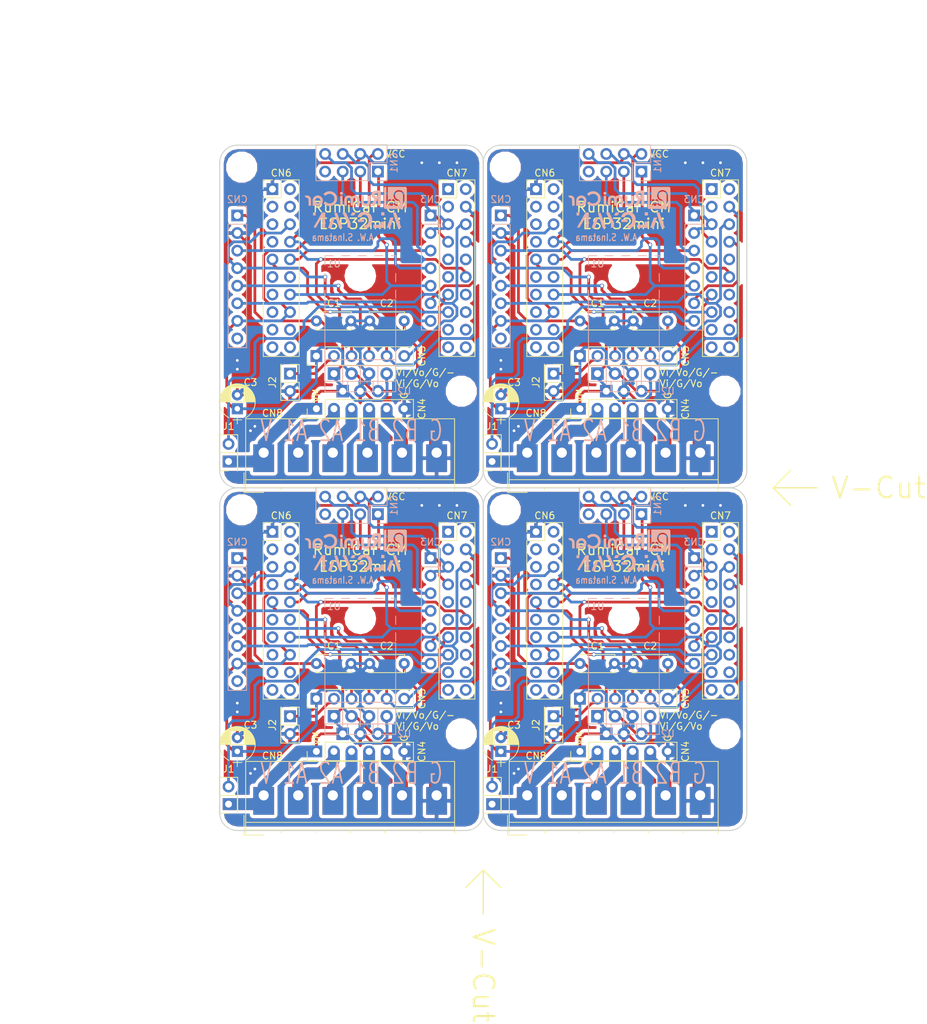
<source format=kicad_pcb>
(kicad_pcb (version 4) (host pcbnew 4.0.7)
  (layers (0 F.Cu signal) (31 B.Cu signal) (34 B.Paste user) (35 F.Paste user) (36 B.SilkS user) (37 F.SilkS user) (38 B.Mask user) (39 F.Mask user) (44 Edge.Cuts user))
  (net 0 "")
  (net 1 Vin)
  (net 2 GND)
  (net 3 3V3e)
  (net 4 IO19)
  (net 5 IO18)
  (net 6 IO05)
  (net 7 IO22)
  (net 8 IO21)
  (net 9 AIN1)
  (net 10 AIN2)
  (net 11 BIN1)
  (net 12 BIN2)
  (net 13 IO32)
  (net 14 IO33)
  (net 15 Aout1)
  (net 16 Aout2)
  (net 17 Bout1)
  (net 18 Bout2)
  (net 19 VCCe)
  (net 20 MODEd)
  (module logos:ALGYAN2p5 (layer B.Cu) (at 123.825 108.585 180)
    (fp_text reference L3 hide)
    (fp_text value LOGO hide)
  )
  (module logos:ALGYAN2p5 (layer B.Cu) (at 85.725 108.585 180)
    (fp_text reference L3 hide)
    (fp_text value LOGO hide)
  )
  (module logos:ALGYAN2p5 (layer B.Cu) (at 123.825 59.055 180)
    (fp_text reference L3 hide)
    (fp_text value LOGO hide)
  )
  (module logos:RumiCar1_3p3 (layer B.Cu) (at 129.54 105.41 180)
    (fp_text reference L1 hide)
    (fp_text value LOGO hide)
  )
  (module logos:RumiCar1_3p3 (layer B.Cu) (at 91.44 105.41 180)
    (fp_text reference L1 hide)
    (fp_text value LOGO hide)
  )
  (module logos:RumiCar1_3p3 (layer B.Cu) (at 129.54 55.88 180)
    (fp_text reference L1 hide)
    (fp_text value LOGO hide)
  )
  (module TO_SOT_Packages_THT:TO-220_Horizontal_Reversed (layer B.Cu) (at 121.92 133.35)
    (fp_text reference U1 (at -1.27 -18.415) (layer B.SilkS) (effects (justify mirror)))
    (fp_text value LT1129-3.3_SOT223)
    (pad 0 np_thru_hole oval (at 2.54 -16.66) (size 3.5 3.5) (drill 3.5) (layers *.Cu *.Mask))
    (pad 1 thru_hole rect (at 0 0) (size 1.8 1.8) (drill 1) (layers *.Cu *.Mask) (net 1 Vin))
    (pad 2 thru_hole oval (at 2.54 0) (size 1.8 1.8) (drill 1) (layers *.Cu *.Mask) (net 2 GND))
    (pad 3 thru_hole oval (at 5.08 0) (size 1.8 1.8) (drill 1) (layers *.Cu *.Mask) (net 3 3V3e))
  )
  (module TO_SOT_Packages_THT:TO-220_Horizontal_Reversed (layer B.Cu) (at 83.82 133.35)
    (fp_text reference U1 (at -1.27 -18.415) (layer B.SilkS) (effects (justify mirror)))
    (fp_text value LT1129-3.3_SOT223)
    (pad 0 np_thru_hole oval (at 2.54 -16.66) (size 3.5 3.5) (drill 3.5) (layers *.Cu *.Mask))
    (pad 1 thru_hole rect (at 0 0) (size 1.8 1.8) (drill 1) (layers *.Cu *.Mask) (net 1 Vin))
    (pad 2 thru_hole oval (at 2.54 0) (size 1.8 1.8) (drill 1) (layers *.Cu *.Mask) (net 2 GND))
    (pad 3 thru_hole oval (at 5.08 0) (size 1.8 1.8) (drill 1) (layers *.Cu *.Mask) (net 3 3V3e))
  )
  (module TO_SOT_Packages_THT:TO-220_Horizontal_Reversed (layer B.Cu) (at 121.92 83.82)
    (fp_text reference U1 (at -1.27 -18.415) (layer B.SilkS) (effects (justify mirror)))
    (fp_text value LT1129-3.3_SOT223)
    (pad 0 np_thru_hole oval (at 2.54 -16.66) (size 3.5 3.5) (drill 3.5) (layers *.Cu *.Mask))
    (pad 1 thru_hole rect (at 0 0) (size 1.8 1.8) (drill 1) (layers *.Cu *.Mask) (net 1 Vin))
    (pad 2 thru_hole oval (at 2.54 0) (size 1.8 1.8) (drill 1) (layers *.Cu *.Mask) (net 2 GND))
    (pad 3 thru_hole oval (at 5.08 0) (size 1.8 1.8) (drill 1) (layers *.Cu *.Mask) (net 3 3V3e))
  )
  (module TO_SOT_Packages_THT:TO-220-4_Vertical (layer B.Cu) (at 120.65 130.81)
    (fp_text reference U2 (at 10.16 2.54) (layer B.SilkS) (effects (justify mirror)))
    (fp_text value KA378R33)
    (pad 1 thru_hole rect (at 0 0) (size 1.8 1.8) (drill 1) (layers *.Cu *.Mask) (net 1 Vin))
    (pad 2 thru_hole oval (at 2.54 0) (size 1.8 1.8) (drill 1) (layers *.Cu *.Mask) (net 3 3V3e))
    (pad 3 thru_hole oval (at 5.08 0) (size 1.8 1.8) (drill 1) (layers *.Cu *.Mask) (net 2 GND))
    (pad 4 thru_hole oval (at 7.62 0) (size 1.8 1.8) (drill 1) (layers *.Cu *.Mask) (net 1 Vin))
  )
  (module TO_SOT_Packages_THT:TO-220-4_Vertical (layer B.Cu) (at 82.55 130.81)
    (fp_text reference U2 (at 10.16 2.54) (layer B.SilkS) (effects (justify mirror)))
    (fp_text value KA378R33)
    (pad 1 thru_hole rect (at 0 0) (size 1.8 1.8) (drill 1) (layers *.Cu *.Mask) (net 1 Vin))
    (pad 2 thru_hole oval (at 2.54 0) (size 1.8 1.8) (drill 1) (layers *.Cu *.Mask) (net 3 3V3e))
    (pad 3 thru_hole oval (at 5.08 0) (size 1.8 1.8) (drill 1) (layers *.Cu *.Mask) (net 2 GND))
    (pad 4 thru_hole oval (at 7.62 0) (size 1.8 1.8) (drill 1) (layers *.Cu *.Mask) (net 1 Vin))
  )
  (module TO_SOT_Packages_THT:TO-220-4_Vertical (layer B.Cu) (at 120.65 81.28)
    (fp_text reference U2 (at 10.16 2.54) (layer B.SilkS) (effects (justify mirror)))
    (fp_text value KA378R33)
    (pad 1 thru_hole rect (at 0 0) (size 1.8 1.8) (drill 1) (layers *.Cu *.Mask) (net 1 Vin))
    (pad 2 thru_hole oval (at 2.54 0) (size 1.8 1.8) (drill 1) (layers *.Cu *.Mask) (net 3 3V3e))
    (pad 3 thru_hole oval (at 5.08 0) (size 1.8 1.8) (drill 1) (layers *.Cu *.Mask) (net 2 GND))
    (pad 4 thru_hole oval (at 7.62 0) (size 1.8 1.8) (drill 1) (layers *.Cu *.Mask) (net 1 Vin))
  )
  (module Pin_Headers:Pin_Header_Straight_1x07_Pitch2.54mm (layer B.Cu) (at 134.62 107.95 180)
    (fp_text reference CN3 (at 0 2.33 180) (layer B.SilkS) (effects (justify mirror)))
    (fp_text value Conn_01x07)
    (pad 1 thru_hole rect (at 0 0 180) (size 1.7 1.7) (drill 1) (layers *.Cu *.Mask) (net 8 IO21))
    (pad 2 thru_hole oval (at 0 -2.54 180) (size 1.7 1.7) (drill 1) (layers *.Cu *.Mask) (net 7 IO22))
    (pad 3 thru_hole oval (at 0 -5.08 180) (size 1.7 1.7) (drill 1) (layers *.Cu *.Mask) (net 4 IO19))
    (pad 4 thru_hole oval (at 0 -7.62 180) (size 1.7 1.7) (drill 1) (layers *.Cu *.Mask) (net 5 IO18))
    (pad 5 thru_hole oval (at 0 -10.16 180) (size 1.7 1.7) (drill 1) (layers *.Cu *.Mask) (net 6 IO05))
    (pad 6 thru_hole oval (at 0 -12.7 180) (size 1.7 1.7) (drill 1) (layers *.Cu *.Mask) (net 13 IO32))
    (pad 7 thru_hole oval (at 0 -15.24 180) (size 1.7 1.7) (drill 1) (layers *.Cu *.Mask) (net 14 IO33))
  )
  (module Pin_Headers:Pin_Header_Straight_1x07_Pitch2.54mm (layer B.Cu) (at 96.52 107.95 180)
    (fp_text reference CN3 (at 0 2.33 180) (layer B.SilkS) (effects (justify mirror)))
    (fp_text value Conn_01x07)
    (pad 1 thru_hole rect (at 0 0 180) (size 1.7 1.7) (drill 1) (layers *.Cu *.Mask) (net 8 IO21))
    (pad 2 thru_hole oval (at 0 -2.54 180) (size 1.7 1.7) (drill 1) (layers *.Cu *.Mask) (net 7 IO22))
    (pad 3 thru_hole oval (at 0 -5.08 180) (size 1.7 1.7) (drill 1) (layers *.Cu *.Mask) (net 4 IO19))
    (pad 4 thru_hole oval (at 0 -7.62 180) (size 1.7 1.7) (drill 1) (layers *.Cu *.Mask) (net 5 IO18))
    (pad 5 thru_hole oval (at 0 -10.16 180) (size 1.7 1.7) (drill 1) (layers *.Cu *.Mask) (net 6 IO05))
    (pad 6 thru_hole oval (at 0 -12.7 180) (size 1.7 1.7) (drill 1) (layers *.Cu *.Mask) (net 13 IO32))
    (pad 7 thru_hole oval (at 0 -15.24 180) (size 1.7 1.7) (drill 1) (layers *.Cu *.Mask) (net 14 IO33))
  )
  (module Pin_Headers:Pin_Header_Straight_1x07_Pitch2.54mm (layer B.Cu) (at 134.62 58.42 180)
    (fp_text reference CN3 (at 0 2.33 180) (layer B.SilkS) (effects (justify mirror)))
    (fp_text value Conn_01x07)
    (pad 1 thru_hole rect (at 0 0 180) (size 1.7 1.7) (drill 1) (layers *.Cu *.Mask) (net 8 IO21))
    (pad 2 thru_hole oval (at 0 -2.54 180) (size 1.7 1.7) (drill 1) (layers *.Cu *.Mask) (net 7 IO22))
    (pad 3 thru_hole oval (at 0 -5.08 180) (size 1.7 1.7) (drill 1) (layers *.Cu *.Mask) (net 4 IO19))
    (pad 4 thru_hole oval (at 0 -7.62 180) (size 1.7 1.7) (drill 1) (layers *.Cu *.Mask) (net 5 IO18))
    (pad 5 thru_hole oval (at 0 -10.16 180) (size 1.7 1.7) (drill 1) (layers *.Cu *.Mask) (net 6 IO05))
    (pad 6 thru_hole oval (at 0 -12.7 180) (size 1.7 1.7) (drill 1) (layers *.Cu *.Mask) (net 13 IO32))
    (pad 7 thru_hole oval (at 0 -15.24 180) (size 1.7 1.7) (drill 1) (layers *.Cu *.Mask) (net 14 IO33))
  )
  (module Pin_Headers:Pin_Header_Straight_1x08_Pitch2.54mm (layer B.Cu) (at 106.68 107.95 180)
    (fp_text reference CN2 (at 0 2.33 180) (layer B.SilkS) (effects (justify mirror)))
    (fp_text value Conn_01x08)
    (pad 1 thru_hole rect (at 0 0 180) (size 1.7 1.7) (drill 1) (layers *.Cu *.Mask) (net 1 Vin))
    (pad 2 thru_hole oval (at 0 -2.54 180) (size 1.7 1.7) (drill 1) (layers *.Cu *.Mask) (net 2 GND))
    (pad 3 thru_hole oval (at 0 -5.08 180) (size 1.7 1.7) (drill 1) (layers *.Cu *.Mask) (net 9 AIN1))
    (pad 4 thru_hole oval (at 0 -7.62 180) (size 1.7 1.7) (drill 1) (layers *.Cu *.Mask) (net 10 AIN2))
    (pad 5 thru_hole oval (at 0 -10.16 180) (size 1.7 1.7) (drill 1) (layers *.Cu *.Mask) (net 11 BIN1))
    (pad 6 thru_hole oval (at 0 -12.7 180) (size 1.7 1.7) (drill 1) (layers *.Cu *.Mask) (net 12 BIN2))
    (pad 7 thru_hole oval (at 0 -15.24 180) (size 1.7 1.7) (drill 1) (layers *.Cu *.Mask) (net 3 3V3e))
    (pad 8 thru_hole oval (at 0 -17.78 180) (size 1.7 1.7) (drill 1) (layers *.Cu *.Mask))
  )
  (module Pin_Headers:Pin_Header_Straight_1x08_Pitch2.54mm (layer B.Cu) (at 68.58 107.95 180)
    (fp_text reference CN2 (at 0 2.33 180) (layer B.SilkS) (effects (justify mirror)))
    (fp_text value Conn_01x08)
    (pad 1 thru_hole rect (at 0 0 180) (size 1.7 1.7) (drill 1) (layers *.Cu *.Mask) (net 1 Vin))
    (pad 2 thru_hole oval (at 0 -2.54 180) (size 1.7 1.7) (drill 1) (layers *.Cu *.Mask) (net 2 GND))
    (pad 3 thru_hole oval (at 0 -5.08 180) (size 1.7 1.7) (drill 1) (layers *.Cu *.Mask) (net 9 AIN1))
    (pad 4 thru_hole oval (at 0 -7.62 180) (size 1.7 1.7) (drill 1) (layers *.Cu *.Mask) (net 10 AIN2))
    (pad 5 thru_hole oval (at 0 -10.16 180) (size 1.7 1.7) (drill 1) (layers *.Cu *.Mask) (net 11 BIN1))
    (pad 6 thru_hole oval (at 0 -12.7 180) (size 1.7 1.7) (drill 1) (layers *.Cu *.Mask) (net 12 BIN2))
    (pad 7 thru_hole oval (at 0 -15.24 180) (size 1.7 1.7) (drill 1) (layers *.Cu *.Mask) (net 3 3V3e))
    (pad 8 thru_hole oval (at 0 -17.78 180) (size 1.7 1.7) (drill 1) (layers *.Cu *.Mask))
  )
  (module Pin_Headers:Pin_Header_Straight_1x08_Pitch2.54mm (layer B.Cu) (at 106.68 58.42 180)
    (fp_text reference CN2 (at 0 2.33 180) (layer B.SilkS) (effects (justify mirror)))
    (fp_text value Conn_01x08)
    (pad 1 thru_hole rect (at 0 0 180) (size 1.7 1.7) (drill 1) (layers *.Cu *.Mask) (net 1 Vin))
    (pad 2 thru_hole oval (at 0 -2.54 180) (size 1.7 1.7) (drill 1) (layers *.Cu *.Mask) (net 2 GND))
    (pad 3 thru_hole oval (at 0 -5.08 180) (size 1.7 1.7) (drill 1) (layers *.Cu *.Mask) (net 9 AIN1))
    (pad 4 thru_hole oval (at 0 -7.62 180) (size 1.7 1.7) (drill 1) (layers *.Cu *.Mask) (net 10 AIN2))
    (pad 5 thru_hole oval (at 0 -10.16 180) (size 1.7 1.7) (drill 1) (layers *.Cu *.Mask) (net 11 BIN1))
    (pad 6 thru_hole oval (at 0 -12.7 180) (size 1.7 1.7) (drill 1) (layers *.Cu *.Mask) (net 12 BIN2))
    (pad 7 thru_hole oval (at 0 -15.24 180) (size 1.7 1.7) (drill 1) (layers *.Cu *.Mask) (net 3 3V3e))
    (pad 8 thru_hole oval (at 0 -17.78 180) (size 1.7 1.7) (drill 1) (layers *.Cu *.Mask))
  )
  (module Pin_Headers:Pin_Header_Straight_2x04_Pitch2.54mm (layer B.Cu) (at 127 101.6 90)
    (fp_text reference CN1 (at 1.27 2.33 90) (layer B.SilkS) (effects (justify mirror)))
    (fp_text value Conn_02x04_Odd_Even)
    (pad 1 thru_hole rect (at 0 0 90) (size 1.7 1.7) (drill 1) (layers *.Cu *.Mask) (net 6 IO05))
    (pad 2 thru_hole oval (at 2.54 0 90) (size 1.7 1.7) (drill 1) (layers *.Cu *.Mask) (net 3 3V3e))
    (pad 3 thru_hole oval (at 0 -2.54 90) (size 1.7 1.7) (drill 1) (layers *.Cu *.Mask) (net 5 IO18))
    (pad 4 thru_hole oval (at 2.54 -2.54 90) (size 1.7 1.7) (drill 1) (layers *.Cu *.Mask) (net 2 GND))
    (pad 5 thru_hole oval (at 0 -5.08 90) (size 1.7 1.7) (drill 1) (layers *.Cu *.Mask) (net 4 IO19))
    (pad 6 thru_hole oval (at 2.54 -5.08 90) (size 1.7 1.7) (drill 1) (layers *.Cu *.Mask) (net 7 IO22))
    (pad 7 thru_hole oval (at 0 -7.62 90) (size 1.7 1.7) (drill 1) (layers *.Cu *.Mask))
    (pad 8 thru_hole oval (at 2.54 -7.62 90) (size 1.7 1.7) (drill 1) (layers *.Cu *.Mask) (net 8 IO21))
  )
  (module Pin_Headers:Pin_Header_Straight_2x04_Pitch2.54mm (layer B.Cu) (at 88.9 101.6 90)
    (fp_text reference CN1 (at 1.27 2.33 90) (layer B.SilkS) (effects (justify mirror)))
    (fp_text value Conn_02x04_Odd_Even)
    (pad 1 thru_hole rect (at 0 0 90) (size 1.7 1.7) (drill 1) (layers *.Cu *.Mask) (net 6 IO05))
    (pad 2 thru_hole oval (at 2.54 0 90) (size 1.7 1.7) (drill 1) (layers *.Cu *.Mask) (net 3 3V3e))
    (pad 3 thru_hole oval (at 0 -2.54 90) (size 1.7 1.7) (drill 1) (layers *.Cu *.Mask) (net 5 IO18))
    (pad 4 thru_hole oval (at 2.54 -2.54 90) (size 1.7 1.7) (drill 1) (layers *.Cu *.Mask) (net 2 GND))
    (pad 5 thru_hole oval (at 0 -5.08 90) (size 1.7 1.7) (drill 1) (layers *.Cu *.Mask) (net 4 IO19))
    (pad 6 thru_hole oval (at 2.54 -5.08 90) (size 1.7 1.7) (drill 1) (layers *.Cu *.Mask) (net 7 IO22))
    (pad 7 thru_hole oval (at 0 -7.62 90) (size 1.7 1.7) (drill 1) (layers *.Cu *.Mask))
    (pad 8 thru_hole oval (at 2.54 -7.62 90) (size 1.7 1.7) (drill 1) (layers *.Cu *.Mask) (net 8 IO21))
  )
  (module Pin_Headers:Pin_Header_Straight_2x04_Pitch2.54mm (layer B.Cu) (at 127 52.07 90)
    (fp_text reference CN1 (at 1.27 2.33 90) (layer B.SilkS) (effects (justify mirror)))
    (fp_text value Conn_02x04_Odd_Even)
    (pad 1 thru_hole rect (at 0 0 90) (size 1.7 1.7) (drill 1) (layers *.Cu *.Mask) (net 6 IO05))
    (pad 2 thru_hole oval (at 2.54 0 90) (size 1.7 1.7) (drill 1) (layers *.Cu *.Mask) (net 3 3V3e))
    (pad 3 thru_hole oval (at 0 -2.54 90) (size 1.7 1.7) (drill 1) (layers *.Cu *.Mask) (net 5 IO18))
    (pad 4 thru_hole oval (at 2.54 -2.54 90) (size 1.7 1.7) (drill 1) (layers *.Cu *.Mask) (net 2 GND))
    (pad 5 thru_hole oval (at 0 -5.08 90) (size 1.7 1.7) (drill 1) (layers *.Cu *.Mask) (net 4 IO19))
    (pad 6 thru_hole oval (at 2.54 -5.08 90) (size 1.7 1.7) (drill 1) (layers *.Cu *.Mask) (net 7 IO22))
    (pad 7 thru_hole oval (at 0 -7.62 90) (size 1.7 1.7) (drill 1) (layers *.Cu *.Mask))
    (pad 8 thru_hole oval (at 2.54 -7.62 90) (size 1.7 1.7) (drill 1) (layers *.Cu *.Mask) (net 8 IO21))
  )
  (module logos:RumiCar3_3p3 (layer B.Cu) (at 121.92 105.41 180)
    (fp_text reference L2 hide)
    (fp_text value LOGO hide)
  )
  (module logos:RumiCar3_3p3 (layer B.Cu) (at 83.82 105.41 180)
    (fp_text reference L2 hide)
    (fp_text value LOGO hide)
  )
  (module logos:RumiCar3_3p3 (layer B.Cu) (at 121.92 55.88 180)
    (fp_text reference L2 hide)
    (fp_text value LOGO hide)
  )
  (module Pin_Headers:Pin_Header_Straight_2x01_Pitch2.54mm (layer F.Cu) (at 114.3 130.81 270)
    (fp_text reference J2 (at 1.27 2.54 270) (layer F.SilkS))
    (fp_text value Conn_01x02)
    (pad 1 thru_hole rect (at 0 0 270) (size 1.7 1.7) (drill 1) (layers *.Cu *.Mask) (net 20 MODEd))
    (pad 2 thru_hole oval (at 2.54 0 270) (size 1.7 1.7) (drill 1) (layers *.Cu *.Mask) (net 2 GND))
  )
  (module Pin_Headers:Pin_Header_Straight_2x01_Pitch2.54mm (layer F.Cu) (at 76.2 130.81 270)
    (fp_text reference J2 (at 1.27 2.54 270) (layer F.SilkS))
    (fp_text value Conn_01x02)
    (pad 1 thru_hole rect (at 0 0 270) (size 1.7 1.7) (drill 1) (layers *.Cu *.Mask) (net 20 MODEd))
    (pad 2 thru_hole oval (at 2.54 0 270) (size 1.7 1.7) (drill 1) (layers *.Cu *.Mask) (net 2 GND))
  )
  (module Pin_Headers:Pin_Header_Straight_2x01_Pitch2.54mm (layer F.Cu) (at 114.3 81.28 270)
    (fp_text reference J2 (at 1.27 2.54 270) (layer F.SilkS))
    (fp_text value Conn_01x02)
    (pad 1 thru_hole rect (at 0 0 270) (size 1.7 1.7) (drill 1) (layers *.Cu *.Mask) (net 20 MODEd))
    (pad 2 thru_hole oval (at 2.54 0 270) (size 1.7 1.7) (drill 1) (layers *.Cu *.Mask) (net 2 GND))
  )
  (module Capacitors_THT:CP_Radial_D5.0mm_P2.00mm (layer F.Cu) (at 106.68 135.89 90)
    (fp_text reference C3 (at 3.81 1.905 180) (layer F.SilkS))
    (fp_text value 100u)
    (pad 1 thru_hole rect (at 0 0 90) (size 1.6 1.6) (drill 0.8) (layers *.Cu *.Mask) (net 3 3V3e))
    (pad 2 thru_hole circle (at 2 0 90) (size 1.6 1.6) (drill 0.8) (layers *.Cu *.Mask) (net 2 GND))
  )
  (module Capacitors_THT:CP_Radial_D5.0mm_P2.00mm (layer F.Cu) (at 68.58 135.89 90)
    (fp_text reference C3 (at 3.81 1.905 180) (layer F.SilkS))
    (fp_text value 100u)
    (pad 1 thru_hole rect (at 0 0 90) (size 1.6 1.6) (drill 0.8) (layers *.Cu *.Mask) (net 3 3V3e))
    (pad 2 thru_hole circle (at 2 0 90) (size 1.6 1.6) (drill 0.8) (layers *.Cu *.Mask) (net 2 GND))
  )
  (module Capacitors_THT:CP_Radial_D5.0mm_P2.00mm (layer F.Cu) (at 106.68 86.36 90)
    (fp_text reference C3 (at 3.81 1.905 180) (layer F.SilkS))
    (fp_text value 100u)
    (pad 1 thru_hole rect (at 0 0 90) (size 1.6 1.6) (drill 0.8) (layers *.Cu *.Mask) (net 3 3V3e))
    (pad 2 thru_hole circle (at 2 0 90) (size 1.6 1.6) (drill 0.8) (layers *.Cu *.Mask) (net 2 GND))
  )
  (module Pin_Headers:Pin_Header_Straight_2x01_Pitch2.54mm (layer F.Cu) (at 105.41 143.51 90)
    (fp_text reference J1 (at 5.08 0 180) (layer F.SilkS))
    (fp_text value Conn_01x02)
    (pad 1 thru_hole rect (at 0 0 90) (size 1.7 1.7) (drill 1) (layers *.Cu *.Mask) (net 1 Vin))
    (pad 2 thru_hole oval (at 2.54 0 90) (size 1.7 1.7) (drill 1) (layers *.Cu *.Mask) (net 19 VCCe))
  )
  (module Pin_Headers:Pin_Header_Straight_2x01_Pitch2.54mm (layer F.Cu) (at 67.31 143.51 90)
    (fp_text reference J1 (at 5.08 0 180) (layer F.SilkS))
    (fp_text value Conn_01x02)
    (pad 1 thru_hole rect (at 0 0 90) (size 1.7 1.7) (drill 1) (layers *.Cu *.Mask) (net 1 Vin))
    (pad 2 thru_hole oval (at 2.54 0 90) (size 1.7 1.7) (drill 1) (layers *.Cu *.Mask) (net 19 VCCe))
  )
  (module Pin_Headers:Pin_Header_Straight_2x01_Pitch2.54mm (layer F.Cu) (at 105.41 93.98 90)
    (fp_text reference J1 (at 5.08 0 180) (layer F.SilkS))
    (fp_text value Conn_01x02)
    (pad 1 thru_hole rect (at 0 0 90) (size 1.7 1.7) (drill 1) (layers *.Cu *.Mask) (net 1 Vin))
    (pad 2 thru_hole oval (at 2.54 0 90) (size 1.7 1.7) (drill 1) (layers *.Cu *.Mask) (net 19 VCCe))
  )
  (module Connectors_Terminal_Blocks:TerminalBlock_Philmore_TB13x_06x5mm_Straight (layer F.Cu) (at 110.49 142.24)
    (fp_text reference CN8 (at 1.27 -5.715) (layer F.SilkS))
    (fp_text value Conn_01x06)
    (pad 1 thru_hole rect (at 0 0) (size 3 4) (drill 1.47 (offset 0 0.8)) (layers *.Cu *.Mask) (net 1 Vin))
    (pad 2 thru_hole rect (at 5 0) (size 3 4) (drill 1.47 (offset 0 0.8)) (layers *.Cu *.Mask) (net 15 Aout1))
    (pad 3 thru_hole rect (at 10 0) (size 3 4) (drill 1.47 (offset 0 0.8)) (layers *.Cu *.Mask) (net 16 Aout2))
    (pad 4 thru_hole rect (at 15 0) (size 3 4) (drill 1.47 (offset 0 0.8)) (layers *.Cu *.Mask) (net 17 Bout1))
    (pad 5 thru_hole rect (at 20 0) (size 3 4) (drill 1.47 (offset 0 0.8)) (layers *.Cu *.Mask) (net 18 Bout2))
    (pad 6 thru_hole rect (at 25 0) (size 3 4) (drill 1.47 (offset 0 0.8)) (layers *.Cu *.Mask) (net 2 GND))
  )
  (module Connectors_Terminal_Blocks:TerminalBlock_Philmore_TB13x_06x5mm_Straight (layer F.Cu) (at 72.39 142.24)
    (fp_text reference CN8 (at 1.27 -5.715) (layer F.SilkS))
    (fp_text value Conn_01x06)
    (pad 1 thru_hole rect (at 0 0) (size 3 4) (drill 1.47 (offset 0 0.8)) (layers *.Cu *.Mask) (net 1 Vin))
    (pad 2 thru_hole rect (at 5 0) (size 3 4) (drill 1.47 (offset 0 0.8)) (layers *.Cu *.Mask) (net 15 Aout1))
    (pad 3 thru_hole rect (at 10 0) (size 3 4) (drill 1.47 (offset 0 0.8)) (layers *.Cu *.Mask) (net 16 Aout2))
    (pad 4 thru_hole rect (at 15 0) (size 3 4) (drill 1.47 (offset 0 0.8)) (layers *.Cu *.Mask) (net 17 Bout1))
    (pad 5 thru_hole rect (at 20 0) (size 3 4) (drill 1.47 (offset 0 0.8)) (layers *.Cu *.Mask) (net 18 Bout2))
    (pad 6 thru_hole rect (at 25 0) (size 3 4) (drill 1.47 (offset 0 0.8)) (layers *.Cu *.Mask) (net 2 GND))
  )
  (module Connectors_Terminal_Blocks:TerminalBlock_Philmore_TB13x_06x5mm_Straight (layer F.Cu) (at 110.49 92.71)
    (fp_text reference CN8 (at 1.27 -5.715) (layer F.SilkS))
    (fp_text value Conn_01x06)
    (pad 1 thru_hole rect (at 0 0) (size 3 4) (drill 1.47 (offset 0 0.8)) (layers *.Cu *.Mask) (net 1 Vin))
    (pad 2 thru_hole rect (at 5 0) (size 3 4) (drill 1.47 (offset 0 0.8)) (layers *.Cu *.Mask) (net 15 Aout1))
    (pad 3 thru_hole rect (at 10 0) (size 3 4) (drill 1.47 (offset 0 0.8)) (layers *.Cu *.Mask) (net 16 Aout2))
    (pad 4 thru_hole rect (at 15 0) (size 3 4) (drill 1.47 (offset 0 0.8)) (layers *.Cu *.Mask) (net 17 Bout1))
    (pad 5 thru_hole rect (at 20 0) (size 3 4) (drill 1.47 (offset 0 0.8)) (layers *.Cu *.Mask) (net 18 Bout2))
    (pad 6 thru_hole rect (at 25 0) (size 3 4) (drill 1.47 (offset 0 0.8)) (layers *.Cu *.Mask) (net 2 GND))
  )
  (module Pin_Headers:Pin_Header_Straight_1x06_Pitch2.54mm (layer F.Cu) (at 118.11 135.89 90)
    (fp_text reference CN4 (at 0 15.24 90) (layer F.SilkS))
    (fp_text value Conn_01x06)
    (pad 1 thru_hole rect (at 0 0 90) (size 1.7 1.7) (drill 1) (layers *.Cu *.Mask) (net 1 Vin))
    (pad 2 thru_hole oval (at 0 2.54 90) (size 1.7 1.7) (drill 1) (layers *.Cu *.Mask) (net 15 Aout1))
    (pad 3 thru_hole oval (at 0 5.08 90) (size 1.7 1.7) (drill 1) (layers *.Cu *.Mask) (net 16 Aout2))
    (pad 4 thru_hole oval (at 0 7.62 90) (size 1.7 1.7) (drill 1) (layers *.Cu *.Mask) (net 17 Bout1))
    (pad 5 thru_hole oval (at 0 10.16 90) (size 1.7 1.7) (drill 1) (layers *.Cu *.Mask) (net 18 Bout2))
    (pad 6 thru_hole oval (at 0 12.7 90) (size 1.7 1.7) (drill 1) (layers *.Cu *.Mask) (net 2 GND))
  )
  (module Pin_Headers:Pin_Header_Straight_1x06_Pitch2.54mm (layer F.Cu) (at 80.01 135.89 90)
    (fp_text reference CN4 (at 0 15.24 90) (layer F.SilkS))
    (fp_text value Conn_01x06)
    (pad 1 thru_hole rect (at 0 0 90) (size 1.7 1.7) (drill 1) (layers *.Cu *.Mask) (net 1 Vin))
    (pad 2 thru_hole oval (at 0 2.54 90) (size 1.7 1.7) (drill 1) (layers *.Cu *.Mask) (net 15 Aout1))
    (pad 3 thru_hole oval (at 0 5.08 90) (size 1.7 1.7) (drill 1) (layers *.Cu *.Mask) (net 16 Aout2))
    (pad 4 thru_hole oval (at 0 7.62 90) (size 1.7 1.7) (drill 1) (layers *.Cu *.Mask) (net 17 Bout1))
    (pad 5 thru_hole oval (at 0 10.16 90) (size 1.7 1.7) (drill 1) (layers *.Cu *.Mask) (net 18 Bout2))
    (pad 6 thru_hole oval (at 0 12.7 90) (size 1.7 1.7) (drill 1) (layers *.Cu *.Mask) (net 2 GND))
  )
  (module Pin_Headers:Pin_Header_Straight_1x06_Pitch2.54mm (layer F.Cu) (at 118.11 86.36 90)
    (fp_text reference CN4 (at 0 15.24 90) (layer F.SilkS))
    (fp_text value Conn_01x06)
    (pad 1 thru_hole rect (at 0 0 90) (size 1.7 1.7) (drill 1) (layers *.Cu *.Mask) (net 1 Vin))
    (pad 2 thru_hole oval (at 0 2.54 90) (size 1.7 1.7) (drill 1) (layers *.Cu *.Mask) (net 15 Aout1))
    (pad 3 thru_hole oval (at 0 5.08 90) (size 1.7 1.7) (drill 1) (layers *.Cu *.Mask) (net 16 Aout2))
    (pad 4 thru_hole oval (at 0 7.62 90) (size 1.7 1.7) (drill 1) (layers *.Cu *.Mask) (net 17 Bout1))
    (pad 5 thru_hole oval (at 0 10.16 90) (size 1.7 1.7) (drill 1) (layers *.Cu *.Mask) (net 18 Bout2))
    (pad 6 thru_hole oval (at 0 12.7 90) (size 1.7 1.7) (drill 1) (layers *.Cu *.Mask) (net 2 GND))
  )
  (module Mounting_Holes:MountingHole_3.5mm (layer F.Cu) (at 139.065 133.35)
    (fp_text reference H2 hide)
    (fp_text value MountingHole_3.5mm)
    (pad 1 np_thru_hole circle (at 0 0) (size 3.5 3.5) (drill 3.5) (layers *.Cu *.Mask))
  )
  (module Mounting_Holes:MountingHole_3.5mm (layer F.Cu) (at 100.965 133.35)
    (fp_text reference H2 hide)
    (fp_text value MountingHole_3.5mm)
    (pad 1 np_thru_hole circle (at 0 0) (size 3.5 3.5) (drill 3.5) (layers *.Cu *.Mask))
  )
  (module Mounting_Holes:MountingHole_3.5mm (layer F.Cu) (at 139.065 83.82)
    (fp_text reference H2 hide)
    (fp_text value MountingHole_3.5mm)
    (pad 1 np_thru_hole circle (at 0 0) (size 3.5 3.5) (drill 3.5) (layers *.Cu *.Mask))
  )
  (module Mounting_Holes:MountingHole_3.5mm (layer F.Cu) (at 107.315 100.965)
    (fp_text reference H1 hide)
    (fp_text value MountingHole_3.5mm)
    (pad 1 np_thru_hole circle (at 0 0) (size 3.5 3.5) (drill 3.5) (layers *.Cu *.Mask))
  )
  (module Mounting_Holes:MountingHole_3.5mm (layer F.Cu) (at 69.215 100.965)
    (fp_text reference H1 hide)
    (fp_text value MountingHole_3.5mm)
    (pad 1 np_thru_hole circle (at 0 0) (size 3.5 3.5) (drill 3.5) (layers *.Cu *.Mask))
  )
  (module Mounting_Holes:MountingHole_3.5mm (layer F.Cu) (at 107.315 51.435)
    (fp_text reference H1 hide)
    (fp_text value MountingHole_3.5mm)
    (pad 1 np_thru_hole circle (at 0 0) (size 3.5 3.5) (drill 3.5) (layers *.Cu *.Mask))
  )
  (module Pin_Headers:Pin_Header_Straight_2x10_Pitch2.54mm (layer F.Cu) (at 111.76 104.14)
    (fp_text reference CN6 (at 1.27 -2.33) (layer F.SilkS))
    (fp_text value Conn_02x10_Odd_Even)
    (pad 1 thru_hole rect (at 0 0) (size 1.7 1.7) (drill 1) (layers *.Cu *.Mask) (net 2 GND))
    (pad 2 thru_hole oval (at 2.54 0) (size 1.7 1.7) (drill 1) (layers *.Cu *.Mask))
    (pad 3 thru_hole oval (at 0 2.54) (size 1.7 1.7) (drill 1) (layers *.Cu *.Mask))
    (pad 4 thru_hole oval (at 2.54 2.54) (size 1.7 1.7) (drill 1) (layers *.Cu *.Mask))
    (pad 5 thru_hole oval (at 0 5.08) (size 1.7 1.7) (drill 1) (layers *.Cu *.Mask))
    (pad 6 thru_hole oval (at 2.54 5.08) (size 1.7 1.7) (drill 1) (layers *.Cu *.Mask) (net 10 AIN2))
    (pad 7 thru_hole oval (at 0 7.62) (size 1.7 1.7) (drill 1) (layers *.Cu *.Mask))
    (pad 8 thru_hole oval (at 2.54 7.62) (size 1.7 1.7) (drill 1) (layers *.Cu *.Mask) (net 5 IO18))
    (pad 9 thru_hole oval (at 0 10.16) (size 1.7 1.7) (drill 1) (layers *.Cu *.Mask) (net 14 IO33))
    (pad 10 thru_hole oval (at 2.54 10.16) (size 1.7 1.7) (drill 1) (layers *.Cu *.Mask) (net 4 IO19))
    (pad 11 thru_hole oval (at 0 12.7) (size 1.7 1.7) (drill 1) (layers *.Cu *.Mask))
    (pad 12 thru_hole oval (at 2.54 12.7) (size 1.7 1.7) (drill 1) (layers *.Cu *.Mask))
    (pad 13 thru_hole oval (at 0 15.24) (size 1.7 1.7) (drill 1) (layers *.Cu *.Mask))
    (pad 14 thru_hole oval (at 2.54 15.24) (size 1.7 1.7) (drill 1) (layers *.Cu *.Mask) (net 6 IO05))
    (pad 15 thru_hole oval (at 0 17.78) (size 1.7 1.7) (drill 1) (layers *.Cu *.Mask))
    (pad 16 thru_hole oval (at 2.54 17.78) (size 1.7 1.7) (drill 1) (layers *.Cu *.Mask) (net 3 3V3e))
    (pad 17 thru_hole oval (at 0 20.32) (size 1.7 1.7) (drill 1) (layers *.Cu *.Mask))
    (pad 18 thru_hole oval (at 2.54 20.32) (size 1.7 1.7) (drill 1) (layers *.Cu *.Mask))
    (pad 19 thru_hole oval (at 0 22.86) (size 1.7 1.7) (drill 1) (layers *.Cu *.Mask))
    (pad 20 thru_hole oval (at 2.54 22.86) (size 1.7 1.7) (drill 1) (layers *.Cu *.Mask))
  )
  (module Pin_Headers:Pin_Header_Straight_2x10_Pitch2.54mm (layer F.Cu) (at 73.66 104.14)
    (fp_text reference CN6 (at 1.27 -2.33) (layer F.SilkS))
    (fp_text value Conn_02x10_Odd_Even)
    (pad 1 thru_hole rect (at 0 0) (size 1.7 1.7) (drill 1) (layers *.Cu *.Mask) (net 2 GND))
    (pad 2 thru_hole oval (at 2.54 0) (size 1.7 1.7) (drill 1) (layers *.Cu *.Mask))
    (pad 3 thru_hole oval (at 0 2.54) (size 1.7 1.7) (drill 1) (layers *.Cu *.Mask))
    (pad 4 thru_hole oval (at 2.54 2.54) (size 1.7 1.7) (drill 1) (layers *.Cu *.Mask))
    (pad 5 thru_hole oval (at 0 5.08) (size 1.7 1.7) (drill 1) (layers *.Cu *.Mask))
    (pad 6 thru_hole oval (at 2.54 5.08) (size 1.7 1.7) (drill 1) (layers *.Cu *.Mask) (net 10 AIN2))
    (pad 7 thru_hole oval (at 0 7.62) (size 1.7 1.7) (drill 1) (layers *.Cu *.Mask))
    (pad 8 thru_hole oval (at 2.54 7.62) (size 1.7 1.7) (drill 1) (layers *.Cu *.Mask) (net 5 IO18))
    (pad 9 thru_hole oval (at 0 10.16) (size 1.7 1.7) (drill 1) (layers *.Cu *.Mask) (net 14 IO33))
    (pad 10 thru_hole oval (at 2.54 10.16) (size 1.7 1.7) (drill 1) (layers *.Cu *.Mask) (net 4 IO19))
    (pad 11 thru_hole oval (at 0 12.7) (size 1.7 1.7) (drill 1) (layers *.Cu *.Mask))
    (pad 12 thru_hole oval (at 2.54 12.7) (size 1.7 1.7) (drill 1) (layers *.Cu *.Mask))
    (pad 13 thru_hole oval (at 0 15.24) (size 1.7 1.7) (drill 1) (layers *.Cu *.Mask))
    (pad 14 thru_hole oval (at 2.54 15.24) (size 1.7 1.7) (drill 1) (layers *.Cu *.Mask) (net 6 IO05))
    (pad 15 thru_hole oval (at 0 17.78) (size 1.7 1.7) (drill 1) (layers *.Cu *.Mask))
    (pad 16 thru_hole oval (at 2.54 17.78) (size 1.7 1.7) (drill 1) (layers *.Cu *.Mask) (net 3 3V3e))
    (pad 17 thru_hole oval (at 0 20.32) (size 1.7 1.7) (drill 1) (layers *.Cu *.Mask))
    (pad 18 thru_hole oval (at 2.54 20.32) (size 1.7 1.7) (drill 1) (layers *.Cu *.Mask))
    (pad 19 thru_hole oval (at 0 22.86) (size 1.7 1.7) (drill 1) (layers *.Cu *.Mask))
    (pad 20 thru_hole oval (at 2.54 22.86) (size 1.7 1.7) (drill 1) (layers *.Cu *.Mask))
  )
  (module Pin_Headers:Pin_Header_Straight_2x10_Pitch2.54mm (layer F.Cu) (at 111.76 54.61)
    (fp_text reference CN6 (at 1.27 -2.33) (layer F.SilkS))
    (fp_text value Conn_02x10_Odd_Even)
    (pad 1 thru_hole rect (at 0 0) (size 1.7 1.7) (drill 1) (layers *.Cu *.Mask) (net 2 GND))
    (pad 2 thru_hole oval (at 2.54 0) (size 1.7 1.7) (drill 1) (layers *.Cu *.Mask))
    (pad 3 thru_hole oval (at 0 2.54) (size 1.7 1.7) (drill 1) (layers *.Cu *.Mask))
    (pad 4 thru_hole oval (at 2.54 2.54) (size 1.7 1.7) (drill 1) (layers *.Cu *.Mask))
    (pad 5 thru_hole oval (at 0 5.08) (size 1.7 1.7) (drill 1) (layers *.Cu *.Mask))
    (pad 6 thru_hole oval (at 2.54 5.08) (size 1.7 1.7) (drill 1) (layers *.Cu *.Mask) (net 10 AIN2))
    (pad 7 thru_hole oval (at 0 7.62) (size 1.7 1.7) (drill 1) (layers *.Cu *.Mask))
    (pad 8 thru_hole oval (at 2.54 7.62) (size 1.7 1.7) (drill 1) (layers *.Cu *.Mask) (net 5 IO18))
    (pad 9 thru_hole oval (at 0 10.16) (size 1.7 1.7) (drill 1) (layers *.Cu *.Mask) (net 14 IO33))
    (pad 10 thru_hole oval (at 2.54 10.16) (size 1.7 1.7) (drill 1) (layers *.Cu *.Mask) (net 4 IO19))
    (pad 11 thru_hole oval (at 0 12.7) (size 1.7 1.7) (drill 1) (layers *.Cu *.Mask))
    (pad 12 thru_hole oval (at 2.54 12.7) (size 1.7 1.7) (drill 1) (layers *.Cu *.Mask))
    (pad 13 thru_hole oval (at 0 15.24) (size 1.7 1.7) (drill 1) (layers *.Cu *.Mask))
    (pad 14 thru_hole oval (at 2.54 15.24) (size 1.7 1.7) (drill 1) (layers *.Cu *.Mask) (net 6 IO05))
    (pad 15 thru_hole oval (at 0 17.78) (size 1.7 1.7) (drill 1) (layers *.Cu *.Mask))
    (pad 16 thru_hole oval (at 2.54 17.78) (size 1.7 1.7) (drill 1) (layers *.Cu *.Mask) (net 3 3V3e))
    (pad 17 thru_hole oval (at 0 20.32) (size 1.7 1.7) (drill 1) (layers *.Cu *.Mask))
    (pad 18 thru_hole oval (at 2.54 20.32) (size 1.7 1.7) (drill 1) (layers *.Cu *.Mask))
    (pad 19 thru_hole oval (at 0 22.86) (size 1.7 1.7) (drill 1) (layers *.Cu *.Mask))
    (pad 20 thru_hole oval (at 2.54 22.86) (size 1.7 1.7) (drill 1) (layers *.Cu *.Mask))
  )
  (module Pin_Headers:Pin_Header_Straight_1x06_Pitch2.54mm (layer F.Cu) (at 118.11 128.27 90)
    (fp_text reference CN5 (at 0 15.24 90) (layer F.SilkS))
    (fp_text value Conn_01x06)
    (pad 1 thru_hole rect (at 0 0 90) (size 1.7 1.7) (drill 1) (layers *.Cu *.Mask) (net 3 3V3e))
    (pad 2 thru_hole oval (at 0 2.54 90) (size 1.7 1.7) (drill 1) (layers *.Cu *.Mask) (net 20 MODEd))
    (pad 3 thru_hole oval (at 0 5.08 90) (size 1.7 1.7) (drill 1) (layers *.Cu *.Mask) (net 9 AIN1))
    (pad 4 thru_hole oval (at 0 7.62 90) (size 1.7 1.7) (drill 1) (layers *.Cu *.Mask) (net 10 AIN2))
    (pad 5 thru_hole oval (at 0 10.16 90) (size 1.7 1.7) (drill 1) (layers *.Cu *.Mask) (net 11 BIN1))
    (pad 6 thru_hole oval (at 0 12.7 90) (size 1.7 1.7) (drill 1) (layers *.Cu *.Mask) (net 12 BIN2))
  )
  (module Pin_Headers:Pin_Header_Straight_1x06_Pitch2.54mm (layer F.Cu) (at 80.01 128.27 90)
    (fp_text reference CN5 (at 0 15.24 90) (layer F.SilkS))
    (fp_text value Conn_01x06)
    (pad 1 thru_hole rect (at 0 0 90) (size 1.7 1.7) (drill 1) (layers *.Cu *.Mask) (net 3 3V3e))
    (pad 2 thru_hole oval (at 0 2.54 90) (size 1.7 1.7) (drill 1) (layers *.Cu *.Mask) (net 20 MODEd))
    (pad 3 thru_hole oval (at 0 5.08 90) (size 1.7 1.7) (drill 1) (layers *.Cu *.Mask) (net 9 AIN1))
    (pad 4 thru_hole oval (at 0 7.62 90) (size 1.7 1.7) (drill 1) (layers *.Cu *.Mask) (net 10 AIN2))
    (pad 5 thru_hole oval (at 0 10.16 90) (size 1.7 1.7) (drill 1) (layers *.Cu *.Mask) (net 11 BIN1))
    (pad 6 thru_hole oval (at 0 12.7 90) (size 1.7 1.7) (drill 1) (layers *.Cu *.Mask) (net 12 BIN2))
  )
  (module Pin_Headers:Pin_Header_Straight_1x06_Pitch2.54mm (layer F.Cu) (at 118.11 78.74 90)
    (fp_text reference CN5 (at 0 15.24 90) (layer F.SilkS))
    (fp_text value Conn_01x06)
    (pad 1 thru_hole rect (at 0 0 90) (size 1.7 1.7) (drill 1) (layers *.Cu *.Mask) (net 3 3V3e))
    (pad 2 thru_hole oval (at 0 2.54 90) (size 1.7 1.7) (drill 1) (layers *.Cu *.Mask) (net 20 MODEd))
    (pad 3 thru_hole oval (at 0 5.08 90) (size 1.7 1.7) (drill 1) (layers *.Cu *.Mask) (net 9 AIN1))
    (pad 4 thru_hole oval (at 0 7.62 90) (size 1.7 1.7) (drill 1) (layers *.Cu *.Mask) (net 10 AIN2))
    (pad 5 thru_hole oval (at 0 10.16 90) (size 1.7 1.7) (drill 1) (layers *.Cu *.Mask) (net 11 BIN1))
    (pad 6 thru_hole oval (at 0 12.7 90) (size 1.7 1.7) (drill 1) (layers *.Cu *.Mask) (net 12 BIN2))
  )
  (module Capacitors_THT:C_Disc_D5.0mm_W2.5mm_P5.00mm (layer F.Cu) (at 130.81 123.19 180)
    (fp_text reference C2 (at 2.54 2.54 180) (layer F.SilkS))
    (fp_text value 105)
    (pad 1 thru_hole circle (at 0 0 180) (size 1.6 1.6) (drill 0.8) (layers *.Cu *.Mask) (net 3 3V3e))
    (pad 2 thru_hole circle (at 5 0 180) (size 1.6 1.6) (drill 0.8) (layers *.Cu *.Mask) (net 2 GND))
  )
  (module Capacitors_THT:C_Disc_D5.0mm_W2.5mm_P5.00mm (layer F.Cu) (at 92.71 123.19 180)
    (fp_text reference C2 (at 2.54 2.54 180) (layer F.SilkS))
    (fp_text value 105)
    (pad 1 thru_hole circle (at 0 0 180) (size 1.6 1.6) (drill 0.8) (layers *.Cu *.Mask) (net 3 3V3e))
    (pad 2 thru_hole circle (at 5 0 180) (size 1.6 1.6) (drill 0.8) (layers *.Cu *.Mask) (net 2 GND))
  )
  (module Capacitors_THT:C_Disc_D5.0mm_W2.5mm_P5.00mm (layer F.Cu) (at 130.81 73.66 180)
    (fp_text reference C2 (at 2.54 2.54 180) (layer F.SilkS))
    (fp_text value 105)
    (pad 1 thru_hole circle (at 0 0 180) (size 1.6 1.6) (drill 0.8) (layers *.Cu *.Mask) (net 3 3V3e))
    (pad 2 thru_hole circle (at 5 0 180) (size 1.6 1.6) (drill 0.8) (layers *.Cu *.Mask) (net 2 GND))
  )
  (module Capacitors_THT:C_Disc_D5.0mm_W2.5mm_P5.00mm (layer F.Cu) (at 118.11 123.19)
    (fp_text reference C1 (at 2.54 -2.54) (layer F.SilkS))
    (fp_text value 104)
    (pad 1 thru_hole circle (at 0 0) (size 1.6 1.6) (drill 0.8) (layers *.Cu *.Mask) (net 1 Vin))
    (pad 2 thru_hole circle (at 5 0) (size 1.6 1.6) (drill 0.8) (layers *.Cu *.Mask) (net 2 GND))
  )
  (module Capacitors_THT:C_Disc_D5.0mm_W2.5mm_P5.00mm (layer F.Cu) (at 80.01 123.19)
    (fp_text reference C1 (at 2.54 -2.54) (layer F.SilkS))
    (fp_text value 104)
    (pad 1 thru_hole circle (at 0 0) (size 1.6 1.6) (drill 0.8) (layers *.Cu *.Mask) (net 1 Vin))
    (pad 2 thru_hole circle (at 5 0) (size 1.6 1.6) (drill 0.8) (layers *.Cu *.Mask) (net 2 GND))
  )
  (module Capacitors_THT:C_Disc_D5.0mm_W2.5mm_P5.00mm (layer F.Cu) (at 118.11 73.66)
    (fp_text reference C1 (at 2.54 -2.54) (layer F.SilkS))
    (fp_text value 104)
    (pad 1 thru_hole circle (at 0 0) (size 1.6 1.6) (drill 0.8) (layers *.Cu *.Mask) (net 1 Vin))
    (pad 2 thru_hole circle (at 5 0) (size 1.6 1.6) (drill 0.8) (layers *.Cu *.Mask) (net 2 GND))
  )
  (module Pin_Headers:Pin_Header_Straight_2x10_Pitch2.54mm (layer F.Cu) (at 137.16 104.14)
    (fp_text reference CN7 (at 1.27 -2.33) (layer F.SilkS))
    (fp_text value Conn_02x10_Odd_Even)
    (pad 1 thru_hole rect (at 0 0) (size 1.7 1.7) (drill 1) (layers *.Cu *.Mask))
    (pad 2 thru_hole oval (at 2.54 0) (size 1.7 1.7) (drill 1) (layers *.Cu *.Mask))
    (pad 3 thru_hole oval (at 0 2.54) (size 1.7 1.7) (drill 1) (layers *.Cu *.Mask))
    (pad 4 thru_hole oval (at 2.54 2.54) (size 1.7 1.7) (drill 1) (layers *.Cu *.Mask) (net 11 BIN1))
    (pad 5 thru_hole oval (at 0 5.08) (size 1.7 1.7) (drill 1) (layers *.Cu *.Mask) (net 7 IO22))
    (pad 6 thru_hole oval (at 2.54 5.08) (size 1.7 1.7) (drill 1) (layers *.Cu *.Mask) (net 12 BIN2))
    (pad 7 thru_hole oval (at 0 7.62) (size 1.7 1.7) (drill 1) (layers *.Cu *.Mask) (net 8 IO21))
    (pad 8 thru_hole oval (at 2.54 7.62) (size 1.7 1.7) (drill 1) (layers *.Cu *.Mask) (net 13 IO32))
    (pad 9 thru_hole oval (at 0 10.16) (size 1.7 1.7) (drill 1) (layers *.Cu *.Mask))
    (pad 10 thru_hole oval (at 2.54 10.16) (size 1.7 1.7) (drill 1) (layers *.Cu *.Mask))
    (pad 11 thru_hole oval (at 0 12.7) (size 1.7 1.7) (drill 1) (layers *.Cu *.Mask))
    (pad 12 thru_hole oval (at 2.54 12.7) (size 1.7 1.7) (drill 1) (layers *.Cu *.Mask) (net 9 AIN1))
    (pad 13 thru_hole oval (at 0 15.24) (size 1.7 1.7) (drill 1) (layers *.Cu *.Mask) (net 2 GND))
    (pad 14 thru_hole oval (at 2.54 15.24) (size 1.7 1.7) (drill 1) (layers *.Cu *.Mask))
    (pad 15 thru_hole oval (at 0 17.78) (size 1.7 1.7) (drill 1) (layers *.Cu *.Mask) (net 19 VCCe))
    (pad 16 thru_hole oval (at 2.54 17.78) (size 1.7 1.7) (drill 1) (layers *.Cu *.Mask))
    (pad 17 thru_hole oval (at 0 20.32) (size 1.7 1.7) (drill 1) (layers *.Cu *.Mask))
    (pad 18 thru_hole oval (at 2.54 20.32) (size 1.7 1.7) (drill 1) (layers *.Cu *.Mask))
    (pad 19 thru_hole oval (at 0 22.86) (size 1.7 1.7) (drill 1) (layers *.Cu *.Mask))
    (pad 20 thru_hole oval (at 2.54 22.86) (size 1.7 1.7) (drill 1) (layers *.Cu *.Mask))
  )
  (module Pin_Headers:Pin_Header_Straight_2x10_Pitch2.54mm (layer F.Cu) (at 99.06 104.14)
    (fp_text reference CN7 (at 1.27 -2.33) (layer F.SilkS))
    (fp_text value Conn_02x10_Odd_Even)
    (pad 1 thru_hole rect (at 0 0) (size 1.7 1.7) (drill 1) (layers *.Cu *.Mask))
    (pad 2 thru_hole oval (at 2.54 0) (size 1.7 1.7) (drill 1) (layers *.Cu *.Mask))
    (pad 3 thru_hole oval (at 0 2.54) (size 1.7 1.7) (drill 1) (layers *.Cu *.Mask))
    (pad 4 thru_hole oval (at 2.54 2.54) (size 1.7 1.7) (drill 1) (layers *.Cu *.Mask) (net 11 BIN1))
    (pad 5 thru_hole oval (at 0 5.08) (size 1.7 1.7) (drill 1) (layers *.Cu *.Mask) (net 7 IO22))
    (pad 6 thru_hole oval (at 2.54 5.08) (size 1.7 1.7) (drill 1) (layers *.Cu *.Mask) (net 12 BIN2))
    (pad 7 thru_hole oval (at 0 7.62) (size 1.7 1.7) (drill 1) (layers *.Cu *.Mask) (net 8 IO21))
    (pad 8 thru_hole oval (at 2.54 7.62) (size 1.7 1.7) (drill 1) (layers *.Cu *.Mask) (net 13 IO32))
    (pad 9 thru_hole oval (at 0 10.16) (size 1.7 1.7) (drill 1) (layers *.Cu *.Mask))
    (pad 10 thru_hole oval (at 2.54 10.16) (size 1.7 1.7) (drill 1) (layers *.Cu *.Mask))
    (pad 11 thru_hole oval (at 0 12.7) (size 1.7 1.7) (drill 1) (layers *.Cu *.Mask))
    (pad 12 thru_hole oval (at 2.54 12.7) (size 1.7 1.7) (drill 1) (layers *.Cu *.Mask) (net 9 AIN1))
    (pad 13 thru_hole oval (at 0 15.24) (size 1.7 1.7) (drill 1) (layers *.Cu *.Mask) (net 2 GND))
    (pad 14 thru_hole oval (at 2.54 15.24) (size 1.7 1.7) (drill 1) (layers *.Cu *.Mask))
    (pad 15 thru_hole oval (at 0 17.78) (size 1.7 1.7) (drill 1) (layers *.Cu *.Mask) (net 19 VCCe))
    (pad 16 thru_hole oval (at 2.54 17.78) (size 1.7 1.7) (drill 1) (layers *.Cu *.Mask))
    (pad 17 thru_hole oval (at 0 20.32) (size 1.7 1.7) (drill 1) (layers *.Cu *.Mask))
    (pad 18 thru_hole oval (at 2.54 20.32) (size 1.7 1.7) (drill 1) (layers *.Cu *.Mask))
    (pad 19 thru_hole oval (at 0 22.86) (size 1.7 1.7) (drill 1) (layers *.Cu *.Mask))
    (pad 20 thru_hole oval (at 2.54 22.86) (size 1.7 1.7) (drill 1) (layers *.Cu *.Mask))
  )
  (module Pin_Headers:Pin_Header_Straight_2x10_Pitch2.54mm (layer F.Cu) (at 137.16 54.61)
    (fp_text reference CN7 (at 1.27 -2.33) (layer F.SilkS))
    (fp_text value Conn_02x10_Odd_Even)
    (pad 1 thru_hole rect (at 0 0) (size 1.7 1.7) (drill 1) (layers *.Cu *.Mask))
    (pad 2 thru_hole oval (at 2.54 0) (size 1.7 1.7) (drill 1) (layers *.Cu *.Mask))
    (pad 3 thru_hole oval (at 0 2.54) (size 1.7 1.7) (drill 1) (layers *.Cu *.Mask))
    (pad 4 thru_hole oval (at 2.54 2.54) (size 1.7 1.7) (drill 1) (layers *.Cu *.Mask) (net 11 BIN1))
    (pad 5 thru_hole oval (at 0 5.08) (size 1.7 1.7) (drill 1) (layers *.Cu *.Mask) (net 7 IO22))
    (pad 6 thru_hole oval (at 2.54 5.08) (size 1.7 1.7) (drill 1) (layers *.Cu *.Mask) (net 12 BIN2))
    (pad 7 thru_hole oval (at 0 7.62) (size 1.7 1.7) (drill 1) (layers *.Cu *.Mask) (net 8 IO21))
    (pad 8 thru_hole oval (at 2.54 7.62) (size 1.7 1.7) (drill 1) (layers *.Cu *.Mask) (net 13 IO32))
    (pad 9 thru_hole oval (at 0 10.16) (size 1.7 1.7) (drill 1) (layers *.Cu *.Mask))
    (pad 10 thru_hole oval (at 2.54 10.16) (size 1.7 1.7) (drill 1) (layers *.Cu *.Mask))
    (pad 11 thru_hole oval (at 0 12.7) (size 1.7 1.7) (drill 1) (layers *.Cu *.Mask))
    (pad 12 thru_hole oval (at 2.54 12.7) (size 1.7 1.7) (drill 1) (layers *.Cu *.Mask) (net 9 AIN1))
    (pad 13 thru_hole oval (at 0 15.24) (size 1.7 1.7) (drill 1) (layers *.Cu *.Mask) (net 2 GND))
    (pad 14 thru_hole oval (at 2.54 15.24) (size 1.7 1.7) (drill 1) (layers *.Cu *.Mask))
    (pad 15 thru_hole oval (at 0 17.78) (size 1.7 1.7) (drill 1) (layers *.Cu *.Mask) (net 19 VCCe))
    (pad 16 thru_hole oval (at 2.54 17.78) (size 1.7 1.7) (drill 1) (layers *.Cu *.Mask))
    (pad 17 thru_hole oval (at 0 20.32) (size 1.7 1.7) (drill 1) (layers *.Cu *.Mask))
    (pad 18 thru_hole oval (at 2.54 20.32) (size 1.7 1.7) (drill 1) (layers *.Cu *.Mask))
    (pad 19 thru_hole oval (at 0 22.86) (size 1.7 1.7) (drill 1) (layers *.Cu *.Mask))
    (pad 20 thru_hole oval (at 2.54 22.86) (size 1.7 1.7) (drill 1) (layers *.Cu *.Mask))
  )
  (module Capacitors_THT:C_Disc_D5.0mm_W2.5mm_P5.00mm (layer F.Cu) (at 80.01 73.66)
    (fp_text reference C1 (at 2.54 -2.54) (layer F.SilkS))
    (fp_text value 104)
    (pad 1 thru_hole circle (at 0 0) (size 1.6 1.6) (drill 0.8) (layers *.Cu *.Mask) (net 1 Vin))
    (pad 2 thru_hole circle (at 5 0) (size 1.6 1.6) (drill 0.8) (layers *.Cu *.Mask) (net 2 GND))
  )
  (module Capacitors_THT:C_Disc_D5.0mm_W2.5mm_P5.00mm (layer F.Cu) (at 92.71 73.66 180)
    (fp_text reference C2 (at 2.54 2.54 180) (layer F.SilkS))
    (fp_text value 105)
    (pad 1 thru_hole circle (at 0 0 180) (size 1.6 1.6) (drill 0.8) (layers *.Cu *.Mask) (net 3 3V3e))
    (pad 2 thru_hole circle (at 5 0 180) (size 1.6 1.6) (drill 0.8) (layers *.Cu *.Mask) (net 2 GND))
  )
  (module Pin_Headers:Pin_Header_Straight_2x04_Pitch2.54mm (layer B.Cu) (at 88.9 52.07 90)
    (fp_text reference CN1 (at 1.27 2.33 90) (layer B.SilkS) (effects (justify mirror)))
    (fp_text value Conn_02x04_Odd_Even)
    (pad 1 thru_hole rect (at 0 0 90) (size 1.7 1.7) (drill 1) (layers *.Cu *.Mask) (net 6 IO05))
    (pad 2 thru_hole oval (at 2.54 0 90) (size 1.7 1.7) (drill 1) (layers *.Cu *.Mask) (net 3 3V3e))
    (pad 3 thru_hole oval (at 0 -2.54 90) (size 1.7 1.7) (drill 1) (layers *.Cu *.Mask) (net 5 IO18))
    (pad 4 thru_hole oval (at 2.54 -2.54 90) (size 1.7 1.7) (drill 1) (layers *.Cu *.Mask) (net 2 GND))
    (pad 5 thru_hole oval (at 0 -5.08 90) (size 1.7 1.7) (drill 1) (layers *.Cu *.Mask) (net 4 IO19))
    (pad 6 thru_hole oval (at 2.54 -5.08 90) (size 1.7 1.7) (drill 1) (layers *.Cu *.Mask) (net 7 IO22))
    (pad 7 thru_hole oval (at 0 -7.62 90) (size 1.7 1.7) (drill 1) (layers *.Cu *.Mask))
    (pad 8 thru_hole oval (at 2.54 -7.62 90) (size 1.7 1.7) (drill 1) (layers *.Cu *.Mask) (net 8 IO21))
  )
  (module Pin_Headers:Pin_Header_Straight_1x08_Pitch2.54mm (layer B.Cu) (at 68.58 58.42 180)
    (fp_text reference CN2 (at 0 2.33 180) (layer B.SilkS) (effects (justify mirror)))
    (fp_text value Conn_01x08)
    (pad 1 thru_hole rect (at 0 0 180) (size 1.7 1.7) (drill 1) (layers *.Cu *.Mask) (net 1 Vin))
    (pad 2 thru_hole oval (at 0 -2.54 180) (size 1.7 1.7) (drill 1) (layers *.Cu *.Mask) (net 2 GND))
    (pad 3 thru_hole oval (at 0 -5.08 180) (size 1.7 1.7) (drill 1) (layers *.Cu *.Mask) (net 9 AIN1))
    (pad 4 thru_hole oval (at 0 -7.62 180) (size 1.7 1.7) (drill 1) (layers *.Cu *.Mask) (net 10 AIN2))
    (pad 5 thru_hole oval (at 0 -10.16 180) (size 1.7 1.7) (drill 1) (layers *.Cu *.Mask) (net 11 BIN1))
    (pad 6 thru_hole oval (at 0 -12.7 180) (size 1.7 1.7) (drill 1) (layers *.Cu *.Mask) (net 12 BIN2))
    (pad 7 thru_hole oval (at 0 -15.24 180) (size 1.7 1.7) (drill 1) (layers *.Cu *.Mask) (net 3 3V3e))
    (pad 8 thru_hole oval (at 0 -17.78 180) (size 1.7 1.7) (drill 1) (layers *.Cu *.Mask))
  )
  (module Pin_Headers:Pin_Header_Straight_1x07_Pitch2.54mm (layer B.Cu) (at 96.52 58.42 180)
    (fp_text reference CN3 (at 0 2.33 180) (layer B.SilkS) (effects (justify mirror)))
    (fp_text value Conn_01x07)
    (pad 1 thru_hole rect (at 0 0 180) (size 1.7 1.7) (drill 1) (layers *.Cu *.Mask) (net 8 IO21))
    (pad 2 thru_hole oval (at 0 -2.54 180) (size 1.7 1.7) (drill 1) (layers *.Cu *.Mask) (net 7 IO22))
    (pad 3 thru_hole oval (at 0 -5.08 180) (size 1.7 1.7) (drill 1) (layers *.Cu *.Mask) (net 4 IO19))
    (pad 4 thru_hole oval (at 0 -7.62 180) (size 1.7 1.7) (drill 1) (layers *.Cu *.Mask) (net 5 IO18))
    (pad 5 thru_hole oval (at 0 -10.16 180) (size 1.7 1.7) (drill 1) (layers *.Cu *.Mask) (net 6 IO05))
    (pad 6 thru_hole oval (at 0 -12.7 180) (size 1.7 1.7) (drill 1) (layers *.Cu *.Mask) (net 13 IO32))
    (pad 7 thru_hole oval (at 0 -15.24 180) (size 1.7 1.7) (drill 1) (layers *.Cu *.Mask) (net 14 IO33))
  )
  (module Pin_Headers:Pin_Header_Straight_1x06_Pitch2.54mm (layer F.Cu) (at 80.01 86.36 90)
    (fp_text reference CN4 (at 0 15.24 90) (layer F.SilkS))
    (fp_text value Conn_01x06)
    (pad 1 thru_hole rect (at 0 0 90) (size 1.7 1.7) (drill 1) (layers *.Cu *.Mask) (net 1 Vin))
    (pad 2 thru_hole oval (at 0 2.54 90) (size 1.7 1.7) (drill 1) (layers *.Cu *.Mask) (net 15 Aout1))
    (pad 3 thru_hole oval (at 0 5.08 90) (size 1.7 1.7) (drill 1) (layers *.Cu *.Mask) (net 16 Aout2))
    (pad 4 thru_hole oval (at 0 7.62 90) (size 1.7 1.7) (drill 1) (layers *.Cu *.Mask) (net 17 Bout1))
    (pad 5 thru_hole oval (at 0 10.16 90) (size 1.7 1.7) (drill 1) (layers *.Cu *.Mask) (net 18 Bout2))
    (pad 6 thru_hole oval (at 0 12.7 90) (size 1.7 1.7) (drill 1) (layers *.Cu *.Mask) (net 2 GND))
  )
  (module Pin_Headers:Pin_Header_Straight_1x06_Pitch2.54mm (layer F.Cu) (at 80.01 78.74 90)
    (fp_text reference CN5 (at 0 15.24 90) (layer F.SilkS))
    (fp_text value Conn_01x06)
    (pad 1 thru_hole rect (at 0 0 90) (size 1.7 1.7) (drill 1) (layers *.Cu *.Mask) (net 3 3V3e))
    (pad 2 thru_hole oval (at 0 2.54 90) (size 1.7 1.7) (drill 1) (layers *.Cu *.Mask) (net 20 MODEd))
    (pad 3 thru_hole oval (at 0 5.08 90) (size 1.7 1.7) (drill 1) (layers *.Cu *.Mask) (net 9 AIN1))
    (pad 4 thru_hole oval (at 0 7.62 90) (size 1.7 1.7) (drill 1) (layers *.Cu *.Mask) (net 10 AIN2))
    (pad 5 thru_hole oval (at 0 10.16 90) (size 1.7 1.7) (drill 1) (layers *.Cu *.Mask) (net 11 BIN1))
    (pad 6 thru_hole oval (at 0 12.7 90) (size 1.7 1.7) (drill 1) (layers *.Cu *.Mask) (net 12 BIN2))
  )
  (module Pin_Headers:Pin_Header_Straight_2x10_Pitch2.54mm (layer F.Cu) (at 73.66 54.61)
    (fp_text reference CN6 (at 1.27 -2.33) (layer F.SilkS))
    (fp_text value Conn_02x10_Odd_Even)
    (pad 1 thru_hole rect (at 0 0) (size 1.7 1.7) (drill 1) (layers *.Cu *.Mask) (net 2 GND))
    (pad 2 thru_hole oval (at 2.54 0) (size 1.7 1.7) (drill 1) (layers *.Cu *.Mask))
    (pad 3 thru_hole oval (at 0 2.54) (size 1.7 1.7) (drill 1) (layers *.Cu *.Mask))
    (pad 4 thru_hole oval (at 2.54 2.54) (size 1.7 1.7) (drill 1) (layers *.Cu *.Mask))
    (pad 5 thru_hole oval (at 0 5.08) (size 1.7 1.7) (drill 1) (layers *.Cu *.Mask))
    (pad 6 thru_hole oval (at 2.54 5.08) (size 1.7 1.7) (drill 1) (layers *.Cu *.Mask) (net 10 AIN2))
    (pad 7 thru_hole oval (at 0 7.62) (size 1.7 1.7) (drill 1) (layers *.Cu *.Mask))
    (pad 8 thru_hole oval (at 2.54 7.62) (size 1.7 1.7) (drill 1) (layers *.Cu *.Mask) (net 5 IO18))
    (pad 9 thru_hole oval (at 0 10.16) (size 1.7 1.7) (drill 1) (layers *.Cu *.Mask) (net 14 IO33))
    (pad 10 thru_hole oval (at 2.54 10.16) (size 1.7 1.7) (drill 1) (layers *.Cu *.Mask) (net 4 IO19))
    (pad 11 thru_hole oval (at 0 12.7) (size 1.7 1.7) (drill 1) (layers *.Cu *.Mask))
    (pad 12 thru_hole oval (at 2.54 12.7) (size 1.7 1.7) (drill 1) (layers *.Cu *.Mask))
    (pad 13 thru_hole oval (at 0 15.24) (size 1.7 1.7) (drill 1) (layers *.Cu *.Mask))
    (pad 14 thru_hole oval (at 2.54 15.24) (size 1.7 1.7) (drill 1) (layers *.Cu *.Mask) (net 6 IO05))
    (pad 15 thru_hole oval (at 0 17.78) (size 1.7 1.7) (drill 1) (layers *.Cu *.Mask))
    (pad 16 thru_hole oval (at 2.54 17.78) (size 1.7 1.7) (drill 1) (layers *.Cu *.Mask) (net 3 3V3e))
    (pad 17 thru_hole oval (at 0 20.32) (size 1.7 1.7) (drill 1) (layers *.Cu *.Mask))
    (pad 18 thru_hole oval (at 2.54 20.32) (size 1.7 1.7) (drill 1) (layers *.Cu *.Mask))
    (pad 19 thru_hole oval (at 0 22.86) (size 1.7 1.7) (drill 1) (layers *.Cu *.Mask))
    (pad 20 thru_hole oval (at 2.54 22.86) (size 1.7 1.7) (drill 1) (layers *.Cu *.Mask))
  )
  (module Pin_Headers:Pin_Header_Straight_2x10_Pitch2.54mm (layer F.Cu) (at 99.06 54.61)
    (fp_text reference CN7 (at 1.27 -2.33) (layer F.SilkS))
    (fp_text value Conn_02x10_Odd_Even)
    (pad 1 thru_hole rect (at 0 0) (size 1.7 1.7) (drill 1) (layers *.Cu *.Mask))
    (pad 2 thru_hole oval (at 2.54 0) (size 1.7 1.7) (drill 1) (layers *.Cu *.Mask))
    (pad 3 thru_hole oval (at 0 2.54) (size 1.7 1.7) (drill 1) (layers *.Cu *.Mask))
    (pad 4 thru_hole oval (at 2.54 2.54) (size 1.7 1.7) (drill 1) (layers *.Cu *.Mask) (net 11 BIN1))
    (pad 5 thru_hole oval (at 0 5.08) (size 1.7 1.7) (drill 1) (layers *.Cu *.Mask) (net 7 IO22))
    (pad 6 thru_hole oval (at 2.54 5.08) (size 1.7 1.7) (drill 1) (layers *.Cu *.Mask) (net 12 BIN2))
    (pad 7 thru_hole oval (at 0 7.62) (size 1.7 1.7) (drill 1) (layers *.Cu *.Mask) (net 8 IO21))
    (pad 8 thru_hole oval (at 2.54 7.62) (size 1.7 1.7) (drill 1) (layers *.Cu *.Mask) (net 13 IO32))
    (pad 9 thru_hole oval (at 0 10.16) (size 1.7 1.7) (drill 1) (layers *.Cu *.Mask))
    (pad 10 thru_hole oval (at 2.54 10.16) (size 1.7 1.7) (drill 1) (layers *.Cu *.Mask))
    (pad 11 thru_hole oval (at 0 12.7) (size 1.7 1.7) (drill 1) (layers *.Cu *.Mask))
    (pad 12 thru_hole oval (at 2.54 12.7) (size 1.7 1.7) (drill 1) (layers *.Cu *.Mask) (net 9 AIN1))
    (pad 13 thru_hole oval (at 0 15.24) (size 1.7 1.7) (drill 1) (layers *.Cu *.Mask) (net 2 GND))
    (pad 14 thru_hole oval (at 2.54 15.24) (size 1.7 1.7) (drill 1) (layers *.Cu *.Mask))
    (pad 15 thru_hole oval (at 0 17.78) (size 1.7 1.7) (drill 1) (layers *.Cu *.Mask) (net 19 VCCe))
    (pad 16 thru_hole oval (at 2.54 17.78) (size 1.7 1.7) (drill 1) (layers *.Cu *.Mask))
    (pad 17 thru_hole oval (at 0 20.32) (size 1.7 1.7) (drill 1) (layers *.Cu *.Mask))
    (pad 18 thru_hole oval (at 2.54 20.32) (size 1.7 1.7) (drill 1) (layers *.Cu *.Mask))
    (pad 19 thru_hole oval (at 0 22.86) (size 1.7 1.7) (drill 1) (layers *.Cu *.Mask))
    (pad 20 thru_hole oval (at 2.54 22.86) (size 1.7 1.7) (drill 1) (layers *.Cu *.Mask))
  )
  (module Connectors_Terminal_Blocks:TerminalBlock_Philmore_TB13x_06x5mm_Straight (layer F.Cu) (at 72.39 92.71)
    (fp_text reference CN8 (at 1.27 -5.715) (layer F.SilkS))
    (fp_text value Conn_01x06)
    (pad 1 thru_hole rect (at 0 0) (size 3 4) (drill 1.47 (offset 0 0.8)) (layers *.Cu *.Mask) (net 1 Vin))
    (pad 2 thru_hole rect (at 5 0) (size 3 4) (drill 1.47 (offset 0 0.8)) (layers *.Cu *.Mask) (net 15 Aout1))
    (pad 3 thru_hole rect (at 10 0) (size 3 4) (drill 1.47 (offset 0 0.8)) (layers *.Cu *.Mask) (net 16 Aout2))
    (pad 4 thru_hole rect (at 15 0) (size 3 4) (drill 1.47 (offset 0 0.8)) (layers *.Cu *.Mask) (net 17 Bout1))
    (pad 5 thru_hole rect (at 20 0) (size 3 4) (drill 1.47 (offset 0 0.8)) (layers *.Cu *.Mask) (net 18 Bout2))
    (pad 6 thru_hole rect (at 25 0) (size 3 4) (drill 1.47 (offset 0 0.8)) (layers *.Cu *.Mask) (net 2 GND))
  )
  (module Pin_Headers:Pin_Header_Straight_2x01_Pitch2.54mm (layer F.Cu) (at 67.31 93.98 90)
    (fp_text reference J1 (at 5.08 0 180) (layer F.SilkS))
    (fp_text value Conn_01x02)
    (pad 1 thru_hole rect (at 0 0 90) (size 1.7 1.7) (drill 1) (layers *.Cu *.Mask) (net 1 Vin))
    (pad 2 thru_hole oval (at 2.54 0 90) (size 1.7 1.7) (drill 1) (layers *.Cu *.Mask) (net 19 VCCe))
  )
  (module TO_SOT_Packages_THT:TO-220-4_Vertical (layer B.Cu) (at 82.55 81.28)
    (fp_text reference U2 (at 10.16 2.54) (layer B.SilkS) (effects (justify mirror)))
    (fp_text value KA378R33)
    (pad 1 thru_hole rect (at 0 0) (size 1.8 1.8) (drill 1) (layers *.Cu *.Mask) (net 1 Vin))
    (pad 2 thru_hole oval (at 2.54 0) (size 1.8 1.8) (drill 1) (layers *.Cu *.Mask) (net 3 3V3e))
    (pad 3 thru_hole oval (at 5.08 0) (size 1.8 1.8) (drill 1) (layers *.Cu *.Mask) (net 2 GND))
    (pad 4 thru_hole oval (at 7.62 0) (size 1.8 1.8) (drill 1) (layers *.Cu *.Mask) (net 1 Vin))
  )
  (module TO_SOT_Packages_THT:TO-220_Horizontal_Reversed (layer B.Cu) (at 83.82 83.82)
    (fp_text reference U1 (at -1.27 -18.415) (layer B.SilkS) (effects (justify mirror)))
    (fp_text value LT1129-3.3_SOT223)
    (pad 0 np_thru_hole oval (at 2.54 -16.66) (size 3.5 3.5) (drill 3.5) (layers *.Cu *.Mask))
    (pad 1 thru_hole rect (at 0 0) (size 1.8 1.8) (drill 1) (layers *.Cu *.Mask) (net 1 Vin))
    (pad 2 thru_hole oval (at 2.54 0) (size 1.8 1.8) (drill 1) (layers *.Cu *.Mask) (net 2 GND))
    (pad 3 thru_hole oval (at 5.08 0) (size 1.8 1.8) (drill 1) (layers *.Cu *.Mask) (net 3 3V3e))
  )
  (module Capacitors_THT:CP_Radial_D5.0mm_P2.00mm (layer F.Cu) (at 68.58 86.36 90)
    (fp_text reference C3 (at 3.81 1.905 180) (layer F.SilkS))
    (fp_text value 100u)
    (pad 1 thru_hole rect (at 0 0 90) (size 1.6 1.6) (drill 0.8) (layers *.Cu *.Mask) (net 3 3V3e))
    (pad 2 thru_hole circle (at 2 0 90) (size 1.6 1.6) (drill 0.8) (layers *.Cu *.Mask) (net 2 GND))
  )
  (module Mounting_Holes:MountingHole_3.5mm (layer F.Cu) (at 69.215 51.435)
    (fp_text reference H1 hide)
    (fp_text value MountingHole_3.5mm)
    (pad 1 np_thru_hole circle (at 0 0) (size 3.5 3.5) (drill 3.5) (layers *.Cu *.Mask))
  )
  (module Mounting_Holes:MountingHole_3.5mm (layer F.Cu) (at 100.965 83.82)
    (fp_text reference H2 hide)
    (fp_text value MountingHole_3.5mm)
    (pad 1 np_thru_hole circle (at 0 0) (size 3.5 3.5) (drill 3.5) (layers *.Cu *.Mask))
  )
  (module Pin_Headers:Pin_Header_Straight_2x01_Pitch2.54mm (layer F.Cu) (at 76.2 81.28 270)
    (fp_text reference J2 (at 1.27 2.54 270) (layer F.SilkS))
    (fp_text value Conn_01x02)
    (pad 1 thru_hole rect (at 0 0 270) (size 1.7 1.7) (drill 1) (layers *.Cu *.Mask) (net 20 MODEd))
    (pad 2 thru_hole oval (at 2.54 0 270) (size 1.7 1.7) (drill 1) (layers *.Cu *.Mask) (net 2 GND))
  )
  (module logos:RumiCar1_3p3 (layer B.Cu) (at 91.44 55.88 180)
    (fp_text reference L1 hide)
    (fp_text value LOGO hide)
  )
  (module logos:RumiCar3_3p3 (layer B.Cu) (at 83.82 55.88 180)
    (fp_text reference L2 hide)
    (fp_text value LOGO hide)
  )
  (module logos:ALGYAN2p5 (layer B.Cu) (at 85.725 59.055 180)
    (fp_text reference L3 hide)
    (fp_text value LOGO hide)
  )
  (gr_line (start 104.14 153.035) (end 106.68 155.575) (angle 90) (layer F.SilkS) (width 0.2))
  (gr_line (start 104.14 153.035) (end 101.6 155.575) (angle 90) (layer F.SilkS) (width 0.2))
  (gr_line (start 104.14 153.035) (end 104.14 159.385) (angle 90) (layer F.SilkS) (width 0.2))
  (gr_text V-Cut (at 104.14 168.275 270) (layer F.SilkS) (effects (font (size 3 3) (thickness 0.3))))
  (gr_text V-Cut (at 161.29 97.79) (layer F.SilkS) (effects (font (size 3 3) (thickness 0.3))))
  (gr_line (start 146.05 97.79) (end 152.4 97.79) (angle 90) (layer F.SilkS) (width 0.2))
  (gr_line (start 146.05 97.79) (end 148.59 100.33) (angle 90) (layer F.SilkS) (width 0.2))
  (gr_line (start 146.05 97.79) (end 148.59 95.25) (angle 90) (layer F.SilkS) (width 0.2))
  (gr_text "G B2 B1 A2 A1 V" (at 123.19 139.065) (layer B.SilkS) (effects (font (size 3 2) (thickness 0.25)) (justify mirror)))
  (gr_text "G B2 B1 A2 A1 V" (at 85.09 139.065) (layer B.SilkS) (effects (font (size 3 2) (thickness 0.25)) (justify mirror)))
  (gr_text "G B2 B1 A2 A1 V" (at 123.19 89.535) (layer B.SilkS) (effects (font (size 3 2) (thickness 0.25)) (justify mirror)))
  (gr_text "A.W. S.Inatama" (at 121.92 111.125) (layer B.SilkS) (effects (font (size 1 0.8)) (justify mirror)))
  (gr_text "A.W. S.Inatama" (at 83.82 111.125) (layer B.SilkS) (effects (font (size 1 0.8)) (justify mirror)))
  (gr_text "A.W. S.Inatama" (at 121.92 61.595) (layer B.SilkS) (effects (font (size 1 0.8)) (justify mirror)))
  (gr_arc (start 106.68 144.78) (end 106.68 147.32) (angle 90) (layer Edge.Cuts) (width 0.15))
  (gr_arc (start 68.58 144.78) (end 68.58 147.32) (angle 90) (layer Edge.Cuts) (width 0.15))
  (gr_arc (start 106.68 95.25) (end 106.68 97.79) (angle 90) (layer Edge.Cuts) (width 0.15))
  (gr_arc (start 139.7 100.33) (end 139.7 97.79) (angle 90) (layer Edge.Cuts) (width 0.15))
  (gr_arc (start 101.6 100.33) (end 101.6 97.79) (angle 90) (layer Edge.Cuts) (width 0.15))
  (gr_arc (start 139.7 50.8) (end 139.7 48.26) (angle 90) (layer Edge.Cuts) (width 0.15))
  (gr_arc (start 106.68 100.33) (end 104.14 100.33) (angle 90) (layer Edge.Cuts) (width 0.15))
  (gr_arc (start 68.58 100.33) (end 66.04 100.33) (angle 90) (layer Edge.Cuts) (width 0.15))
  (gr_arc (start 106.68 50.8) (end 104.14 50.8) (angle 90) (layer Edge.Cuts) (width 0.15))
  (gr_line (start 106.68 97.79) (end 139.7 97.79) (angle 90) (layer Edge.Cuts) (width 0.15))
  (gr_line (start 68.58 97.79) (end 101.6 97.79) (angle 90) (layer Edge.Cuts) (width 0.15))
  (gr_line (start 106.68 48.26) (end 139.7 48.26) (angle 90) (layer Edge.Cuts) (width 0.15))
  (gr_line (start 142.24 100.33) (end 142.24 144.78) (angle 90) (layer Edge.Cuts) (width 0.15))
  (gr_line (start 104.14 100.33) (end 104.14 144.78) (angle 90) (layer Edge.Cuts) (width 0.15))
  (gr_line (start 142.24 50.8) (end 142.24 95.25) (angle 90) (layer Edge.Cuts) (width 0.15))
  (gr_line (start 139.7 147.32) (end 106.68 147.32) (angle 90) (layer Edge.Cuts) (width 0.15))
  (gr_line (start 101.6 147.32) (end 68.58 147.32) (angle 90) (layer Edge.Cuts) (width 0.15))
  (gr_line (start 139.7 97.79) (end 106.68 97.79) (angle 90) (layer Edge.Cuts) (width 0.15))
  (gr_line (start 104.14 144.78) (end 104.14 100.33) (angle 90) (layer Edge.Cuts) (width 0.15))
  (gr_line (start 66.04 144.78) (end 66.04 100.33) (angle 90) (layer Edge.Cuts) (width 0.15))
  (gr_line (start 104.14 95.25) (end 104.14 50.8) (angle 90) (layer Edge.Cuts) (width 0.15))
  (gr_arc (start 139.7 144.78) (end 142.24 144.78) (angle 90) (layer Edge.Cuts) (width 0.15))
  (gr_arc (start 101.6 144.78) (end 104.14 144.78) (angle 90) (layer Edge.Cuts) (width 0.15))
  (gr_arc (start 139.7 95.25) (end 142.24 95.25) (angle 90) (layer Edge.Cuts) (width 0.15))
  (gr_text VCC (at 129.54 99.06) (layer F.SilkS) (effects (font (size 1 1))))
  (gr_text VCC (at 91.44 99.06) (layer F.SilkS) (effects (font (size 1 1))))
  (gr_text VCC (at 129.54 49.53) (layer F.SilkS) (effects (font (size 1 1))))
  (gr_text "RumiCar CM\nESP32mini" (at 124.46 107.95) (layer F.SilkS) (effects (font (size 1.5 1.5) (thickness 0.2))))
  (gr_text "RumiCar CM\nESP32mini" (at 86.36 107.95) (layer F.SilkS) (effects (font (size 1.5 1.5) (thickness 0.2))))
  (gr_text "RumiCar CM\nESP32mini" (at 124.46 58.42) (layer F.SilkS) (effects (font (size 1.5 1.5) (thickness 0.2))))
  (gr_text VM (at 118.11 133.985 90) (layer F.SilkS) (effects (font (size 1 1))))
  (gr_text VM (at 80.01 133.985 90) (layer F.SilkS) (effects (font (size 1 1))))
  (gr_text VM (at 118.11 84.455 90) (layer F.SilkS) (effects (font (size 1 1))))
  (gr_text G (at 130.81 133.985 90) (layer F.SilkS) (effects (font (size 1 1))))
  (gr_text G (at 92.71 133.985 90) (layer F.SilkS) (effects (font (size 1 1))))
  (gr_text G (at 130.81 84.455 90) (layer F.SilkS) (effects (font (size 1 1))))
  (gr_text "Vi/Vo/G/-\nVi/G/Vo" (at 129.54 131.445) (layer F.SilkS) (effects (font (size 1 1)) (justify left)))
  (gr_text "Vi/Vo/G/-\nVi/G/Vo" (at 91.44 131.445) (layer F.SilkS) (effects (font (size 1 1)) (justify left)))
  (gr_text "Vi/Vo/G/-\nVi/G/Vo" (at 129.54 81.915) (layer F.SilkS) (effects (font (size 1 1)) (justify left)))
  (gr_text "A.W. S.Inatama" (at 83.82 61.595) (layer B.SilkS) (effects (font (size 1 0.8)) (justify mirror)))
  (gr_text "RumiCar CM\nESP32mini" (at 86.36 58.42) (layer F.SilkS) (effects (font (size 1.5 1.5) (thickness 0.2))))
  (gr_text "Vi/Vo/G/-\nVi/G/Vo" (at 91.44 81.915) (layer F.SilkS) (effects (font (size 1 1)) (justify left)))
  (gr_text VCC (at 91.44 49.53) (layer F.SilkS) (effects (font (size 1 1))))
  (gr_text G (at 92.71 84.455 90) (layer F.SilkS) (effects (font (size 1 1))))
  (gr_text VM (at 80.01 84.455 90) (layer F.SilkS) (effects (font (size 1 1))))
  (gr_text "G B2 B1 A2 A1 V" (at 85.09 89.535) (layer B.SilkS) (effects (font (size 3 2) (thickness 0.25)) (justify mirror)))
  (gr_line (start 66.04 95.25) (end 66.04 50.8) (angle 90) (layer Edge.Cuts) (width 0.15))
  (gr_line (start 101.6 97.79) (end 68.58 97.79) (angle 90) (layer Edge.Cuts) (width 0.15))
  (gr_line (start 104.14 50.8) (end 104.14 95.25) (angle 90) (layer Edge.Cuts) (width 0.15))
  (gr_line (start 68.58 48.26) (end 101.6 48.26) (angle 90) (layer Edge.Cuts) (width 0.15))
  (gr_arc (start 68.58 50.8) (end 66.04 50.8) (angle 90) (layer Edge.Cuts) (width 0.15))
  (gr_arc (start 101.6 50.8) (end 101.6 48.26) (angle 90) (layer Edge.Cuts) (width 0.15))
  (gr_arc (start 101.6 95.25) (end 104.14 95.25) (angle 90) (layer Edge.Cuts) (width 0.15))
  (gr_arc (start 68.58 95.25) (end 68.58 97.79) (angle 90) (layer Edge.Cuts) (width 0.15))
  (segment (start 128.27 130.81) (end 128.27 132.1103) (width 0.4) (layer B.Cu) (net 1))
  (segment (start 90.17 130.81) (end 90.17 132.1103) (width 0.4) (layer B.Cu) (net 1))
  (segment (start 128.27 81.28) (end 128.27 82.5803) (width 0.4) (layer B.Cu) (net 1))
  (segment (start 118.11 135.89) (end 115.57 135.89) (width 1.7) (layer B.Cu) (net 1))
  (segment (start 80.01 135.89) (end 77.47 135.89) (width 1.7) (layer B.Cu) (net 1))
  (segment (start 118.11 86.36) (end 115.57 86.36) (width 1.7) (layer B.Cu) (net 1))
  (segment (start 110.49 140.97) (end 115.57 135.89) (width 1.7) (layer B.Cu) (net 1))
  (segment (start 72.39 140.97) (end 77.47 135.89) (width 1.7) (layer B.Cu) (net 1))
  (segment (start 110.49 91.44) (end 115.57 86.36) (width 1.7) (layer B.Cu) (net 1))
  (segment (start 110.49 142.24) (end 110.49 140.97) (width 1.7) (layer B.Cu) (net 1))
  (segment (start 72.39 142.24) (end 72.39 140.97) (width 1.7) (layer B.Cu) (net 1))
  (segment (start 110.49 92.71) (end 110.49 91.44) (width 1.7) (layer B.Cu) (net 1))
  (segment (start 115.57 135.89) (end 110.49 140.97) (width 1.7) (layer B.Cu) (net 1))
  (segment (start 77.47 135.89) (end 72.39 140.97) (width 1.7) (layer B.Cu) (net 1))
  (segment (start 115.57 86.36) (end 110.49 91.44) (width 1.7) (layer B.Cu) (net 1))
  (segment (start 110.49 142.24) (end 109.22 143.51) (width 1.7) (layer B.Cu) (net 1))
  (segment (start 72.39 142.24) (end 71.12 143.51) (width 1.7) (layer B.Cu) (net 1))
  (segment (start 110.49 92.71) (end 109.22 93.98) (width 1.7) (layer B.Cu) (net 1))
  (segment (start 109.22 143.51) (end 105.41 143.51) (width 1.7) (layer B.Cu) (net 1))
  (segment (start 71.12 143.51) (end 67.31 143.51) (width 1.7) (layer B.Cu) (net 1))
  (segment (start 109.22 93.98) (end 105.41 93.98) (width 1.7) (layer B.Cu) (net 1))
  (segment (start 120.65 130.81) (end 120.65 131.445) (width 0.4) (layer B.Cu) (net 1))
  (segment (start 82.55 130.81) (end 82.55 131.445) (width 0.4) (layer B.Cu) (net 1))
  (segment (start 120.65 81.28) (end 120.65 81.915) (width 0.4) (layer B.Cu) (net 1))
  (segment (start 124.9463 134.7028) (end 123.7712 134.7028) (width 0.4) (layer B.Cu) (net 1))
  (segment (start 86.8463 134.7028) (end 85.6712 134.7028) (width 0.4) (layer B.Cu) (net 1))
  (segment (start 124.9463 85.1728) (end 123.7712 85.1728) (width 0.4) (layer B.Cu) (net 1))
  (segment (start 123.7712 134.7028) (end 122.4184 133.35) (width 0.4) (layer B.Cu) (net 1))
  (segment (start 85.6712 134.7028) (end 84.3184 133.35) (width 0.4) (layer B.Cu) (net 1))
  (segment (start 123.7712 85.1728) (end 122.4184 83.82) (width 0.4) (layer B.Cu) (net 1))
  (segment (start 128.27 132.1103) (end 128.336 132.1758) (width 0.4) (layer B.Cu) (net 1))
  (segment (start 90.17 132.1103) (end 90.236 132.1758) (width 0.4) (layer B.Cu) (net 1))
  (segment (start 128.27 82.5803) (end 128.336 82.6458) (width 0.4) (layer B.Cu) (net 1))
  (segment (start 128.336 132.1758) (end 128.336 133.8536) (width 0.4) (layer B.Cu) (net 1))
  (segment (start 90.236 132.1758) (end 90.236 133.8536) (width 0.4) (layer B.Cu) (net 1))
  (segment (start 128.336 82.6458) (end 128.336 84.3236) (width 0.4) (layer B.Cu) (net 1))
  (segment (start 128.336 133.8536) (end 127.5081 134.681) (width 0.4) (layer B.Cu) (net 1))
  (segment (start 90.236 133.8536) (end 89.4081 134.681) (width 0.4) (layer B.Cu) (net 1))
  (segment (start 128.336 84.3236) (end 127.5081 85.151) (width 0.4) (layer B.Cu) (net 1))
  (segment (start 126.2894 134.681) (end 126.2377 134.6293) (width 0.4) (layer B.Cu) (net 1))
  (segment (start 88.1894 134.681) (end 88.1377 134.6293) (width 0.4) (layer B.Cu) (net 1))
  (segment (start 126.2894 85.151) (end 126.2377 85.0993) (width 0.4) (layer B.Cu) (net 1))
  (segment (start 126.2377 134.6293) (end 125.0198 134.6293) (width 0.4) (layer B.Cu) (net 1))
  (segment (start 88.1377 134.6293) (end 86.9198 134.6293) (width 0.4) (layer B.Cu) (net 1))
  (segment (start 126.2377 85.0993) (end 125.0198 85.0993) (width 0.4) (layer B.Cu) (net 1))
  (segment (start 125.0198 134.6293) (end 124.9463 134.7028) (width 0.4) (layer B.Cu) (net 1))
  (segment (start 86.9198 134.6293) (end 86.8463 134.7028) (width 0.4) (layer B.Cu) (net 1))
  (segment (start 125.0198 85.0993) (end 124.9463 85.1728) (width 0.4) (layer B.Cu) (net 1))
  (segment (start 127.5081 134.681) (end 126.2894 134.681) (width 0.4) (layer B.Cu) (net 1))
  (segment (start 89.4081 134.681) (end 88.1894 134.681) (width 0.4) (layer B.Cu) (net 1))
  (segment (start 127.5081 85.151) (end 126.2894 85.151) (width 0.4) (layer B.Cu) (net 1))
  (segment (start 122.4184 133.35) (end 121.92 133.35) (width 0.4) (layer B.Cu) (net 1))
  (segment (start 84.3184 133.35) (end 83.82 133.35) (width 0.4) (layer B.Cu) (net 1))
  (segment (start 122.4184 83.82) (end 121.92 83.82) (width 0.4) (layer B.Cu) (net 1))
  (segment (start 120.65 131.445) (end 121.92 132.715) (width 0.4) (layer B.Cu) (net 1))
  (segment (start 82.55 131.445) (end 83.82 132.715) (width 0.4) (layer B.Cu) (net 1))
  (segment (start 120.65 81.915) (end 121.92 83.185) (width 0.4) (layer B.Cu) (net 1))
  (segment (start 121.92 132.715) (end 121.92 133.35) (width 0.4) (layer B.Cu) (net 1))
  (segment (start 83.82 132.715) (end 83.82 133.35) (width 0.4) (layer B.Cu) (net 1))
  (segment (start 121.92 83.185) (end 121.92 83.82) (width 0.4) (layer B.Cu) (net 1))
  (segment (start 109.22 143.51) (end 105.41 143.51) (width 1.7) (layer F.Cu) (net 1))
  (segment (start 71.12 143.51) (end 67.31 143.51) (width 1.7) (layer F.Cu) (net 1))
  (segment (start 109.22 93.98) (end 105.41 93.98) (width 1.7) (layer F.Cu) (net 1))
  (segment (start 110.49 142.24) (end 109.22 143.51) (width 1.7) (layer F.Cu) (net 1))
  (segment (start 72.39 142.24) (end 71.12 143.51) (width 1.7) (layer F.Cu) (net 1))
  (segment (start 110.49 92.71) (end 109.22 93.98) (width 1.7) (layer F.Cu) (net 1))
  (segment (start 109.22 121.92) (end 109.22 109.22) (width 0.4) (layer F.Cu) (net 1))
  (segment (start 71.12 121.92) (end 71.12 109.22) (width 0.4) (layer F.Cu) (net 1))
  (segment (start 109.22 72.39) (end 109.22 59.69) (width 0.4) (layer F.Cu) (net 1))
  (segment (start 109.22 109.22) (end 107.95 107.95) (width 0.4) (layer F.Cu) (net 1))
  (segment (start 71.12 109.22) (end 69.85 107.95) (width 0.4) (layer F.Cu) (net 1))
  (segment (start 109.22 59.69) (end 107.95 58.42) (width 0.4) (layer F.Cu) (net 1))
  (segment (start 107.95 107.95) (end 106.68 107.95) (width 0.4) (layer F.Cu) (net 1))
  (segment (start 69.85 107.95) (end 68.58 107.95) (width 0.4) (layer F.Cu) (net 1))
  (segment (start 107.95 58.42) (end 106.68 58.42) (width 0.4) (layer F.Cu) (net 1))
  (segment (start 121.92 129.54) (end 120.65 130.81) (width 0.4) (layer F.Cu) (net 1))
  (segment (start 83.82 129.54) (end 82.55 130.81) (width 0.4) (layer F.Cu) (net 1))
  (segment (start 121.92 80.01) (end 120.65 81.28) (width 0.4) (layer F.Cu) (net 1))
  (segment (start 121.92 126.365) (end 121.92 129.54) (width 0.4) (layer F.Cu) (net 1))
  (segment (start 83.82 126.365) (end 83.82 129.54) (width 0.4) (layer F.Cu) (net 1))
  (segment (start 121.92 76.835) (end 121.92 80.01) (width 0.4) (layer F.Cu) (net 1))
  (segment (start 118.745 123.19) (end 121.92 126.365) (width 0.4) (layer F.Cu) (net 1))
  (segment (start 80.645 123.19) (end 83.82 126.365) (width 0.4) (layer F.Cu) (net 1))
  (segment (start 118.745 73.66) (end 121.92 76.835) (width 0.4) (layer F.Cu) (net 1))
  (segment (start 118.11 123.19) (end 118.745 123.19) (width 0.4) (layer F.Cu) (net 1))
  (segment (start 80.01 123.19) (end 80.645 123.19) (width 0.4) (layer F.Cu) (net 1))
  (segment (start 118.11 73.66) (end 118.745 73.66) (width 0.4) (layer F.Cu) (net 1))
  (segment (start 110.49 123.19) (end 109.22 121.92) (width 0.4) (layer F.Cu) (net 1))
  (segment (start 72.39 123.19) (end 71.12 121.92) (width 0.4) (layer F.Cu) (net 1))
  (segment (start 110.49 73.66) (end 109.22 72.39) (width 0.4) (layer F.Cu) (net 1))
  (segment (start 118.11 123.19) (end 110.49 123.19) (width 0.4) (layer F.Cu) (net 1))
  (segment (start 80.01 123.19) (end 72.39 123.19) (width 0.4) (layer F.Cu) (net 1))
  (segment (start 118.11 73.66) (end 110.49 73.66) (width 0.4) (layer F.Cu) (net 1))
  (segment (start 110.49 140.97) (end 110.49 142.24) (width 1.7) (layer F.Cu) (net 1))
  (segment (start 72.39 140.97) (end 72.39 142.24) (width 1.7) (layer F.Cu) (net 1))
  (segment (start 110.49 91.44) (end 110.49 92.71) (width 1.7) (layer F.Cu) (net 1))
  (segment (start 115.57 135.89) (end 110.49 140.97) (width 1.7) (layer F.Cu) (net 1))
  (segment (start 77.47 135.89) (end 72.39 140.97) (width 1.7) (layer F.Cu) (net 1))
  (segment (start 115.57 86.36) (end 110.49 91.44) (width 1.7) (layer F.Cu) (net 1))
  (segment (start 121.92 133.35) (end 118.745 133.35) (width 0.4) (layer F.Cu) (net 1))
  (segment (start 83.82 133.35) (end 80.645 133.35) (width 0.4) (layer F.Cu) (net 1))
  (segment (start 121.92 83.82) (end 118.745 83.82) (width 0.4) (layer F.Cu) (net 1))
  (segment (start 118.745 133.35) (end 118.11 133.985) (width 0.4) (layer F.Cu) (net 1))
  (segment (start 80.645 133.35) (end 80.01 133.985) (width 0.4) (layer F.Cu) (net 1))
  (segment (start 118.745 83.82) (end 118.11 84.455) (width 0.4) (layer F.Cu) (net 1))
  (segment (start 118.11 133.985) (end 118.11 135.89) (width 0.4) (layer F.Cu) (net 1))
  (segment (start 80.01 133.985) (end 80.01 135.89) (width 0.4) (layer F.Cu) (net 1))
  (segment (start 118.11 84.455) (end 118.11 86.36) (width 0.4) (layer F.Cu) (net 1))
  (segment (start 118.11 135.89) (end 115.57 135.89) (width 1.7) (layer F.Cu) (net 1))
  (segment (start 80.01 135.89) (end 77.47 135.89) (width 1.7) (layer F.Cu) (net 1))
  (segment (start 118.11 86.36) (end 115.57 86.36) (width 1.7) (layer F.Cu) (net 1))
  (segment (start 80.01 86.36) (end 77.47 86.36) (width 1.7) (layer F.Cu) (net 1))
  (segment (start 77.47 86.36) (end 72.39 91.44) (width 1.7) (layer F.Cu) (net 1))
  (segment (start 72.39 91.44) (end 72.39 92.71) (width 1.7) (layer F.Cu) (net 1))
  (segment (start 80.01 84.455) (end 80.01 86.36) (width 0.4) (layer F.Cu) (net 1))
  (segment (start 80.645 83.82) (end 80.01 84.455) (width 0.4) (layer F.Cu) (net 1))
  (segment (start 83.82 83.82) (end 80.645 83.82) (width 0.4) (layer F.Cu) (net 1))
  (segment (start 71.12 93.98) (end 67.31 93.98) (width 1.7) (layer F.Cu) (net 1))
  (segment (start 72.39 92.71) (end 71.12 93.98) (width 1.7) (layer F.Cu) (net 1))
  (segment (start 69.85 58.42) (end 68.58 58.42) (width 0.4) (layer F.Cu) (net 1))
  (segment (start 71.12 59.69) (end 69.85 58.42) (width 0.4) (layer F.Cu) (net 1))
  (segment (start 71.12 72.39) (end 71.12 59.69) (width 0.4) (layer F.Cu) (net 1))
  (segment (start 72.39 73.66) (end 71.12 72.39) (width 0.4) (layer F.Cu) (net 1))
  (segment (start 80.01 73.66) (end 72.39 73.66) (width 0.4) (layer F.Cu) (net 1))
  (segment (start 83.82 80.01) (end 82.55 81.28) (width 0.4) (layer F.Cu) (net 1))
  (segment (start 83.82 76.835) (end 83.82 80.01) (width 0.4) (layer F.Cu) (net 1))
  (segment (start 80.645 73.66) (end 83.82 76.835) (width 0.4) (layer F.Cu) (net 1))
  (segment (start 80.01 73.66) (end 80.645 73.66) (width 0.4) (layer F.Cu) (net 1))
  (segment (start 83.82 83.185) (end 83.82 83.82) (width 0.4) (layer B.Cu) (net 1))
  (segment (start 82.55 81.915) (end 83.82 83.185) (width 0.4) (layer B.Cu) (net 1))
  (segment (start 82.55 81.28) (end 82.55 81.915) (width 0.4) (layer B.Cu) (net 1))
  (segment (start 71.12 93.98) (end 67.31 93.98) (width 1.7) (layer B.Cu) (net 1))
  (segment (start 72.39 92.71) (end 71.12 93.98) (width 1.7) (layer B.Cu) (net 1))
  (segment (start 84.3184 83.82) (end 83.82 83.82) (width 0.4) (layer B.Cu) (net 1))
  (segment (start 85.6712 85.1728) (end 84.3184 83.82) (width 0.4) (layer B.Cu) (net 1))
  (segment (start 86.8463 85.1728) (end 85.6712 85.1728) (width 0.4) (layer B.Cu) (net 1))
  (segment (start 86.9198 85.0993) (end 86.8463 85.1728) (width 0.4) (layer B.Cu) (net 1))
  (segment (start 88.1377 85.0993) (end 86.9198 85.0993) (width 0.4) (layer B.Cu) (net 1))
  (segment (start 88.1894 85.151) (end 88.1377 85.0993) (width 0.4) (layer B.Cu) (net 1))
  (segment (start 89.4081 85.151) (end 88.1894 85.151) (width 0.4) (layer B.Cu) (net 1))
  (segment (start 90.236 84.3236) (end 89.4081 85.151) (width 0.4) (layer B.Cu) (net 1))
  (segment (start 90.236 82.6458) (end 90.236 84.3236) (width 0.4) (layer B.Cu) (net 1))
  (segment (start 90.17 82.5803) (end 90.236 82.6458) (width 0.4) (layer B.Cu) (net 1))
  (segment (start 90.17 81.28) (end 90.17 82.5803) (width 0.4) (layer B.Cu) (net 1))
  (segment (start 80.01 86.36) (end 77.47 86.36) (width 1.7) (layer B.Cu) (net 1))
  (segment (start 77.47 86.36) (end 72.39 91.44) (width 1.7) (layer B.Cu) (net 1))
  (segment (start 72.39 92.71) (end 72.39 91.44) (width 1.7) (layer B.Cu) (net 1))
  (segment (start 72.39 91.44) (end 77.47 86.36) (width 1.7) (layer B.Cu) (net 1))
  (segment (start 125.81 123.19) (end 123.11 123.19) (width 0.4) (layer B.Cu) (net 2))
  (segment (start 87.71 123.19) (end 85.01 123.19) (width 0.4) (layer B.Cu) (net 2))
  (segment (start 125.81 73.66) (end 123.11 73.66) (width 0.4) (layer B.Cu) (net 2))
  (segment (start 115.57 131.445) (end 115.57 132.08) (width 0.4) (layer B.Cu) (net 2))
  (segment (start 77.47 131.445) (end 77.47 132.08) (width 0.4) (layer B.Cu) (net 2))
  (segment (start 115.57 81.915) (end 115.57 82.55) (width 0.4) (layer B.Cu) (net 2))
  (segment (start 106.68 110.49) (end 107.95 110.49) (width 0.4) (layer B.Cu) (net 2))
  (segment (start 68.58 110.49) (end 69.85 110.49) (width 0.4) (layer B.Cu) (net 2))
  (segment (start 106.68 60.96) (end 107.95 60.96) (width 0.4) (layer B.Cu) (net 2))
  (segment (start 111.125 104.14) (end 111.76 104.14) (width 0.4) (layer B.Cu) (net 2))
  (segment (start 73.025 104.14) (end 73.66 104.14) (width 0.4) (layer B.Cu) (net 2))
  (segment (start 111.125 54.61) (end 111.76 54.61) (width 0.4) (layer B.Cu) (net 2))
  (segment (start 107.95 110.49) (end 109.22 109.22) (width 0.4) (layer B.Cu) (net 2))
  (segment (start 69.85 110.49) (end 71.12 109.22) (width 0.4) (layer B.Cu) (net 2))
  (segment (start 107.95 60.96) (end 109.22 59.69) (width 0.4) (layer B.Cu) (net 2))
  (segment (start 109.22 109.22) (end 109.22 104.14) (width 0.4) (layer B.Cu) (net 2))
  (segment (start 71.12 109.22) (end 71.12 104.14) (width 0.4) (layer B.Cu) (net 2))
  (segment (start 109.22 59.69) (end 109.22 54.61) (width 0.4) (layer B.Cu) (net 2))
  (segment (start 109.22 104.14) (end 111.125 104.14) (width 0.4) (layer B.Cu) (net 2))
  (segment (start 71.12 104.14) (end 73.025 104.14) (width 0.4) (layer B.Cu) (net 2))
  (segment (start 109.22 54.61) (end 111.125 54.61) (width 0.4) (layer B.Cu) (net 2))
  (segment (start 111.125 104.14) (end 111.76 104.14) (width 0.4) (layer B.Cu) (net 2))
  (segment (start 73.025 104.14) (end 73.66 104.14) (width 0.4) (layer B.Cu) (net 2))
  (segment (start 111.125 54.61) (end 111.76 54.61) (width 0.4) (layer B.Cu) (net 2))
  (segment (start 135.89 100.33) (end 138.43 100.33) (width 0.4) (layer B.Cu) (net 2))
  (segment (start 97.79 100.33) (end 100.33 100.33) (width 0.4) (layer B.Cu) (net 2))
  (segment (start 135.89 50.8) (end 138.43 50.8) (width 0.4) (layer B.Cu) (net 2))
  (segment (start 115.57 132.08) (end 114.3 133.35) (width 0.4) (layer B.Cu) (net 2))
  (segment (start 77.47 132.08) (end 76.2 133.35) (width 0.4) (layer B.Cu) (net 2))
  (segment (start 115.57 82.55) (end 114.3 83.82) (width 0.4) (layer B.Cu) (net 2))
  (segment (start 106.775 133.89) (end 107.315 133.35) (width 0.4) (layer B.Cu) (net 2))
  (segment (start 68.675 133.89) (end 69.215 133.35) (width 0.4) (layer B.Cu) (net 2))
  (segment (start 106.775 84.36) (end 107.315 83.82) (width 0.4) (layer B.Cu) (net 2))
  (segment (start 106.68 133.89) (end 106.775 133.89) (width 0.4) (layer B.Cu) (net 2))
  (segment (start 68.58 133.89) (end 68.675 133.89) (width 0.4) (layer B.Cu) (net 2))
  (segment (start 106.68 84.36) (end 106.775 84.36) (width 0.4) (layer B.Cu) (net 2))
  (segment (start 109.22 138.43) (end 108.585 139.065) (width 0.4) (layer B.Cu) (net 2))
  (segment (start 71.12 138.43) (end 70.485 139.065) (width 0.4) (layer B.Cu) (net 2))
  (segment (start 109.22 88.9) (end 108.585 89.535) (width 0.4) (layer B.Cu) (net 2))
  (segment (start 107.315 133.35) (end 114.3 133.35) (width 0.4) (layer B.Cu) (net 2))
  (segment (start 69.215 133.35) (end 76.2 133.35) (width 0.4) (layer B.Cu) (net 2))
  (segment (start 107.315 83.82) (end 114.3 83.82) (width 0.4) (layer B.Cu) (net 2))
  (segment (start 126.365 100.33) (end 133.35 100.33) (width 0.4) (layer B.Cu) (net 2))
  (segment (start 88.265 100.33) (end 95.25 100.33) (width 0.4) (layer B.Cu) (net 2))
  (segment (start 126.365 50.8) (end 133.35 50.8) (width 0.4) (layer B.Cu) (net 2))
  (segment (start 124.46 99.06) (end 125.095 99.06) (width 0.4) (layer B.Cu) (net 2))
  (segment (start 86.36 99.06) (end 86.995 99.06) (width 0.4) (layer B.Cu) (net 2))
  (segment (start 124.46 49.53) (end 125.095 49.53) (width 0.4) (layer B.Cu) (net 2))
  (segment (start 125.095 99.06) (end 126.365 100.33) (width 0.4) (layer B.Cu) (net 2))
  (segment (start 86.995 99.06) (end 88.265 100.33) (width 0.4) (layer B.Cu) (net 2))
  (segment (start 125.095 49.53) (end 126.365 50.8) (width 0.4) (layer B.Cu) (net 2))
  (segment (start 115.5503 128.5539) (end 115.5503 131.445) (width 0.4) (layer B.Cu) (net 2))
  (segment (start 77.4503 128.5539) (end 77.4503 131.445) (width 0.4) (layer B.Cu) (net 2))
  (segment (start 115.5503 79.0239) (end 115.5503 81.915) (width 0.4) (layer B.Cu) (net 2))
  (segment (start 115.5503 131.445) (end 115.57 131.445) (width 0.4) (layer B.Cu) (net 2))
  (segment (start 77.4503 131.445) (end 77.47 131.445) (width 0.4) (layer B.Cu) (net 2))
  (segment (start 115.5503 81.915) (end 115.57 81.915) (width 0.4) (layer B.Cu) (net 2))
  (segment (start 106.68 130.175) (end 106.68 128.905) (width 0.4) (layer B.Cu) (net 2))
  (segment (start 68.58 130.175) (end 68.58 128.905) (width 0.4) (layer B.Cu) (net 2))
  (segment (start 106.68 80.645) (end 106.68 79.375) (width 0.4) (layer B.Cu) (net 2))
  (segment (start 121.6122 125.0466) (end 121.4328 124.8672) (width 0.4) (layer B.Cu) (net 2))
  (segment (start 83.5122 125.0466) (end 83.3328 124.8672) (width 0.4) (layer B.Cu) (net 2))
  (segment (start 121.6122 75.5166) (end 121.4328 75.3372) (width 0.4) (layer B.Cu) (net 2))
  (segment (start 121.4328 124.8672) (end 123.11 123.19) (width 0.4) (layer B.Cu) (net 2))
  (segment (start 83.3328 124.8672) (end 85.01 123.19) (width 0.4) (layer B.Cu) (net 2))
  (segment (start 121.4328 75.3372) (end 123.11 73.66) (width 0.4) (layer B.Cu) (net 2))
  (segment (start 121.744 125.0467) (end 121.6122 125.0467) (width 0.4) (layer B.Cu) (net 2))
  (segment (start 83.644 125.0467) (end 83.5122 125.0467) (width 0.4) (layer B.Cu) (net 2))
  (segment (start 121.744 75.5167) (end 121.6122 75.5167) (width 0.4) (layer B.Cu) (net 2))
  (segment (start 121.6122 125.0467) (end 121.6122 125.0466) (width 0.4) (layer B.Cu) (net 2))
  (segment (start 83.5122 125.0467) (end 83.5122 125.0466) (width 0.4) (layer B.Cu) (net 2))
  (segment (start 121.6122 75.5167) (end 121.6122 75.5166) (width 0.4) (layer B.Cu) (net 2))
  (segment (start 124.46 127.7627) (end 121.744 125.0467) (width 0.4) (layer B.Cu) (net 2))
  (segment (start 86.36 127.7627) (end 83.644 125.0467) (width 0.4) (layer B.Cu) (net 2))
  (segment (start 124.46 78.2327) (end 121.744 75.5167) (width 0.4) (layer B.Cu) (net 2))
  (segment (start 121.4328 124.8672) (end 119.237 124.8672) (width 0.4) (layer B.Cu) (net 2))
  (segment (start 83.3328 124.8672) (end 81.137 124.8672) (width 0.4) (layer B.Cu) (net 2))
  (segment (start 121.4328 75.3372) (end 119.237 75.3372) (width 0.4) (layer B.Cu) (net 2))
  (segment (start 125.73 130.81) (end 125.73 130.9221) (width 0.4) (layer B.Cu) (net 2))
  (segment (start 87.63 130.81) (end 87.63 130.9221) (width 0.4) (layer B.Cu) (net 2))
  (segment (start 125.73 81.28) (end 125.73 81.3921) (width 0.4) (layer B.Cu) (net 2))
  (segment (start 125.73 130.9221) (end 124.46 129.6521) (width 0.4) (layer B.Cu) (net 2))
  (segment (start 87.63 130.9221) (end 86.36 129.6521) (width 0.4) (layer B.Cu) (net 2))
  (segment (start 125.73 81.3921) (end 124.46 80.1221) (width 0.4) (layer B.Cu) (net 2))
  (segment (start 124.46 129.6521) (end 124.46 127.7627) (width 0.4) (layer B.Cu) (net 2))
  (segment (start 86.36 129.6521) (end 86.36 127.7627) (width 0.4) (layer B.Cu) (net 2))
  (segment (start 124.46 80.1221) (end 124.46 78.2327) (width 0.4) (layer B.Cu) (net 2))
  (segment (start 125.73 130.9221) (end 125.73 131.445) (width 0.4) (layer B.Cu) (net 2))
  (segment (start 87.63 130.9221) (end 87.63 131.445) (width 0.4) (layer B.Cu) (net 2))
  (segment (start 125.73 81.3921) (end 125.73 81.915) (width 0.4) (layer B.Cu) (net 2))
  (segment (start 119.237 124.8672) (end 115.5503 128.5539) (width 0.4) (layer B.Cu) (net 2))
  (segment (start 81.137 124.8672) (end 77.4503 128.5539) (width 0.4) (layer B.Cu) (net 2))
  (segment (start 119.237 75.3372) (end 115.5503 79.0239) (width 0.4) (layer B.Cu) (net 2))
  (segment (start 135.49 141.7453) (end 135.49 142.24) (width 1.7) (layer B.Cu) (net 2))
  (segment (start 97.39 141.7453) (end 97.39 142.24) (width 1.7) (layer B.Cu) (net 2))
  (segment (start 135.49 92.2153) (end 135.49 92.71) (width 1.7) (layer B.Cu) (net 2))
  (segment (start 135.49 142.24) (end 135.49 141.7453) (width 0.25) (layer B.Cu) (net 2))
  (segment (start 97.39 142.24) (end 97.39 141.7453) (width 0.25) (layer B.Cu) (net 2))
  (segment (start 135.49 92.71) (end 135.49 92.2153) (width 0.25) (layer B.Cu) (net 2))
  (segment (start 135.49 138.665) (end 135.49 141.7453) (width 1.7) (layer B.Cu) (net 2))
  (segment (start 97.39 138.665) (end 97.39 141.7453) (width 1.7) (layer B.Cu) (net 2))
  (segment (start 135.49 89.135) (end 135.49 92.2153) (width 1.7) (layer B.Cu) (net 2))
  (segment (start 130.81 135.89) (end 132.715 135.89) (width 1.7) (layer B.Cu) (net 2))
  (segment (start 92.71 135.89) (end 94.615 135.89) (width 1.7) (layer B.Cu) (net 2))
  (segment (start 130.81 86.36) (end 132.715 86.36) (width 1.7) (layer B.Cu) (net 2))
  (segment (start 132.715 135.89) (end 135.49 138.665) (width 1.7) (layer B.Cu) (net 2))
  (segment (start 94.615 135.89) (end 97.39 138.665) (width 1.7) (layer B.Cu) (net 2))
  (segment (start 132.715 86.36) (end 135.49 89.135) (width 1.7) (layer B.Cu) (net 2))
  (segment (start 125.73 131.445) (end 124.46 132.715) (width 0.4) (layer B.Cu) (net 2))
  (segment (start 87.63 131.445) (end 86.36 132.715) (width 0.4) (layer B.Cu) (net 2))
  (segment (start 125.73 81.915) (end 124.46 83.185) (width 0.4) (layer B.Cu) (net 2))
  (segment (start 124.46 132.715) (end 124.46 133.35) (width 0.4) (layer B.Cu) (net 2))
  (segment (start 86.36 132.715) (end 86.36 133.35) (width 0.4) (layer B.Cu) (net 2))
  (segment (start 124.46 83.185) (end 124.46 83.82) (width 0.4) (layer B.Cu) (net 2))
  (segment (start 108.585 112.395) (end 108.585 127) (width 0.4) (layer F.Cu) (net 2))
  (segment (start 70.485 112.395) (end 70.485 127) (width 0.4) (layer F.Cu) (net 2))
  (segment (start 108.585 62.865) (end 108.585 77.47) (width 0.4) (layer F.Cu) (net 2))
  (segment (start 106.68 110.49) (end 108.585 112.395) (width 0.4) (layer F.Cu) (net 2))
  (segment (start 68.58 110.49) (end 70.485 112.395) (width 0.4) (layer F.Cu) (net 2))
  (segment (start 106.68 60.96) (end 108.585 62.865) (width 0.4) (layer F.Cu) (net 2))
  (segment (start 130.16 134.6262) (end 135.89 128.8953) (width 0.4) (layer F.Cu) (net 2))
  (segment (start 92.06 134.6262) (end 97.79 128.8953) (width 0.4) (layer F.Cu) (net 2))
  (segment (start 130.16 85.0962) (end 135.89 79.3653) (width 0.4) (layer F.Cu) (net 2))
  (segment (start 127.4878 134.7013) (end 127.5629 134.6262) (width 0.4) (layer F.Cu) (net 2))
  (segment (start 89.3878 134.7013) (end 89.4629 134.6262) (width 0.4) (layer F.Cu) (net 2))
  (segment (start 127.4878 85.1713) (end 127.5629 85.0962) (width 0.4) (layer F.Cu) (net 2))
  (segment (start 127.5629 134.6262) (end 130.16 134.6262) (width 0.4) (layer F.Cu) (net 2))
  (segment (start 89.4629 134.6262) (end 92.06 134.6262) (width 0.4) (layer F.Cu) (net 2))
  (segment (start 127.5629 85.0962) (end 130.16 85.0962) (width 0.4) (layer F.Cu) (net 2))
  (segment (start 135.89 128.8953) (end 135.89 121.148) (width 0.4) (layer F.Cu) (net 2))
  (segment (start 97.79 128.8953) (end 97.79 121.148) (width 0.4) (layer F.Cu) (net 2))
  (segment (start 135.89 79.3653) (end 135.89 71.618) (width 0.4) (layer F.Cu) (net 2))
  (segment (start 124.9584 133.35) (end 126.3097 134.7013) (width 0.4) (layer F.Cu) (net 2))
  (segment (start 86.8584 133.35) (end 88.2097 134.7013) (width 0.4) (layer F.Cu) (net 2))
  (segment (start 124.9584 83.82) (end 126.3097 85.1713) (width 0.4) (layer F.Cu) (net 2))
  (segment (start 126.3097 134.7013) (end 127.4878 134.7013) (width 0.4) (layer F.Cu) (net 2))
  (segment (start 88.2097 134.7013) (end 89.3878 134.7013) (width 0.4) (layer F.Cu) (net 2))
  (segment (start 126.3097 85.1713) (end 127.4878 85.1713) (width 0.4) (layer F.Cu) (net 2))
  (segment (start 124.46 133.35) (end 124.9584 133.35) (width 0.4) (layer F.Cu) (net 2))
  (segment (start 86.36 133.35) (end 86.8584 133.35) (width 0.4) (layer F.Cu) (net 2))
  (segment (start 124.46 83.82) (end 124.9584 83.82) (width 0.4) (layer F.Cu) (net 2))
  (segment (start 130.798 135.2647) (end 130.798 135.89) (width 0.4) (layer F.Cu) (net 2))
  (segment (start 92.698 135.2647) (end 92.698 135.89) (width 0.4) (layer F.Cu) (net 2))
  (segment (start 130.798 85.7347) (end 130.798 86.36) (width 0.4) (layer F.Cu) (net 2))
  (segment (start 130.798 135.89) (end 130.81 135.89) (width 0.4) (layer F.Cu) (net 2))
  (segment (start 92.698 135.89) (end 92.71 135.89) (width 0.4) (layer F.Cu) (net 2))
  (segment (start 130.798 86.36) (end 130.81 86.36) (width 0.4) (layer F.Cu) (net 2))
  (segment (start 132.715 135.89) (end 135.255 138.43) (width 1.7) (layer F.Cu) (net 2))
  (segment (start 94.615 135.89) (end 97.155 138.43) (width 1.7) (layer F.Cu) (net 2))
  (segment (start 132.715 86.36) (end 135.255 88.9) (width 1.7) (layer F.Cu) (net 2))
  (segment (start 135.255 138.43) (end 135.255 142.005) (width 1.7) (layer F.Cu) (net 2))
  (segment (start 97.155 138.43) (end 97.155 142.005) (width 1.7) (layer F.Cu) (net 2))
  (segment (start 135.255 88.9) (end 135.255 92.475) (width 1.7) (layer F.Cu) (net 2))
  (segment (start 135.255 142.005) (end 135.49 142.24) (width 1.7) (layer F.Cu) (net 2))
  (segment (start 97.155 142.005) (end 97.39 142.24) (width 1.7) (layer F.Cu) (net 2))
  (segment (start 135.255 92.475) (end 135.49 92.71) (width 1.7) (layer F.Cu) (net 2))
  (segment (start 130.81 135.89) (end 132.715 135.89) (width 1.7) (layer F.Cu) (net 2))
  (segment (start 92.71 135.89) (end 94.615 135.89) (width 1.7) (layer F.Cu) (net 2))
  (segment (start 130.81 86.36) (end 132.715 86.36) (width 1.7) (layer F.Cu) (net 2))
  (segment (start 133.35 100.33) (end 135.89 100.33) (width 0.4) (layer F.Cu) (net 2))
  (segment (start 95.25 100.33) (end 97.79 100.33) (width 0.4) (layer F.Cu) (net 2))
  (segment (start 133.35 50.8) (end 135.89 50.8) (width 0.4) (layer F.Cu) (net 2))
  (segment (start 124.46 99.695) (end 124.46 99.06) (width 0.4) (layer F.Cu) (net 2))
  (segment (start 86.36 99.695) (end 86.36 99.06) (width 0.4) (layer F.Cu) (net 2))
  (segment (start 124.46 50.165) (end 124.46 49.53) (width 0.4) (layer F.Cu) (net 2))
  (segment (start 124.46 99.695) (end 124.46 99.06) (width 0.4) (layer F.Cu) (net 2))
  (segment (start 86.36 99.695) (end 86.36 99.06) (width 0.4) (layer F.Cu) (net 2))
  (segment (start 124.46 50.165) (end 124.46 49.53) (width 0.4) (layer F.Cu) (net 2))
  (segment (start 111.76 102.87) (end 114.3 100.33) (width 0.4) (layer F.Cu) (net 2))
  (segment (start 73.66 102.87) (end 76.2 100.33) (width 0.4) (layer F.Cu) (net 2))
  (segment (start 111.76 53.34) (end 114.3 50.8) (width 0.4) (layer F.Cu) (net 2))
  (segment (start 114.3 100.33) (end 123.825 100.33) (width 0.4) (layer F.Cu) (net 2))
  (segment (start 76.2 100.33) (end 85.725 100.33) (width 0.4) (layer F.Cu) (net 2))
  (segment (start 114.3 50.8) (end 123.825 50.8) (width 0.4) (layer F.Cu) (net 2))
  (segment (start 123.825 100.33) (end 124.46 99.695) (width 0.4) (layer F.Cu) (net 2))
  (segment (start 85.725 100.33) (end 86.36 99.695) (width 0.4) (layer F.Cu) (net 2))
  (segment (start 123.825 50.8) (end 124.46 50.165) (width 0.4) (layer F.Cu) (net 2))
  (segment (start 111.76 104.14) (end 111.76 102.87) (width 0.4) (layer F.Cu) (net 2))
  (segment (start 73.66 104.14) (end 73.66 102.87) (width 0.4) (layer F.Cu) (net 2))
  (segment (start 111.76 54.61) (end 111.76 53.34) (width 0.4) (layer F.Cu) (net 2))
  (segment (start 135.89 121.148) (end 136.525 120.5134) (width 0.4) (layer F.Cu) (net 2))
  (segment (start 97.79 121.148) (end 98.425 120.5134) (width 0.4) (layer F.Cu) (net 2))
  (segment (start 135.89 71.618) (end 136.525 70.9834) (width 0.4) (layer F.Cu) (net 2))
  (segment (start 136.525 120.015) (end 137.16 119.38) (width 0.4) (layer F.Cu) (net 2))
  (segment (start 98.425 120.015) (end 99.06 119.38) (width 0.4) (layer F.Cu) (net 2))
  (segment (start 136.525 70.485) (end 137.16 69.85) (width 0.4) (layer F.Cu) (net 2))
  (segment (start 136.525 120.5134) (end 136.525 120.015) (width 0.4) (layer F.Cu) (net 2))
  (segment (start 98.425 120.5134) (end 98.425 120.015) (width 0.4) (layer F.Cu) (net 2))
  (segment (start 136.525 70.9834) (end 136.525 70.485) (width 0.4) (layer F.Cu) (net 2))
  (segment (start 106.68 133.89) (end 106.68 130.175) (width 0.4) (layer F.Cu) (net 2))
  (segment (start 68.58 133.89) (end 68.58 130.175) (width 0.4) (layer F.Cu) (net 2))
  (segment (start 106.68 84.36) (end 106.68 80.645) (width 0.4) (layer F.Cu) (net 2))
  (segment (start 106.68 133.89) (end 109.125 133.89) (width 0.4) (layer F.Cu) (net 2))
  (segment (start 68.58 133.89) (end 71.025 133.89) (width 0.4) (layer F.Cu) (net 2))
  (segment (start 106.68 84.36) (end 109.125 84.36) (width 0.4) (layer F.Cu) (net 2))
  (segment (start 109.125 133.89) (end 109.22 133.985) (width 0.4) (layer F.Cu) (net 2))
  (segment (start 71.025 133.89) (end 71.12 133.985) (width 0.4) (layer F.Cu) (net 2))
  (segment (start 109.125 84.36) (end 109.22 84.455) (width 0.4) (layer F.Cu) (net 2))
  (segment (start 108.585 127) (end 106.68 128.905) (width 0.4) (layer F.Cu) (net 2))
  (segment (start 70.485 127) (end 68.58 128.905) (width 0.4) (layer F.Cu) (net 2))
  (segment (start 108.585 77.47) (end 106.68 79.375) (width 0.4) (layer F.Cu) (net 2))
  (segment (start 109.22 133.985) (end 109.22 138.43) (width 0.4) (layer F.Cu) (net 2))
  (segment (start 71.12 133.985) (end 71.12 138.43) (width 0.4) (layer F.Cu) (net 2))
  (segment (start 109.22 84.455) (end 109.22 88.9) (width 0.4) (layer F.Cu) (net 2))
  (via (at 133.35 100.33) (size 0.6) (drill 0.4) (layers F.Cu B.Cu) (net 2))
  (via (at 95.25 100.33) (size 0.6) (drill 0.4) (layers F.Cu B.Cu) (net 2))
  (via (at 133.35 50.8) (size 0.6) (drill 0.4) (layers F.Cu B.Cu) (net 2))
  (via (at 135.89 100.33) (size 0.6) (drill 0.4) (layers F.Cu B.Cu) (net 2))
  (via (at 97.79 100.33) (size 0.6) (drill 0.4) (layers F.Cu B.Cu) (net 2))
  (via (at 135.89 50.8) (size 0.6) (drill 0.4) (layers F.Cu B.Cu) (net 2))
  (via (at 138.43 100.33) (size 0.6) (drill 0.4) (layers F.Cu B.Cu) (net 2))
  (via (at 100.33 100.33) (size 0.6) (drill 0.4) (layers F.Cu B.Cu) (net 2))
  (via (at 138.43 50.8) (size 0.6) (drill 0.4) (layers F.Cu B.Cu) (net 2))
  (via (at 109.22 138.43) (size 0.6) (layers F.Cu B.Cu) (net 2))
  (via (at 71.12 138.43) (size 0.6) (layers F.Cu B.Cu) (net 2))
  (via (at 109.22 88.9) (size 0.6) (layers F.Cu B.Cu) (net 2))
  (via (at 108.585 139.065) (size 0.6) (layers F.Cu B.Cu) (net 2))
  (via (at 70.485 139.065) (size 0.6) (layers F.Cu B.Cu) (net 2))
  (via (at 108.585 89.535) (size 0.6) (layers F.Cu B.Cu) (net 2))
  (via (at 106.68 128.905) (size 0.6) (layers F.Cu B.Cu) (net 2))
  (via (at 68.58 128.905) (size 0.6) (layers F.Cu B.Cu) (net 2))
  (via (at 106.68 79.375) (size 0.6) (layers F.Cu B.Cu) (net 2))
  (via (at 106.68 130.175) (size 0.6) (layers F.Cu B.Cu) (net 2))
  (via (at 68.58 130.175) (size 0.6) (layers F.Cu B.Cu) (net 2))
  (via (at 106.68 80.645) (size 0.6) (layers F.Cu B.Cu) (net 2))
  (segment (start 86.36 49.53) (end 86.995 49.53) (width 0.4) (layer B.Cu) (net 2))
  (segment (start 86.995 49.53) (end 88.265 50.8) (width 0.4) (layer B.Cu) (net 2))
  (via (at 100.33 50.8) (size 0.6) (drill 0.4) (layers F.Cu B.Cu) (net 2))
  (segment (start 97.79 50.8) (end 100.33 50.8) (width 0.4) (layer B.Cu) (net 2))
  (via (at 97.79 50.8) (size 0.6) (drill 0.4) (layers F.Cu B.Cu) (net 2))
  (segment (start 95.25 50.8) (end 97.79 50.8) (width 0.4) (layer F.Cu) (net 2))
  (via (at 95.25 50.8) (size 0.6) (drill 0.4) (layers F.Cu B.Cu) (net 2))
  (segment (start 88.265 50.8) (end 95.25 50.8) (width 0.4) (layer B.Cu) (net 2))
  (segment (start 73.66 54.61) (end 73.66 53.34) (width 0.4) (layer F.Cu) (net 2))
  (segment (start 85.725 50.8) (end 86.36 50.165) (width 0.4) (layer F.Cu) (net 2))
  (segment (start 76.2 50.8) (end 85.725 50.8) (width 0.4) (layer F.Cu) (net 2))
  (segment (start 73.66 53.34) (end 76.2 50.8) (width 0.4) (layer F.Cu) (net 2))
  (segment (start 86.36 50.165) (end 86.36 49.53) (width 0.4) (layer F.Cu) (net 2))
  (via (at 70.485 89.535) (size 0.6) (layers F.Cu B.Cu) (net 2))
  (via (at 71.12 88.9) (size 0.6) (layers F.Cu B.Cu) (net 2))
  (via (at 68.58 79.375) (size 0.6) (layers F.Cu B.Cu) (net 2))
  (via (at 68.58 80.645) (size 0.6) (layers F.Cu B.Cu) (net 2))
  (segment (start 69.215 83.82) (end 76.2 83.82) (width 0.4) (layer B.Cu) (net 2))
  (segment (start 68.675 84.36) (end 69.215 83.82) (width 0.4) (layer B.Cu) (net 2))
  (segment (start 68.58 84.36) (end 68.675 84.36) (width 0.4) (layer B.Cu) (net 2))
  (segment (start 71.12 88.9) (end 70.485 89.535) (width 0.4) (layer B.Cu) (net 2))
  (segment (start 71.12 84.455) (end 71.12 88.9) (width 0.4) (layer F.Cu) (net 2))
  (segment (start 71.025 84.36) (end 71.12 84.455) (width 0.4) (layer F.Cu) (net 2))
  (segment (start 68.58 84.36) (end 71.025 84.36) (width 0.4) (layer F.Cu) (net 2))
  (segment (start 68.58 84.36) (end 68.58 80.645) (width 0.4) (layer F.Cu) (net 2))
  (segment (start 68.58 80.645) (end 68.58 79.375) (width 0.4) (layer B.Cu) (net 2))
  (segment (start 86.36 50.165) (end 86.36 49.53) (width 0.4) (layer F.Cu) (net 2))
  (segment (start 97.155 92.475) (end 97.39 92.71) (width 1.7) (layer F.Cu) (net 2))
  (segment (start 97.155 88.9) (end 97.155 92.475) (width 1.7) (layer F.Cu) (net 2))
  (segment (start 94.615 86.36) (end 97.155 88.9) (width 1.7) (layer F.Cu) (net 2))
  (segment (start 92.71 86.36) (end 94.615 86.36) (width 1.7) (layer F.Cu) (net 2))
  (segment (start 73.025 54.61) (end 73.66 54.61) (width 0.4) (layer B.Cu) (net 2))
  (segment (start 70.485 77.47) (end 68.58 79.375) (width 0.4) (layer F.Cu) (net 2))
  (segment (start 70.485 62.865) (end 70.485 77.47) (width 0.4) (layer F.Cu) (net 2))
  (segment (start 68.58 60.96) (end 70.485 62.865) (width 0.4) (layer F.Cu) (net 2))
  (segment (start 97.39 92.71) (end 97.39 92.2153) (width 0.25) (layer B.Cu) (net 2))
  (segment (start 97.39 92.2153) (end 97.39 92.71) (width 1.7) (layer B.Cu) (net 2))
  (segment (start 97.39 89.135) (end 97.39 92.2153) (width 1.7) (layer B.Cu) (net 2))
  (segment (start 94.615 86.36) (end 97.39 89.135) (width 1.7) (layer B.Cu) (net 2))
  (segment (start 92.71 86.36) (end 94.615 86.36) (width 1.7) (layer B.Cu) (net 2))
  (segment (start 87.71 73.66) (end 85.01 73.66) (width 0.4) (layer B.Cu) (net 2))
  (segment (start 87.63 81.28) (end 87.63 81.3921) (width 0.4) (layer B.Cu) (net 2))
  (segment (start 86.36 83.185) (end 86.36 83.82) (width 0.4) (layer B.Cu) (net 2))
  (segment (start 87.63 81.915) (end 86.36 83.185) (width 0.4) (layer B.Cu) (net 2))
  (segment (start 87.63 81.3921) (end 87.63 81.915) (width 0.4) (layer B.Cu) (net 2))
  (segment (start 83.3328 75.3372) (end 85.01 73.66) (width 0.4) (layer B.Cu) (net 2))
  (segment (start 83.5122 75.5166) (end 83.3328 75.3372) (width 0.4) (layer B.Cu) (net 2))
  (segment (start 83.5122 75.5167) (end 83.5122 75.5166) (width 0.4) (layer B.Cu) (net 2))
  (segment (start 83.644 75.5167) (end 83.5122 75.5167) (width 0.4) (layer B.Cu) (net 2))
  (segment (start 86.36 78.2327) (end 83.644 75.5167) (width 0.4) (layer B.Cu) (net 2))
  (segment (start 86.36 80.1221) (end 86.36 78.2327) (width 0.4) (layer B.Cu) (net 2))
  (segment (start 87.63 81.3921) (end 86.36 80.1221) (width 0.4) (layer B.Cu) (net 2))
  (segment (start 77.47 82.55) (end 76.2 83.82) (width 0.4) (layer B.Cu) (net 2))
  (segment (start 77.47 81.915) (end 77.47 82.55) (width 0.4) (layer B.Cu) (net 2))
  (segment (start 77.4503 81.915) (end 77.47 81.915) (width 0.4) (layer B.Cu) (net 2))
  (segment (start 77.4503 79.0239) (end 77.4503 81.915) (width 0.4) (layer B.Cu) (net 2))
  (segment (start 81.137 75.3372) (end 77.4503 79.0239) (width 0.4) (layer B.Cu) (net 2))
  (segment (start 83.3328 75.3372) (end 81.137 75.3372) (width 0.4) (layer B.Cu) (net 2))
  (segment (start 92.698 86.36) (end 92.71 86.36) (width 0.4) (layer F.Cu) (net 2))
  (segment (start 92.698 85.7347) (end 92.698 86.36) (width 0.4) (layer F.Cu) (net 2))
  (segment (start 98.425 70.485) (end 99.06 69.85) (width 0.4) (layer F.Cu) (net 2))
  (segment (start 98.425 70.9834) (end 98.425 70.485) (width 0.4) (layer F.Cu) (net 2))
  (segment (start 97.79 71.618) (end 98.425 70.9834) (width 0.4) (layer F.Cu) (net 2))
  (segment (start 97.79 79.3653) (end 97.79 71.618) (width 0.4) (layer F.Cu) (net 2))
  (segment (start 92.06 85.0962) (end 97.79 79.3653) (width 0.4) (layer F.Cu) (net 2))
  (segment (start 89.4629 85.0962) (end 92.06 85.0962) (width 0.4) (layer F.Cu) (net 2))
  (segment (start 89.3878 85.1713) (end 89.4629 85.0962) (width 0.4) (layer F.Cu) (net 2))
  (segment (start 88.2097 85.1713) (end 89.3878 85.1713) (width 0.4) (layer F.Cu) (net 2))
  (segment (start 86.8584 83.82) (end 88.2097 85.1713) (width 0.4) (layer F.Cu) (net 2))
  (segment (start 86.36 83.82) (end 86.8584 83.82) (width 0.4) (layer F.Cu) (net 2))
  (segment (start 71.12 54.61) (end 73.025 54.61) (width 0.4) (layer B.Cu) (net 2))
  (segment (start 71.12 59.69) (end 71.12 54.61) (width 0.4) (layer B.Cu) (net 2))
  (segment (start 69.85 60.96) (end 71.12 59.69) (width 0.4) (layer B.Cu) (net 2))
  (segment (start 68.58 60.96) (end 69.85 60.96) (width 0.4) (layer B.Cu) (net 2))
  (segment (start 73.025 54.61) (end 73.66 54.61) (width 0.4) (layer B.Cu) (net 2))
  (segment (start 115.57 134.62) (end 118.11 132.08) (width 0.4) (layer B.Cu) (net 3))
  (segment (start 77.47 134.62) (end 80.01 132.08) (width 0.4) (layer B.Cu) (net 3))
  (segment (start 115.57 85.09) (end 118.11 82.55) (width 0.4) (layer B.Cu) (net 3))
  (segment (start 118.11 132.08) (end 118.11 128.27) (width 0.4) (layer B.Cu) (net 3))
  (segment (start 80.01 132.08) (end 80.01 128.27) (width 0.4) (layer B.Cu) (net 3))
  (segment (start 118.11 82.55) (end 118.11 78.74) (width 0.4) (layer B.Cu) (net 3))
  (segment (start 113.03 123.19) (end 114.3 121.92) (width 0.4) (layer B.Cu) (net 3))
  (segment (start 74.93 123.19) (end 76.2 121.92) (width 0.4) (layer B.Cu) (net 3))
  (segment (start 113.03 73.66) (end 114.3 72.39) (width 0.4) (layer B.Cu) (net 3))
  (segment (start 114.3 134.62) (end 115.57 134.62) (width 0.4) (layer B.Cu) (net 3))
  (segment (start 76.2 134.62) (end 77.47 134.62) (width 0.4) (layer B.Cu) (net 3))
  (segment (start 114.3 85.09) (end 115.57 85.09) (width 0.4) (layer B.Cu) (net 3))
  (segment (start 106.68 135.89) (end 113.03 135.89) (width 0.4) (layer B.Cu) (net 3))
  (segment (start 68.58 135.89) (end 74.93 135.89) (width 0.4) (layer B.Cu) (net 3))
  (segment (start 106.68 86.36) (end 113.03 86.36) (width 0.4) (layer B.Cu) (net 3))
  (segment (start 113.03 135.89) (end 114.3 134.62) (width 0.4) (layer B.Cu) (net 3))
  (segment (start 74.93 135.89) (end 76.2 134.62) (width 0.4) (layer B.Cu) (net 3))
  (segment (start 113.03 86.36) (end 114.3 85.09) (width 0.4) (layer B.Cu) (net 3))
  (segment (start 106.68 123.19) (end 113.03 123.19) (width 0.4) (layer B.Cu) (net 3))
  (segment (start 68.58 123.19) (end 74.93 123.19) (width 0.4) (layer B.Cu) (net 3))
  (segment (start 106.68 73.66) (end 113.03 73.66) (width 0.4) (layer B.Cu) (net 3))
  (segment (start 118.7255 127.0195) (end 121.2344 127.0195) (width 0.4) (layer B.Cu) (net 3))
  (segment (start 80.6255 127.0195) (end 83.1344 127.0195) (width 0.4) (layer B.Cu) (net 3))
  (segment (start 118.7255 77.4895) (end 121.2344 77.4895) (width 0.4) (layer B.Cu) (net 3))
  (segment (start 121.2344 127.0195) (end 121.92 127.7051) (width 0.4) (layer B.Cu) (net 3))
  (segment (start 83.1344 127.0195) (end 83.82 127.7051) (width 0.4) (layer B.Cu) (net 3))
  (segment (start 121.2344 77.4895) (end 121.92 78.1751) (width 0.4) (layer B.Cu) (net 3))
  (segment (start 121.92 129.54) (end 123.19 130.81) (width 0.4) (layer B.Cu) (net 3))
  (segment (start 83.82 129.54) (end 85.09 130.81) (width 0.4) (layer B.Cu) (net 3))
  (segment (start 121.92 80.01) (end 123.19 81.28) (width 0.4) (layer B.Cu) (net 3))
  (segment (start 121.92 127.7051) (end 121.92 129.54) (width 0.4) (layer B.Cu) (net 3))
  (segment (start 83.82 127.7051) (end 83.82 129.54) (width 0.4) (layer B.Cu) (net 3))
  (segment (start 121.92 78.1751) (end 121.92 80.01) (width 0.4) (layer B.Cu) (net 3))
  (segment (start 118.11 128.27) (end 118.11 127.635) (width 0.4) (layer B.Cu) (net 3))
  (segment (start 80.01 128.27) (end 80.01 127.635) (width 0.4) (layer B.Cu) (net 3))
  (segment (start 118.11 78.74) (end 118.11 78.105) (width 0.4) (layer B.Cu) (net 3))
  (segment (start 118.11 127.635) (end 118.7255 127.0195) (width 0.4) (layer B.Cu) (net 3))
  (segment (start 80.01 127.635) (end 80.6255 127.0195) (width 0.4) (layer B.Cu) (net 3))
  (segment (start 118.11 78.105) (end 118.7255 77.4895) (width 0.4) (layer B.Cu) (net 3))
  (segment (start 111.2381 120.6697) (end 110.4967 119.9283) (width 0.4) (layer F.Cu) (net 3))
  (segment (start 73.1381 120.6697) (end 72.3967 119.9283) (width 0.4) (layer F.Cu) (net 3))
  (segment (start 111.2381 71.1397) (end 110.4967 70.3983) (width 0.4) (layer F.Cu) (net 3))
  (segment (start 123.19 130.81) (end 123.7591 130.81) (width 0.4) (layer F.Cu) (net 3))
  (segment (start 85.09 130.81) (end 85.6591 130.81) (width 0.4) (layer F.Cu) (net 3))
  (segment (start 123.19 81.28) (end 123.7591 81.28) (width 0.4) (layer F.Cu) (net 3))
  (segment (start 111.1961 113.0496) (end 115.1704 113.0496) (width 0.4) (layer F.Cu) (net 3))
  (segment (start 73.0961 113.0496) (end 77.0704 113.0496) (width 0.4) (layer F.Cu) (net 3))
  (segment (start 111.1961 63.5196) (end 115.1704 63.5196) (width 0.4) (layer F.Cu) (net 3))
  (segment (start 110.4967 113.749) (end 111.1961 113.0496) (width 0.4) (layer F.Cu) (net 3))
  (segment (start 72.3967 113.749) (end 73.0961 113.0496) (width 0.4) (layer F.Cu) (net 3))
  (segment (start 110.4967 64.219) (end 111.1961 63.5196) (width 0.4) (layer F.Cu) (net 3))
  (segment (start 110.4967 119.9283) (end 110.4967 113.749) (width 0.4) (layer F.Cu) (net 3))
  (segment (start 72.3967 119.9283) (end 72.3967 113.749) (width 0.4) (layer F.Cu) (net 3))
  (segment (start 110.4967 70.3983) (end 110.4967 64.219) (width 0.4) (layer F.Cu) (net 3))
  (segment (start 115.1704 113.0496) (end 115.825 112.395) (width 0.4) (layer F.Cu) (net 3))
  (segment (start 77.0704 113.0496) (end 77.725 112.395) (width 0.4) (layer F.Cu) (net 3))
  (segment (start 115.1704 63.5196) (end 115.825 62.865) (width 0.4) (layer F.Cu) (net 3))
  (segment (start 125.095 111.76) (end 116.46 111.76) (width 0.4) (layer F.Cu) (net 3))
  (segment (start 86.995 111.76) (end 78.36 111.76) (width 0.4) (layer F.Cu) (net 3))
  (segment (start 125.095 62.23) (end 116.46 62.23) (width 0.4) (layer F.Cu) (net 3))
  (segment (start 125.7496 111.1054) (end 125.095 111.76) (width 0.4) (layer F.Cu) (net 3))
  (segment (start 87.6496 111.1054) (end 86.995 111.76) (width 0.4) (layer F.Cu) (net 3))
  (segment (start 125.7496 61.5754) (end 125.095 62.23) (width 0.4) (layer F.Cu) (net 3))
  (segment (start 116.46 111.76) (end 115.825 112.395) (width 0.4) (layer F.Cu) (net 3))
  (segment (start 78.36 111.76) (end 77.725 112.395) (width 0.4) (layer F.Cu) (net 3))
  (segment (start 116.46 62.23) (end 115.825 62.865) (width 0.4) (layer F.Cu) (net 3))
  (segment (start 132.715 130.175) (end 129.54 133.35) (width 0.4) (layer F.Cu) (net 3))
  (segment (start 94.615 130.175) (end 91.44 133.35) (width 0.4) (layer F.Cu) (net 3))
  (segment (start 132.715 80.645) (end 129.54 83.82) (width 0.4) (layer F.Cu) (net 3))
  (segment (start 129.54 133.35) (end 127 133.35) (width 0.4) (layer F.Cu) (net 3))
  (segment (start 91.44 133.35) (end 88.9 133.35) (width 0.4) (layer F.Cu) (net 3))
  (segment (start 129.54 83.82) (end 127 83.82) (width 0.4) (layer F.Cu) (net 3))
  (segment (start 132.715 127) (end 132.715 130.175) (width 0.4) (layer F.Cu) (net 3))
  (segment (start 94.615 127) (end 94.615 130.175) (width 0.4) (layer F.Cu) (net 3))
  (segment (start 132.715 77.47) (end 132.715 80.645) (width 0.4) (layer F.Cu) (net 3))
  (segment (start 130.81 123.19) (end 130.81 125.095) (width 0.4) (layer F.Cu) (net 3))
  (segment (start 92.71 123.19) (end 92.71 125.095) (width 0.4) (layer F.Cu) (net 3))
  (segment (start 130.81 73.66) (end 130.81 75.565) (width 0.4) (layer F.Cu) (net 3))
  (segment (start 130.81 125.095) (end 132.715 127) (width 0.4) (layer F.Cu) (net 3))
  (segment (start 92.71 125.095) (end 94.615 127) (width 0.4) (layer F.Cu) (net 3))
  (segment (start 130.81 75.565) (end 132.715 77.47) (width 0.4) (layer F.Cu) (net 3))
  (segment (start 123.7591 130.81) (end 126.2991 133.35) (width 0.4) (layer F.Cu) (net 3))
  (segment (start 85.6591 130.81) (end 88.1991 133.35) (width 0.4) (layer F.Cu) (net 3))
  (segment (start 123.7591 81.28) (end 126.2991 83.82) (width 0.4) (layer F.Cu) (net 3))
  (segment (start 126.2991 133.35) (end 127 133.35) (width 0.4) (layer F.Cu) (net 3))
  (segment (start 88.1991 133.35) (end 88.9 133.35) (width 0.4) (layer F.Cu) (net 3))
  (segment (start 126.2991 83.82) (end 127 83.82) (width 0.4) (layer F.Cu) (net 3))
  (segment (start 125.7496 102.235) (end 125.7496 99.6754) (width 0.4) (layer F.Cu) (net 3))
  (segment (start 87.6496 102.235) (end 87.6496 99.6754) (width 0.4) (layer F.Cu) (net 3))
  (segment (start 125.7496 52.705) (end 125.7496 50.1454) (width 0.4) (layer F.Cu) (net 3))
  (segment (start 125.7496 99.6754) (end 126.365 99.06) (width 0.4) (layer F.Cu) (net 3))
  (segment (start 87.6496 99.6754) (end 88.265 99.06) (width 0.4) (layer F.Cu) (net 3))
  (segment (start 125.7496 50.1454) (end 126.365 49.53) (width 0.4) (layer F.Cu) (net 3))
  (segment (start 127 99.06) (end 126.365 99.06) (width 0.4) (layer F.Cu) (net 3))
  (segment (start 88.9 99.06) (end 88.265 99.06) (width 0.4) (layer F.Cu) (net 3))
  (segment (start 127 49.53) (end 126.365 49.53) (width 0.4) (layer F.Cu) (net 3))
  (segment (start 125.7496 102.235) (end 125.7496 111.1054) (width 0.4) (layer F.Cu) (net 3))
  (segment (start 87.6496 102.235) (end 87.6496 111.1054) (width 0.4) (layer F.Cu) (net 3))
  (segment (start 125.7496 52.705) (end 125.7496 61.5754) (width 0.4) (layer F.Cu) (net 3))
  (segment (start 113.03 120.65) (end 111.2184 120.65) (width 0.4) (layer F.Cu) (net 3))
  (segment (start 74.93 120.65) (end 73.1184 120.65) (width 0.4) (layer F.Cu) (net 3))
  (segment (start 113.03 71.12) (end 111.2184 71.12) (width 0.4) (layer F.Cu) (net 3))
  (segment (start 111.2184 120.65) (end 111.2381 120.6697) (width 0.4) (layer F.Cu) (net 3))
  (segment (start 73.1184 120.65) (end 73.1381 120.6697) (width 0.4) (layer F.Cu) (net 3))
  (segment (start 111.2184 71.12) (end 111.2381 71.1397) (width 0.4) (layer F.Cu) (net 3))
  (segment (start 114.3 121.92) (end 113.03 120.65) (width 0.4) (layer F.Cu) (net 3))
  (segment (start 76.2 121.92) (end 74.93 120.65) (width 0.4) (layer F.Cu) (net 3))
  (segment (start 114.3 72.39) (end 113.03 71.12) (width 0.4) (layer F.Cu) (net 3))
  (segment (start 106.68 123.19) (end 105.156 124.714) (width 0.4) (layer F.Cu) (net 3))
  (segment (start 68.58 123.19) (end 67.056 124.714) (width 0.4) (layer F.Cu) (net 3))
  (segment (start 106.68 73.66) (end 105.156 75.184) (width 0.4) (layer F.Cu) (net 3))
  (segment (start 105.156 124.714) (end 105.156 134.874) (width 0.4) (layer F.Cu) (net 3))
  (segment (start 67.056 124.714) (end 67.056 134.874) (width 0.4) (layer F.Cu) (net 3))
  (segment (start 105.156 75.184) (end 105.156 85.344) (width 0.4) (layer F.Cu) (net 3))
  (segment (start 106.172 135.89) (end 106.68 135.89) (width 0.4) (layer F.Cu) (net 3))
  (segment (start 68.072 135.89) (end 68.58 135.89) (width 0.4) (layer F.Cu) (net 3))
  (segment (start 106.172 86.36) (end 106.68 86.36) (width 0.4) (layer F.Cu) (net 3))
  (segment (start 105.156 134.874) (end 106.172 135.89) (width 0.4) (layer F.Cu) (net 3))
  (segment (start 67.056 134.874) (end 68.072 135.89) (width 0.4) (layer F.Cu) (net 3))
  (segment (start 105.156 85.344) (end 106.172 86.36) (width 0.4) (layer F.Cu) (net 3))
  (segment (start 76.2 72.39) (end 74.93 71.12) (width 0.4) (layer F.Cu) (net 3))
  (segment (start 73.1184 71.12) (end 73.1381 71.1397) (width 0.4) (layer F.Cu) (net 3))
  (segment (start 74.93 71.12) (end 73.1184 71.12) (width 0.4) (layer F.Cu) (net 3))
  (segment (start 86.995 62.23) (end 78.36 62.23) (width 0.4) (layer F.Cu) (net 3))
  (segment (start 73.1381 71.1397) (end 72.3967 70.3983) (width 0.4) (layer F.Cu) (net 3))
  (segment (start 72.3967 70.3983) (end 72.3967 64.219) (width 0.4) (layer F.Cu) (net 3))
  (segment (start 72.3967 64.219) (end 73.0961 63.5196) (width 0.4) (layer F.Cu) (net 3))
  (segment (start 73.0961 63.5196) (end 77.0704 63.5196) (width 0.4) (layer F.Cu) (net 3))
  (segment (start 77.0704 63.5196) (end 77.725 62.865) (width 0.4) (layer F.Cu) (net 3))
  (segment (start 87.6496 52.705) (end 87.6496 50.1454) (width 0.4) (layer F.Cu) (net 3))
  (segment (start 87.6496 50.1454) (end 88.265 49.53) (width 0.4) (layer F.Cu) (net 3))
  (segment (start 87.6496 61.5754) (end 86.995 62.23) (width 0.4) (layer F.Cu) (net 3))
  (segment (start 87.6496 52.705) (end 87.6496 61.5754) (width 0.4) (layer F.Cu) (net 3))
  (segment (start 78.36 62.23) (end 77.725 62.865) (width 0.4) (layer F.Cu) (net 3))
  (segment (start 88.9 49.53) (end 88.265 49.53) (width 0.4) (layer F.Cu) (net 3))
  (segment (start 74.93 73.66) (end 76.2 72.39) (width 0.4) (layer B.Cu) (net 3))
  (segment (start 68.58 73.66) (end 74.93 73.66) (width 0.4) (layer B.Cu) (net 3))
  (segment (start 80.01 82.55) (end 80.01 78.74) (width 0.4) (layer B.Cu) (net 3))
  (segment (start 77.47 85.09) (end 80.01 82.55) (width 0.4) (layer B.Cu) (net 3))
  (segment (start 76.2 85.09) (end 77.47 85.09) (width 0.4) (layer B.Cu) (net 3))
  (segment (start 74.93 86.36) (end 76.2 85.09) (width 0.4) (layer B.Cu) (net 3))
  (segment (start 68.58 86.36) (end 74.93 86.36) (width 0.4) (layer B.Cu) (net 3))
  (segment (start 68.072 86.36) (end 68.58 86.36) (width 0.4) (layer F.Cu) (net 3))
  (segment (start 67.056 85.344) (end 68.072 86.36) (width 0.4) (layer F.Cu) (net 3))
  (segment (start 67.056 75.184) (end 67.056 85.344) (width 0.4) (layer F.Cu) (net 3))
  (segment (start 68.58 73.66) (end 67.056 75.184) (width 0.4) (layer F.Cu) (net 3))
  (segment (start 91.44 83.82) (end 88.9 83.82) (width 0.4) (layer F.Cu) (net 3))
  (segment (start 94.615 80.645) (end 91.44 83.82) (width 0.4) (layer F.Cu) (net 3))
  (segment (start 94.615 77.47) (end 94.615 80.645) (width 0.4) (layer F.Cu) (net 3))
  (segment (start 92.71 75.565) (end 94.615 77.47) (width 0.4) (layer F.Cu) (net 3))
  (segment (start 92.71 73.66) (end 92.71 75.565) (width 0.4) (layer F.Cu) (net 3))
  (segment (start 83.82 80.01) (end 85.09 81.28) (width 0.4) (layer B.Cu) (net 3))
  (segment (start 83.82 78.1751) (end 83.82 80.01) (width 0.4) (layer B.Cu) (net 3))
  (segment (start 83.1344 77.4895) (end 83.82 78.1751) (width 0.4) (layer B.Cu) (net 3))
  (segment (start 80.6255 77.4895) (end 83.1344 77.4895) (width 0.4) (layer B.Cu) (net 3))
  (segment (start 80.01 78.105) (end 80.6255 77.4895) (width 0.4) (layer B.Cu) (net 3))
  (segment (start 80.01 78.74) (end 80.01 78.105) (width 0.4) (layer B.Cu) (net 3))
  (segment (start 88.1991 83.82) (end 88.9 83.82) (width 0.4) (layer F.Cu) (net 3))
  (segment (start 85.6591 81.28) (end 88.1991 83.82) (width 0.4) (layer F.Cu) (net 3))
  (segment (start 85.09 81.28) (end 85.6591 81.28) (width 0.4) (layer F.Cu) (net 3))
  (segment (start 123.19 106.045) (end 127 106.045) (width 0.4) (layer B.Cu) (net 4))
  (segment (start 85.09 106.045) (end 88.9 106.045) (width 0.4) (layer B.Cu) (net 4))
  (segment (start 123.19 56.515) (end 127 56.515) (width 0.4) (layer B.Cu) (net 4))
  (segment (start 121.92 101.6) (end 121.92 104.775) (width 0.4) (layer B.Cu) (net 4))
  (segment (start 83.82 101.6) (end 83.82 104.775) (width 0.4) (layer B.Cu) (net 4))
  (segment (start 121.92 52.07) (end 121.92 55.245) (width 0.4) (layer B.Cu) (net 4))
  (segment (start 121.92 104.775) (end 123.19 106.045) (width 0.4) (layer B.Cu) (net 4))
  (segment (start 83.82 104.775) (end 85.09 106.045) (width 0.4) (layer B.Cu) (net 4))
  (segment (start 121.92 55.245) (end 123.19 56.515) (width 0.4) (layer B.Cu) (net 4))
  (segment (start 132.08 106.045) (end 132.715 106.68) (width 0.4) (layer B.Cu) (net 4))
  (segment (start 93.98 106.045) (end 94.615 106.68) (width 0.4) (layer B.Cu) (net 4))
  (segment (start 132.08 56.515) (end 132.715 57.15) (width 0.4) (layer B.Cu) (net 4))
  (segment (start 132.715 106.68) (end 132.715 110.49) (width 0.4) (layer B.Cu) (net 4))
  (segment (start 94.615 106.68) (end 94.615 110.49) (width 0.4) (layer B.Cu) (net 4))
  (segment (start 132.715 57.15) (end 132.715 60.96) (width 0.4) (layer B.Cu) (net 4))
  (segment (start 127 106.045) (end 132.08 106.045) (width 0.4) (layer B.Cu) (net 4))
  (segment (start 88.9 106.045) (end 93.98 106.045) (width 0.4) (layer B.Cu) (net 4))
  (segment (start 127 56.515) (end 132.08 56.515) (width 0.4) (layer B.Cu) (net 4))
  (segment (start 134.62 113.03) (end 133.35 113.03) (width 0.4) (layer B.Cu) (net 4))
  (segment (start 96.52 113.03) (end 95.25 113.03) (width 0.4) (layer B.Cu) (net 4))
  (segment (start 134.62 63.5) (end 133.35 63.5) (width 0.4) (layer B.Cu) (net 4))
  (segment (start 133.35 113.03) (end 132.715 112.395) (width 0.4) (layer B.Cu) (net 4))
  (segment (start 95.25 113.03) (end 94.615 112.395) (width 0.4) (layer B.Cu) (net 4))
  (segment (start 133.35 63.5) (end 132.715 62.865) (width 0.4) (layer B.Cu) (net 4))
  (segment (start 132.715 110.49) (end 132.715 112.395) (width 0.4) (layer B.Cu) (net 4))
  (segment (start 94.615 110.49) (end 94.615 112.395) (width 0.4) (layer B.Cu) (net 4))
  (segment (start 132.715 60.96) (end 132.715 62.865) (width 0.4) (layer B.Cu) (net 4))
  (segment (start 114.3 114.3) (end 115.5503 114.3) (width 0.4) (layer F.Cu) (net 4))
  (segment (start 76.2 114.3) (end 77.4503 114.3) (width 0.4) (layer F.Cu) (net 4))
  (segment (start 114.3 64.77) (end 115.5503 64.77) (width 0.4) (layer F.Cu) (net 4))
  (segment (start 115.5503 114.3) (end 116.8203 113.03) (width 0.4) (layer F.Cu) (net 4))
  (segment (start 77.4503 114.3) (end 78.7203 113.03) (width 0.4) (layer F.Cu) (net 4))
  (segment (start 115.5503 64.77) (end 116.8203 63.5) (width 0.4) (layer F.Cu) (net 4))
  (segment (start 116.8203 113.03) (end 134.62 113.03) (width 0.4) (layer F.Cu) (net 4))
  (segment (start 78.7203 113.03) (end 96.52 113.03) (width 0.4) (layer F.Cu) (net 4))
  (segment (start 116.8203 63.5) (end 134.62 63.5) (width 0.4) (layer F.Cu) (net 4))
  (segment (start 88.9 56.515) (end 93.98 56.515) (width 0.4) (layer B.Cu) (net 4))
  (segment (start 94.615 57.15) (end 94.615 60.96) (width 0.4) (layer B.Cu) (net 4))
  (segment (start 93.98 56.515) (end 94.615 57.15) (width 0.4) (layer B.Cu) (net 4))
  (segment (start 83.82 52.07) (end 83.82 55.245) (width 0.4) (layer B.Cu) (net 4))
  (segment (start 85.09 56.515) (end 88.9 56.515) (width 0.4) (layer B.Cu) (net 4))
  (segment (start 83.82 55.245) (end 85.09 56.515) (width 0.4) (layer B.Cu) (net 4))
  (segment (start 96.52 63.5) (end 95.25 63.5) (width 0.4) (layer B.Cu) (net 4))
  (segment (start 95.25 63.5) (end 94.615 62.865) (width 0.4) (layer B.Cu) (net 4))
  (segment (start 94.615 60.96) (end 94.615 62.865) (width 0.4) (layer B.Cu) (net 4))
  (segment (start 78.7203 63.5) (end 96.52 63.5) (width 0.4) (layer F.Cu) (net 4))
  (segment (start 77.4503 64.77) (end 78.7203 63.5) (width 0.4) (layer F.Cu) (net 4))
  (segment (start 76.2 64.77) (end 77.4503 64.77) (width 0.4) (layer F.Cu) (net 4))
  (segment (start 114.3 111.76) (end 115.57 111.76) (width 0.4) (layer B.Cu) (net 5))
  (segment (start 76.2 111.76) (end 77.47 111.76) (width 0.4) (layer B.Cu) (net 5))
  (segment (start 114.3 62.23) (end 115.57 62.23) (width 0.4) (layer B.Cu) (net 5))
  (segment (start 126.365 113.03) (end 127 112.395) (width 0.4) (layer B.Cu) (net 5))
  (segment (start 88.265 113.03) (end 88.9 112.395) (width 0.4) (layer B.Cu) (net 5))
  (segment (start 126.365 63.5) (end 127 62.865) (width 0.4) (layer B.Cu) (net 5))
  (segment (start 115.57 111.76) (end 116.84 113.03) (width 0.4) (layer B.Cu) (net 5))
  (segment (start 77.47 111.76) (end 78.74 113.03) (width 0.4) (layer B.Cu) (net 5))
  (segment (start 115.57 62.23) (end 116.84 63.5) (width 0.4) (layer B.Cu) (net 5))
  (segment (start 116.84 113.03) (end 126.365 113.03) (width 0.4) (layer B.Cu) (net 5))
  (segment (start 78.74 113.03) (end 88.265 113.03) (width 0.4) (layer B.Cu) (net 5))
  (segment (start 116.84 63.5) (end 126.365 63.5) (width 0.4) (layer B.Cu) (net 5))
  (segment (start 129.54 111.7403) (end 129.54 111.76) (width 0.4) (layer B.Cu) (net 5))
  (segment (start 91.44 111.7403) (end 91.44 111.76) (width 0.4) (layer B.Cu) (net 5))
  (segment (start 129.54 62.2103) (end 129.54 62.23) (width 0.4) (layer B.Cu) (net 5))
  (segment (start 134.62 115.57) (end 130.175 115.57) (width 0.4) (layer B.Cu) (net 5))
  (segment (start 96.52 115.57) (end 92.075 115.57) (width 0.4) (layer B.Cu) (net 5))
  (segment (start 134.62 66.04) (end 130.175 66.04) (width 0.4) (layer B.Cu) (net 5))
  (segment (start 130.175 115.57) (end 129.54 114.935) (width 0.4) (layer B.Cu) (net 5))
  (segment (start 92.075 115.57) (end 91.44 114.935) (width 0.4) (layer B.Cu) (net 5))
  (segment (start 130.175 66.04) (end 129.54 65.405) (width 0.4) (layer B.Cu) (net 5))
  (segment (start 129.54 114.935) (end 129.54 111.7403) (width 0.4) (layer B.Cu) (net 5))
  (segment (start 91.44 114.935) (end 91.44 111.7403) (width 0.4) (layer B.Cu) (net 5))
  (segment (start 129.54 65.405) (end 129.54 62.2103) (width 0.4) (layer B.Cu) (net 5))
  (segment (start 129.54 111.76) (end 129.54 111.7403) (width 0.4) (layer B.Cu) (net 5))
  (segment (start 91.44 111.76) (end 91.44 111.7403) (width 0.4) (layer B.Cu) (net 5))
  (segment (start 129.54 62.23) (end 129.54 62.2103) (width 0.4) (layer B.Cu) (net 5))
  (segment (start 129.106 111.3063) (end 127.4537 111.3063) (width 0.4) (layer B.Cu) (net 5))
  (segment (start 91.006 111.3063) (end 89.3537 111.3063) (width 0.4) (layer B.Cu) (net 5))
  (segment (start 129.106 61.7763) (end 127.4537 61.7763) (width 0.4) (layer B.Cu) (net 5))
  (segment (start 127 112.395) (end 127 111.76) (width 0.4) (layer B.Cu) (net 5))
  (segment (start 88.9 112.395) (end 88.9 111.76) (width 0.4) (layer B.Cu) (net 5))
  (segment (start 127 62.865) (end 127 62.23) (width 0.4) (layer B.Cu) (net 5))
  (segment (start 127 111.76) (end 127.4537 111.3063) (width 0.4) (layer B.Cu) (net 5))
  (segment (start 88.9 111.76) (end 89.3537 111.3063) (width 0.4) (layer B.Cu) (net 5))
  (segment (start 127 62.23) (end 127.4537 61.7763) (width 0.4) (layer B.Cu) (net 5))
  (segment (start 129.54 111.7403) (end 129.106 111.3063) (width 0.4) (layer B.Cu) (net 5))
  (segment (start 91.44 111.7403) (end 91.006 111.3063) (width 0.4) (layer B.Cu) (net 5))
  (segment (start 129.54 62.2103) (end 129.106 61.7763) (width 0.4) (layer B.Cu) (net 5))
  (segment (start 114.6175 111.76) (end 114.3 111.76) (width 0.4) (layer F.Cu) (net 5))
  (segment (start 76.5175 111.76) (end 76.2 111.76) (width 0.4) (layer F.Cu) (net 5))
  (segment (start 114.6175 62.23) (end 114.3 62.23) (width 0.4) (layer F.Cu) (net 5))
  (segment (start 114.3 111.76) (end 115.57 110.49) (width 0.4) (layer F.Cu) (net 5))
  (segment (start 76.2 111.76) (end 77.47 110.49) (width 0.4) (layer F.Cu) (net 5))
  (segment (start 114.3 62.23) (end 115.57 60.96) (width 0.4) (layer F.Cu) (net 5))
  (segment (start 114.935 111.76) (end 114.6175 111.76) (width 0.4) (layer F.Cu) (net 5))
  (segment (start 76.835 111.76) (end 76.5175 111.76) (width 0.4) (layer F.Cu) (net 5))
  (segment (start 114.935 62.23) (end 114.6175 62.23) (width 0.4) (layer F.Cu) (net 5))
  (segment (start 115.57 110.49) (end 123.825 110.49) (width 0.4) (layer F.Cu) (net 5))
  (segment (start 77.47 110.49) (end 85.725 110.49) (width 0.4) (layer F.Cu) (net 5))
  (segment (start 115.57 60.96) (end 123.825 60.96) (width 0.4) (layer F.Cu) (net 5))
  (segment (start 124.46 109.855) (end 124.46 101.6) (width 0.4) (layer F.Cu) (net 5))
  (segment (start 86.36 109.855) (end 86.36 101.6) (width 0.4) (layer F.Cu) (net 5))
  (segment (start 124.46 60.325) (end 124.46 52.07) (width 0.4) (layer F.Cu) (net 5))
  (segment (start 123.825 110.49) (end 124.46 109.855) (width 0.4) (layer F.Cu) (net 5))
  (segment (start 85.725 110.49) (end 86.36 109.855) (width 0.4) (layer F.Cu) (net 5))
  (segment (start 123.825 60.96) (end 124.46 60.325) (width 0.4) (layer F.Cu) (net 5))
  (segment (start 76.2 62.23) (end 77.47 62.23) (width 0.4) (layer B.Cu) (net 5))
  (segment (start 88.9 62.865) (end 88.9 62.23) (width 0.4) (layer B.Cu) (net 5))
  (segment (start 88.265 63.5) (end 88.9 62.865) (width 0.4) (layer B.Cu) (net 5))
  (segment (start 78.74 63.5) (end 88.265 63.5) (width 0.4) (layer B.Cu) (net 5))
  (segment (start 77.47 62.23) (end 78.74 63.5) (width 0.4) (layer B.Cu) (net 5))
  (segment (start 88.9 62.23) (end 89.3537 61.7763) (width 0.4) (layer B.Cu) (net 5))
  (segment (start 91.44 62.2103) (end 91.006 61.7763) (width 0.4) (layer B.Cu) (net 5))
  (segment (start 91.006 61.7763) (end 89.3537 61.7763) (width 0.4) (layer B.Cu) (net 5))
  (segment (start 96.52 66.04) (end 92.075 66.04) (width 0.4) (layer B.Cu) (net 5))
  (segment (start 91.44 65.405) (end 91.44 62.2103) (width 0.4) (layer B.Cu) (net 5))
  (segment (start 92.075 66.04) (end 91.44 65.405) (width 0.4) (layer B.Cu) (net 5))
  (segment (start 91.44 62.2103) (end 91.44 62.23) (width 0.4) (layer B.Cu) (net 5))
  (segment (start 91.44 62.23) (end 91.44 62.2103) (width 0.4) (layer B.Cu) (net 5))
  (segment (start 76.2 62.23) (end 77.47 60.96) (width 0.4) (layer F.Cu) (net 5))
  (segment (start 86.36 60.325) (end 86.36 52.07) (width 0.4) (layer F.Cu) (net 5))
  (segment (start 85.725 60.96) (end 86.36 60.325) (width 0.4) (layer F.Cu) (net 5))
  (segment (start 77.47 60.96) (end 85.725 60.96) (width 0.4) (layer F.Cu) (net 5))
  (segment (start 76.835 62.23) (end 76.5175 62.23) (width 0.4) (layer F.Cu) (net 5))
  (segment (start 76.5175 62.23) (end 76.2 62.23) (width 0.4) (layer F.Cu) (net 5))
  (segment (start 125.73 119.38) (end 127.635 119.38) (width 0.4) (layer B.Cu) (net 6))
  (segment (start 87.63 119.38) (end 89.535 119.38) (width 0.4) (layer B.Cu) (net 6))
  (segment (start 125.73 69.85) (end 127.635 69.85) (width 0.4) (layer B.Cu) (net 6))
  (segment (start 114.3 119.38) (end 125.73 119.38) (width 0.4) (layer B.Cu) (net 6))
  (segment (start 76.2 119.38) (end 87.63 119.38) (width 0.4) (layer B.Cu) (net 6))
  (segment (start 114.3 69.85) (end 125.73 69.85) (width 0.4) (layer B.Cu) (net 6))
  (segment (start 128.905 118.11) (end 127.635 119.38) (width 0.4) (layer B.Cu) (net 6))
  (segment (start 90.805 118.11) (end 89.535 119.38) (width 0.4) (layer B.Cu) (net 6))
  (segment (start 128.905 68.58) (end 127.635 69.85) (width 0.4) (layer B.Cu) (net 6))
  (segment (start 128.905 118.11) (end 134.62 118.11) (width 0.4) (layer B.Cu) (net 6))
  (segment (start 90.805 118.11) (end 96.52 118.11) (width 0.4) (layer B.Cu) (net 6))
  (segment (start 128.905 68.58) (end 134.62 68.58) (width 0.4) (layer B.Cu) (net 6))
  (segment (start 128.27 112.1874) (end 128.27 117.475) (width 0.4) (layer B.Cu) (net 6))
  (segment (start 90.17 112.1874) (end 90.17 117.475) (width 0.4) (layer B.Cu) (net 6))
  (segment (start 128.27 62.6574) (end 128.27 67.945) (width 0.4) (layer B.Cu) (net 6))
  (segment (start 128.27 117.475) (end 128.905 118.11) (width 0.4) (layer B.Cu) (net 6))
  (segment (start 90.17 117.475) (end 90.805 118.11) (width 0.4) (layer B.Cu) (net 6))
  (segment (start 128.27 67.945) (end 128.905 68.58) (width 0.4) (layer B.Cu) (net 6))
  (segment (start 127.1038 101.7038) (end 127 101.6) (width 0.4) (layer F.Cu) (net 6))
  (segment (start 89.0038 101.7038) (end 88.9 101.6) (width 0.4) (layer F.Cu) (net 6))
  (segment (start 127.1038 52.1738) (end 127 52.07) (width 0.4) (layer F.Cu) (net 6))
  (segment (start 128.27 112.1874) (end 127.1038 111.0212) (width 0.4) (layer F.Cu) (net 6))
  (segment (start 90.17 112.1874) (end 89.0038 111.0212) (width 0.4) (layer F.Cu) (net 6))
  (segment (start 128.27 62.6574) (end 127.1038 61.4912) (width 0.4) (layer F.Cu) (net 6))
  (segment (start 127.1038 111.0212) (end 127.1038 101.7038) (width 0.4) (layer F.Cu) (net 6))
  (segment (start 89.0038 111.0212) (end 89.0038 101.7038) (width 0.4) (layer F.Cu) (net 6))
  (segment (start 127.1038 61.4912) (end 127.1038 52.1738) (width 0.4) (layer F.Cu) (net 6))
  (via (at 128.27 112.1874) (size 0.6) (drill 0.4) (layers F.Cu B.Cu) (net 6))
  (via (at 90.17 112.1874) (size 0.6) (drill 0.4) (layers F.Cu B.Cu) (net 6))
  (via (at 128.27 62.6574) (size 0.6) (drill 0.4) (layers F.Cu B.Cu) (net 6))
  (segment (start 90.805 68.58) (end 89.535 69.85) (width 0.4) (layer B.Cu) (net 6))
  (segment (start 90.17 62.6574) (end 90.17 67.945) (width 0.4) (layer B.Cu) (net 6))
  (segment (start 90.805 68.58) (end 96.52 68.58) (width 0.4) (layer B.Cu) (net 6))
  (segment (start 90.17 67.945) (end 90.805 68.58) (width 0.4) (layer B.Cu) (net 6))
  (segment (start 87.63 69.85) (end 89.535 69.85) (width 0.4) (layer B.Cu) (net 6))
  (segment (start 76.2 69.85) (end 87.63 69.85) (width 0.4) (layer B.Cu) (net 6))
  (segment (start 89.0038 61.4912) (end 89.0038 52.1738) (width 0.4) (layer F.Cu) (net 6))
  (via (at 90.17 62.6574) (size 0.6) (drill 0.4) (layers F.Cu B.Cu) (net 6))
  (segment (start 90.17 62.6574) (end 89.0038 61.4912) (width 0.4) (layer F.Cu) (net 6))
  (segment (start 89.0038 52.1738) (end 88.9 52.07) (width 0.4) (layer F.Cu) (net 6))
  (segment (start 126.365 103.505) (end 134.62 103.505) (width 0.4) (layer B.Cu) (net 7))
  (segment (start 88.265 103.505) (end 96.52 103.505) (width 0.4) (layer B.Cu) (net 7))
  (segment (start 126.365 53.975) (end 134.62 53.975) (width 0.4) (layer B.Cu) (net 7))
  (segment (start 135.255 104.14) (end 135.255 106.045) (width 0.4) (layer B.Cu) (net 7))
  (segment (start 97.155 104.14) (end 97.155 106.045) (width 0.4) (layer B.Cu) (net 7))
  (segment (start 135.255 54.61) (end 135.255 56.515) (width 0.4) (layer B.Cu) (net 7))
  (segment (start 134.62 103.505) (end 135.255 104.14) (width 0.4) (layer B.Cu) (net 7))
  (segment (start 96.52 103.505) (end 97.155 104.14) (width 0.4) (layer B.Cu) (net 7))
  (segment (start 134.62 53.975) (end 135.255 54.61) (width 0.4) (layer B.Cu) (net 7))
  (segment (start 125.73 102.87) (end 126.365 103.505) (width 0.4) (layer B.Cu) (net 7))
  (segment (start 87.63 102.87) (end 88.265 103.505) (width 0.4) (layer B.Cu) (net 7))
  (segment (start 125.73 53.34) (end 126.365 53.975) (width 0.4) (layer B.Cu) (net 7))
  (segment (start 125.095 100.33) (end 125.73 100.965) (width 0.4) (layer B.Cu) (net 7))
  (segment (start 86.995 100.33) (end 87.63 100.965) (width 0.4) (layer B.Cu) (net 7))
  (segment (start 125.095 50.8) (end 125.73 51.435) (width 0.4) (layer B.Cu) (net 7))
  (segment (start 125.73 100.965) (end 125.73 102.87) (width 0.4) (layer B.Cu) (net 7))
  (segment (start 87.63 100.965) (end 87.63 102.87) (width 0.4) (layer B.Cu) (net 7))
  (segment (start 125.73 51.435) (end 125.73 53.34) (width 0.4) (layer B.Cu) (net 7))
  (segment (start 121.92 99.06) (end 122.555 99.06) (width 0.4) (layer B.Cu) (net 7))
  (segment (start 83.82 99.06) (end 84.455 99.06) (width 0.4) (layer B.Cu) (net 7))
  (segment (start 121.92 49.53) (end 122.555 49.53) (width 0.4) (layer B.Cu) (net 7))
  (segment (start 123.825 100.33) (end 122.555 99.06) (width 0.4) (layer B.Cu) (net 7))
  (segment (start 85.725 100.33) (end 84.455 99.06) (width 0.4) (layer B.Cu) (net 7))
  (segment (start 123.825 50.8) (end 122.555 49.53) (width 0.4) (layer B.Cu) (net 7))
  (segment (start 125.095 100.33) (end 123.825 100.33) (width 0.4) (layer B.Cu) (net 7))
  (segment (start 86.995 100.33) (end 85.725 100.33) (width 0.4) (layer B.Cu) (net 7))
  (segment (start 125.095 50.8) (end 123.825 50.8) (width 0.4) (layer B.Cu) (net 7))
  (segment (start 134.62 110.49) (end 135.255 109.855) (width 0.4) (layer B.Cu) (net 7))
  (segment (start 96.52 110.49) (end 97.155 109.855) (width 0.4) (layer B.Cu) (net 7))
  (segment (start 134.62 60.96) (end 135.255 60.325) (width 0.4) (layer B.Cu) (net 7))
  (segment (start 137.14 109.22) (end 137.16 109.22) (width 0.4) (layer B.Cu) (net 7))
  (segment (start 99.04 109.22) (end 99.06 109.22) (width 0.4) (layer B.Cu) (net 7))
  (segment (start 137.14 59.69) (end 137.16 59.69) (width 0.4) (layer B.Cu) (net 7))
  (segment (start 136.505 109.855) (end 137.14 109.22) (width 0.4) (layer B.Cu) (net 7))
  (segment (start 98.405 109.855) (end 99.04 109.22) (width 0.4) (layer B.Cu) (net 7))
  (segment (start 136.505 60.325) (end 137.14 59.69) (width 0.4) (layer B.Cu) (net 7))
  (segment (start 135.9096 107.9696) (end 135.89 107.95) (width 0.4) (layer B.Cu) (net 7))
  (segment (start 97.8096 107.9696) (end 97.79 107.95) (width 0.4) (layer B.Cu) (net 7))
  (segment (start 135.9096 58.4396) (end 135.89 58.42) (width 0.4) (layer B.Cu) (net 7))
  (segment (start 135.255 109.855) (end 136.505 109.855) (width 0.4) (layer B.Cu) (net 7))
  (segment (start 97.155 109.855) (end 98.405 109.855) (width 0.4) (layer B.Cu) (net 7))
  (segment (start 135.255 60.325) (end 136.505 60.325) (width 0.4) (layer B.Cu) (net 7))
  (segment (start 137.16 109.22) (end 135.9096 107.9696) (width 0.4) (layer B.Cu) (net 7))
  (segment (start 99.06 109.22) (end 97.8096 107.9696) (width 0.4) (layer B.Cu) (net 7))
  (segment (start 137.16 59.69) (end 135.9096 58.4396) (width 0.4) (layer B.Cu) (net 7))
  (segment (start 135.89 107.95) (end 137.16 109.22) (width 0.4) (layer B.Cu) (net 7))
  (segment (start 97.79 107.95) (end 99.06 109.22) (width 0.4) (layer B.Cu) (net 7))
  (segment (start 135.89 58.42) (end 137.16 59.69) (width 0.4) (layer B.Cu) (net 7))
  (segment (start 137.14 109.22) (end 137.16 109.22) (width 0.4) (layer B.Cu) (net 7))
  (segment (start 99.04 109.22) (end 99.06 109.22) (width 0.4) (layer B.Cu) (net 7))
  (segment (start 137.14 59.69) (end 137.16 59.69) (width 0.4) (layer B.Cu) (net 7))
  (segment (start 135.89 106.68) (end 135.89 107.95) (width 0.4) (layer B.Cu) (net 7))
  (segment (start 97.79 106.68) (end 97.79 107.95) (width 0.4) (layer B.Cu) (net 7))
  (segment (start 135.89 57.15) (end 135.89 58.42) (width 0.4) (layer B.Cu) (net 7))
  (segment (start 135.255 106.045) (end 135.89 106.68) (width 0.4) (layer B.Cu) (net 7))
  (segment (start 97.155 106.045) (end 97.79 106.68) (width 0.4) (layer B.Cu) (net 7))
  (segment (start 135.255 56.515) (end 135.89 57.15) (width 0.4) (layer B.Cu) (net 7))
  (segment (start 97.155 56.515) (end 97.79 57.15) (width 0.4) (layer B.Cu) (net 7))
  (segment (start 97.79 57.15) (end 97.79 58.42) (width 0.4) (layer B.Cu) (net 7))
  (segment (start 97.79 58.42) (end 99.06 59.69) (width 0.4) (layer B.Cu) (net 7))
  (segment (start 87.63 53.34) (end 88.265 53.975) (width 0.4) (layer B.Cu) (net 7))
  (segment (start 97.155 54.61) (end 97.155 56.515) (width 0.4) (layer B.Cu) (net 7))
  (segment (start 96.52 53.975) (end 97.155 54.61) (width 0.4) (layer B.Cu) (net 7))
  (segment (start 88.265 53.975) (end 96.52 53.975) (width 0.4) (layer B.Cu) (net 7))
  (segment (start 99.06 59.69) (end 97.8096 58.4396) (width 0.4) (layer B.Cu) (net 7))
  (segment (start 97.8096 58.4396) (end 97.79 58.42) (width 0.4) (layer B.Cu) (net 7))
  (segment (start 86.995 50.8) (end 87.63 51.435) (width 0.4) (layer B.Cu) (net 7))
  (segment (start 87.63 51.435) (end 87.63 53.34) (width 0.4) (layer B.Cu) (net 7))
  (segment (start 85.725 50.8) (end 84.455 49.53) (width 0.4) (layer B.Cu) (net 7))
  (segment (start 86.995 50.8) (end 85.725 50.8) (width 0.4) (layer B.Cu) (net 7))
  (segment (start 96.52 60.96) (end 97.155 60.325) (width 0.4) (layer B.Cu) (net 7))
  (segment (start 98.405 60.325) (end 99.04 59.69) (width 0.4) (layer B.Cu) (net 7))
  (segment (start 97.155 60.325) (end 98.405 60.325) (width 0.4) (layer B.Cu) (net 7))
  (segment (start 99.04 59.69) (end 99.06 59.69) (width 0.4) (layer B.Cu) (net 7))
  (segment (start 83.82 49.53) (end 84.455 49.53) (width 0.4) (layer B.Cu) (net 7))
  (segment (start 99.04 59.69) (end 99.06 59.69) (width 0.4) (layer B.Cu) (net 7))
  (segment (start 133.985 106.68) (end 133.985 105.41) (width 0.4) (layer B.Cu) (net 8))
  (segment (start 95.885 106.68) (end 95.885 105.41) (width 0.4) (layer B.Cu) (net 8))
  (segment (start 133.985 57.15) (end 133.985 55.88) (width 0.4) (layer B.Cu) (net 8))
  (segment (start 133.985 105.41) (end 133.35 104.775) (width 0.4) (layer B.Cu) (net 8))
  (segment (start 95.885 105.41) (end 95.25 104.775) (width 0.4) (layer B.Cu) (net 8))
  (segment (start 133.985 55.88) (end 133.35 55.245) (width 0.4) (layer B.Cu) (net 8))
  (segment (start 123.19 104.14) (end 123.825 104.775) (width 0.4) (layer B.Cu) (net 8))
  (segment (start 85.09 104.14) (end 85.725 104.775) (width 0.4) (layer B.Cu) (net 8))
  (segment (start 123.19 54.61) (end 123.825 55.245) (width 0.4) (layer B.Cu) (net 8))
  (segment (start 123.825 104.775) (end 133.35 104.775) (width 0.4) (layer B.Cu) (net 8))
  (segment (start 85.725 104.775) (end 95.25 104.775) (width 0.4) (layer B.Cu) (net 8))
  (segment (start 123.825 55.245) (end 133.35 55.245) (width 0.4) (layer B.Cu) (net 8))
  (segment (start 119.38 99.06) (end 120.6304 100.3104) (width 0.4) (layer B.Cu) (net 8))
  (segment (start 81.28 99.06) (end 82.5304 100.3104) (width 0.4) (layer B.Cu) (net 8))
  (segment (start 119.38 49.53) (end 120.6304 50.7804) (width 0.4) (layer B.Cu) (net 8))
  (segment (start 123.19 101.0878) (end 123.19 101.6) (width 0.4) (layer B.Cu) (net 8))
  (segment (start 85.09 101.0878) (end 85.09 101.6) (width 0.4) (layer B.Cu) (net 8))
  (segment (start 123.19 51.5578) (end 123.19 52.07) (width 0.4) (layer B.Cu) (net 8))
  (segment (start 123.19 102.235) (end 123.19 104.14) (width 0.4) (layer B.Cu) (net 8))
  (segment (start 85.09 102.235) (end 85.09 104.14) (width 0.4) (layer B.Cu) (net 8))
  (segment (start 123.19 52.705) (end 123.19 54.61) (width 0.4) (layer B.Cu) (net 8))
  (segment (start 122.4126 100.3104) (end 123.19 101.0878) (width 0.4) (layer B.Cu) (net 8))
  (segment (start 84.3126 100.3104) (end 85.09 101.0878) (width 0.4) (layer B.Cu) (net 8))
  (segment (start 122.4126 50.7804) (end 123.19 51.5578) (width 0.4) (layer B.Cu) (net 8))
  (segment (start 120.6304 100.3104) (end 122.4126 100.3104) (width 0.4) (layer B.Cu) (net 8))
  (segment (start 82.5304 100.3104) (end 84.3126 100.3104) (width 0.4) (layer B.Cu) (net 8))
  (segment (start 120.6304 50.7804) (end 122.4126 50.7804) (width 0.4) (layer B.Cu) (net 8))
  (segment (start 120.6304 100.3104) (end 120.65 100.33) (width 0.4) (layer B.Cu) (net 8))
  (segment (start 82.5304 100.3104) (end 82.55 100.33) (width 0.4) (layer B.Cu) (net 8))
  (segment (start 120.6304 50.7804) (end 120.65 50.8) (width 0.4) (layer B.Cu) (net 8))
  (segment (start 123.19 101.6) (end 123.19 102.235) (width 0.4) (layer B.Cu) (net 8))
  (segment (start 85.09 101.6) (end 85.09 102.235) (width 0.4) (layer B.Cu) (net 8))
  (segment (start 123.19 52.07) (end 123.19 52.705) (width 0.4) (layer B.Cu) (net 8))
  (segment (start 134.62 107.95) (end 134.62 107.315) (width 0.4) (layer B.Cu) (net 8))
  (segment (start 96.52 107.95) (end 96.52 107.315) (width 0.4) (layer B.Cu) (net 8))
  (segment (start 134.62 58.42) (end 134.62 57.785) (width 0.4) (layer B.Cu) (net 8))
  (segment (start 134.62 107.315) (end 133.985 106.68) (width 0.4) (layer B.Cu) (net 8))
  (segment (start 96.52 107.315) (end 95.885 106.68) (width 0.4) (layer B.Cu) (net 8))
  (segment (start 134.62 57.785) (end 133.985 57.15) (width 0.4) (layer B.Cu) (net 8))
  (segment (start 137.16 111.125) (end 137.16 111.76) (width 0.4) (layer F.Cu) (net 8))
  (segment (start 99.06 111.125) (end 99.06 111.76) (width 0.4) (layer F.Cu) (net 8))
  (segment (start 137.16 61.595) (end 137.16 62.23) (width 0.4) (layer F.Cu) (net 8))
  (segment (start 137.16 111.76) (end 135.89 110.49) (width 0.4) (layer F.Cu) (net 8))
  (segment (start 99.06 111.76) (end 97.79 110.49) (width 0.4) (layer F.Cu) (net 8))
  (segment (start 137.16 62.23) (end 135.89 60.96) (width 0.4) (layer F.Cu) (net 8))
  (segment (start 135.89 108.585) (end 135.255 107.95) (width 0.4) (layer F.Cu) (net 8))
  (segment (start 97.79 108.585) (end 97.155 107.95) (width 0.4) (layer F.Cu) (net 8))
  (segment (start 135.89 59.055) (end 135.255 58.42) (width 0.4) (layer F.Cu) (net 8))
  (segment (start 135.255 107.95) (end 134.62 107.95) (width 0.4) (layer F.Cu) (net 8))
  (segment (start 97.155 107.95) (end 96.52 107.95) (width 0.4) (layer F.Cu) (net 8))
  (segment (start 135.255 58.42) (end 134.62 58.42) (width 0.4) (layer F.Cu) (net 8))
  (segment (start 135.89 110.49) (end 135.89 108.585) (width 0.4) (layer F.Cu) (net 8))
  (segment (start 97.79 110.49) (end 97.79 108.585) (width 0.4) (layer F.Cu) (net 8))
  (segment (start 135.89 60.96) (end 135.89 59.055) (width 0.4) (layer F.Cu) (net 8))
  (segment (start 96.52 58.42) (end 96.52 57.785) (width 0.4) (layer B.Cu) (net 8))
  (segment (start 96.52 57.785) (end 95.885 57.15) (width 0.4) (layer B.Cu) (net 8))
  (segment (start 95.885 55.88) (end 95.25 55.245) (width 0.4) (layer B.Cu) (net 8))
  (segment (start 95.885 57.15) (end 95.885 55.88) (width 0.4) (layer B.Cu) (net 8))
  (segment (start 85.725 55.245) (end 95.25 55.245) (width 0.4) (layer B.Cu) (net 8))
  (segment (start 85.09 52.705) (end 85.09 54.61) (width 0.4) (layer B.Cu) (net 8))
  (segment (start 85.09 54.61) (end 85.725 55.245) (width 0.4) (layer B.Cu) (net 8))
  (segment (start 85.09 52.07) (end 85.09 52.705) (width 0.4) (layer B.Cu) (net 8))
  (segment (start 97.155 58.42) (end 96.52 58.42) (width 0.4) (layer F.Cu) (net 8))
  (segment (start 97.79 59.055) (end 97.155 58.42) (width 0.4) (layer F.Cu) (net 8))
  (segment (start 97.79 60.96) (end 97.79 59.055) (width 0.4) (layer F.Cu) (net 8))
  (segment (start 99.06 62.23) (end 97.79 60.96) (width 0.4) (layer F.Cu) (net 8))
  (segment (start 99.06 61.595) (end 99.06 62.23) (width 0.4) (layer F.Cu) (net 8))
  (segment (start 82.5304 50.7804) (end 82.55 50.8) (width 0.4) (layer B.Cu) (net 8))
  (segment (start 82.5304 50.7804) (end 84.3126 50.7804) (width 0.4) (layer B.Cu) (net 8))
  (segment (start 84.3126 50.7804) (end 85.09 51.5578) (width 0.4) (layer B.Cu) (net 8))
  (segment (start 85.09 51.5578) (end 85.09 52.07) (width 0.4) (layer B.Cu) (net 8))
  (segment (start 81.28 49.53) (end 82.5304 50.7804) (width 0.4) (layer B.Cu) (net 8))
  (segment (start 114.935 113.03) (end 106.68 113.03) (width 0.4) (layer B.Cu) (net 9))
  (segment (start 76.835 113.03) (end 68.58 113.03) (width 0.4) (layer B.Cu) (net 9))
  (segment (start 114.935 63.5) (end 106.68 63.5) (width 0.4) (layer B.Cu) (net 9))
  (segment (start 115.57 113.03) (end 116.84 114.3) (width 0.4) (layer B.Cu) (net 9))
  (segment (start 77.47 113.03) (end 78.74 114.3) (width 0.4) (layer B.Cu) (net 9))
  (segment (start 115.57 63.5) (end 116.84 64.77) (width 0.4) (layer B.Cu) (net 9))
  (segment (start 116.84 114.3) (end 118.745 114.3) (width 0.4) (layer B.Cu) (net 9))
  (segment (start 78.74 114.3) (end 80.645 114.3) (width 0.4) (layer B.Cu) (net 9))
  (segment (start 116.84 64.77) (end 118.745 64.77) (width 0.4) (layer B.Cu) (net 9))
  (segment (start 114.935 113.03) (end 115.57 113.03) (width 0.4) (layer B.Cu) (net 9))
  (segment (start 76.835 113.03) (end 77.47 113.03) (width 0.4) (layer B.Cu) (net 9))
  (segment (start 114.935 63.5) (end 115.57 63.5) (width 0.4) (layer B.Cu) (net 9))
  (segment (start 135.354 114.3) (end 118.745 114.3) (width 0.4) (layer F.Cu) (net 9))
  (segment (start 97.254 114.3) (end 80.645 114.3) (width 0.4) (layer F.Cu) (net 9))
  (segment (start 135.354 64.77) (end 118.745 64.77) (width 0.4) (layer F.Cu) (net 9))
  (segment (start 136.624 115.57) (end 135.354 114.3) (width 0.4) (layer F.Cu) (net 9))
  (segment (start 98.524 115.57) (end 97.254 114.3) (width 0.4) (layer F.Cu) (net 9))
  (segment (start 136.624 66.04) (end 135.354 64.77) (width 0.4) (layer F.Cu) (net 9))
  (segment (start 118.745 114.3) (end 118.11 114.935) (width 0.4) (layer F.Cu) (net 9))
  (segment (start 80.645 114.3) (end 80.01 114.935) (width 0.4) (layer F.Cu) (net 9))
  (segment (start 118.745 64.77) (end 118.11 65.405) (width 0.4) (layer F.Cu) (net 9))
  (segment (start 118.11 114.935) (end 118.11 119.38) (width 0.4) (layer F.Cu) (net 9))
  (segment (start 80.01 114.935) (end 80.01 119.38) (width 0.4) (layer F.Cu) (net 9))
  (segment (start 118.11 65.405) (end 118.11 69.85) (width 0.4) (layer F.Cu) (net 9))
  (segment (start 139.7 116.84) (end 139.7 116.205) (width 0.4) (layer F.Cu) (net 9))
  (segment (start 101.6 116.84) (end 101.6 116.205) (width 0.4) (layer F.Cu) (net 9))
  (segment (start 139.7 67.31) (end 139.7 66.675) (width 0.4) (layer F.Cu) (net 9))
  (segment (start 139.7 116.205) (end 139.065 115.57) (width 0.4) (layer F.Cu) (net 9))
  (segment (start 101.6 116.205) (end 100.965 115.57) (width 0.4) (layer F.Cu) (net 9))
  (segment (start 139.7 66.675) (end 139.065 66.04) (width 0.4) (layer F.Cu) (net 9))
  (segment (start 139.065 115.57) (end 136.624 115.57) (width 0.4) (layer F.Cu) (net 9))
  (segment (start 100.965 115.57) (end 98.524 115.57) (width 0.4) (layer F.Cu) (net 9))
  (segment (start 139.065 66.04) (end 136.624 66.04) (width 0.4) (layer F.Cu) (net 9))
  (segment (start 118.11 119.38) (end 119.38 120.65) (width 0.4) (layer F.Cu) (net 9))
  (segment (start 80.01 119.38) (end 81.28 120.65) (width 0.4) (layer F.Cu) (net 9))
  (segment (start 118.11 69.85) (end 119.38 71.12) (width 0.4) (layer F.Cu) (net 9))
  (segment (start 121.457 123.5958) (end 123.19 125.3288) (width 0.4) (layer F.Cu) (net 9))
  (segment (start 83.357 123.5958) (end 85.09 125.3288) (width 0.4) (layer F.Cu) (net 9))
  (segment (start 121.457 74.0658) (end 123.19 75.7988) (width 0.4) (layer F.Cu) (net 9))
  (segment (start 123.19 125.3288) (end 123.19 128.27) (width 0.4) (layer F.Cu) (net 9))
  (segment (start 85.09 125.3288) (end 85.09 128.27) (width 0.4) (layer F.Cu) (net 9))
  (segment (start 123.19 75.7988) (end 123.19 78.74) (width 0.4) (layer F.Cu) (net 9))
  (segment (start 119.38 120.65) (end 120.65 120.65) (width 0.4) (layer F.Cu) (net 9))
  (segment (start 81.28 120.65) (end 82.55 120.65) (width 0.4) (layer F.Cu) (net 9))
  (segment (start 119.38 71.12) (end 120.65 71.12) (width 0.4) (layer F.Cu) (net 9))
  (segment (start 120.65 120.65) (end 121.457 121.457) (width 0.4) (layer F.Cu) (net 9))
  (segment (start 82.55 120.65) (end 83.357 121.457) (width 0.4) (layer F.Cu) (net 9))
  (segment (start 120.65 71.12) (end 121.457 71.927) (width 0.4) (layer F.Cu) (net 9))
  (segment (start 121.457 121.457) (end 121.457 123.5958) (width 0.4) (layer F.Cu) (net 9))
  (segment (start 83.357 121.457) (end 83.357 123.5958) (width 0.4) (layer F.Cu) (net 9))
  (segment (start 121.457 71.927) (end 121.457 74.0658) (width 0.4) (layer F.Cu) (net 9))
  (via (at 118.745 114.3) (size 0.6) (layers F.Cu B.Cu) (net 9))
  (via (at 80.645 114.3) (size 0.6) (layers F.Cu B.Cu) (net 9))
  (via (at 118.745 64.77) (size 0.6) (layers F.Cu B.Cu) (net 9))
  (segment (start 76.835 63.5) (end 77.47 63.5) (width 0.4) (layer B.Cu) (net 9))
  (segment (start 78.74 64.77) (end 80.645 64.77) (width 0.4) (layer B.Cu) (net 9))
  (segment (start 77.47 63.5) (end 78.74 64.77) (width 0.4) (layer B.Cu) (net 9))
  (via (at 80.645 64.77) (size 0.6) (layers F.Cu B.Cu) (net 9))
  (segment (start 76.835 63.5) (end 68.58 63.5) (width 0.4) (layer B.Cu) (net 9))
  (segment (start 85.09 75.7988) (end 85.09 78.74) (width 0.4) (layer F.Cu) (net 9))
  (segment (start 83.357 74.0658) (end 85.09 75.7988) (width 0.4) (layer F.Cu) (net 9))
  (segment (start 83.357 71.927) (end 83.357 74.0658) (width 0.4) (layer F.Cu) (net 9))
  (segment (start 82.55 71.12) (end 83.357 71.927) (width 0.4) (layer F.Cu) (net 9))
  (segment (start 81.28 71.12) (end 82.55 71.12) (width 0.4) (layer F.Cu) (net 9))
  (segment (start 80.01 69.85) (end 81.28 71.12) (width 0.4) (layer F.Cu) (net 9))
  (segment (start 80.01 65.405) (end 80.01 69.85) (width 0.4) (layer F.Cu) (net 9))
  (segment (start 80.645 64.77) (end 80.01 65.405) (width 0.4) (layer F.Cu) (net 9))
  (segment (start 97.254 64.77) (end 80.645 64.77) (width 0.4) (layer F.Cu) (net 9))
  (segment (start 98.524 66.04) (end 97.254 64.77) (width 0.4) (layer F.Cu) (net 9))
  (segment (start 100.965 66.04) (end 98.524 66.04) (width 0.4) (layer F.Cu) (net 9))
  (segment (start 101.6 66.675) (end 100.965 66.04) (width 0.4) (layer F.Cu) (net 9))
  (segment (start 101.6 67.31) (end 101.6 66.675) (width 0.4) (layer F.Cu) (net 9))
  (segment (start 116.84 116.84) (end 115.5602 115.5602) (width 0.4) (layer B.Cu) (net 10))
  (segment (start 78.74 116.84) (end 77.4602 115.5602) (width 0.4) (layer B.Cu) (net 10))
  (segment (start 116.84 67.31) (end 115.5602 66.0302) (width 0.4) (layer B.Cu) (net 10))
  (segment (start 119.38 116.84) (end 116.84 116.84) (width 0.4) (layer B.Cu) (net 10))
  (segment (start 81.28 116.84) (end 78.74 116.84) (width 0.4) (layer B.Cu) (net 10))
  (segment (start 119.38 67.31) (end 116.84 67.31) (width 0.4) (layer B.Cu) (net 10))
  (segment (start 114.3 109.22) (end 113.03 110.49) (width 0.4) (layer B.Cu) (net 10))
  (segment (start 76.2 109.22) (end 74.93 110.49) (width 0.4) (layer B.Cu) (net 10))
  (segment (start 114.3 59.69) (end 113.03 60.96) (width 0.4) (layer B.Cu) (net 10))
  (segment (start 113.03 110.49) (end 109.855 110.49) (width 0.4) (layer B.Cu) (net 10))
  (segment (start 74.93 110.49) (end 71.755 110.49) (width 0.4) (layer B.Cu) (net 10))
  (segment (start 113.03 60.96) (end 109.855 60.96) (width 0.4) (layer B.Cu) (net 10))
  (segment (start 108.585 111.76) (end 106.1148 111.76) (width 0.4) (layer B.Cu) (net 10))
  (segment (start 70.485 111.76) (end 68.0148 111.76) (width 0.4) (layer B.Cu) (net 10))
  (segment (start 108.585 62.23) (end 106.1148 62.23) (width 0.4) (layer B.Cu) (net 10))
  (segment (start 109.855 110.49) (end 108.585 111.76) (width 0.4) (layer B.Cu) (net 10))
  (segment (start 71.755 110.49) (end 70.485 111.76) (width 0.4) (layer B.Cu) (net 10))
  (segment (start 109.855 60.96) (end 108.585 62.23) (width 0.4) (layer B.Cu) (net 10))
  (segment (start 115.5602 115.5602) (end 106.6898 115.5602) (width 0.4) (layer B.Cu) (net 10))
  (segment (start 77.4602 115.5602) (end 68.5898 115.5602) (width 0.4) (layer B.Cu) (net 10))
  (segment (start 115.5602 66.0302) (end 106.6898 66.0302) (width 0.4) (layer B.Cu) (net 10))
  (segment (start 105.3904 112.4844) (end 105.3904 114.2804) (width 0.4) (layer B.Cu) (net 10))
  (segment (start 67.2904 112.4844) (end 67.2904 114.2804) (width 0.4) (layer B.Cu) (net 10))
  (segment (start 105.3904 62.9544) (end 105.3904 64.7504) (width 0.4) (layer B.Cu) (net 10))
  (segment (start 106.1148 111.76) (end 105.3904 112.4844) (width 0.4) (layer B.Cu) (net 10))
  (segment (start 68.0148 111.76) (end 67.2904 112.4844) (width 0.4) (layer B.Cu) (net 10))
  (segment (start 106.1148 62.23) (end 105.3904 62.9544) (width 0.4) (layer B.Cu) (net 10))
  (segment (start 105.3904 114.2804) (end 106.68 115.57) (width 0.4) (layer B.Cu) (net 10))
  (segment (start 67.2904 114.2804) (end 68.58 115.57) (width 0.4) (layer B.Cu) (net 10))
  (segment (start 105.3904 64.7504) (end 106.68 66.04) (width 0.4) (layer B.Cu) (net 10))
  (segment (start 106.1148 111.76) (end 105.3904 112.4844) (width 0.4) (layer B.Cu) (net 10))
  (segment (start 68.0148 111.76) (end 67.2904 112.4844) (width 0.4) (layer B.Cu) (net 10))
  (segment (start 106.1148 62.23) (end 105.3904 62.9544) (width 0.4) (layer B.Cu) (net 10))
  (segment (start 106.68 115.57) (end 106.68 115.41) (width 0.4) (layer B.Cu) (net 10))
  (segment (start 68.58 115.57) (end 68.58 115.41) (width 0.4) (layer B.Cu) (net 10))
  (segment (start 106.68 66.04) (end 106.68 65.88) (width 0.4) (layer B.Cu) (net 10))
  (segment (start 106.6898 115.5602) (end 106.68 115.57) (width 0.4) (layer B.Cu) (net 10))
  (segment (start 68.5898 115.5602) (end 68.58 115.57) (width 0.4) (layer B.Cu) (net 10))
  (segment (start 106.6898 66.0302) (end 106.68 66.04) (width 0.4) (layer B.Cu) (net 10))
  (segment (start 124.46 121.3791) (end 124.46 125.7497) (width 0.4) (layer F.Cu) (net 10))
  (segment (start 86.36 121.3791) (end 86.36 125.7497) (width 0.4) (layer F.Cu) (net 10))
  (segment (start 124.46 71.8491) (end 124.46 76.2197) (width 0.4) (layer F.Cu) (net 10))
  (segment (start 124.46 125.7497) (end 125.73 127.0197) (width 0.4) (layer F.Cu) (net 10))
  (segment (start 86.36 125.7497) (end 87.63 127.0197) (width 0.4) (layer F.Cu) (net 10))
  (segment (start 124.46 76.2197) (end 125.73 77.4897) (width 0.4) (layer F.Cu) (net 10))
  (segment (start 125.73 127.0197) (end 125.73 128.27) (width 0.4) (layer F.Cu) (net 10))
  (segment (start 87.63 127.0197) (end 87.63 128.27) (width 0.4) (layer F.Cu) (net 10))
  (segment (start 125.73 77.4897) (end 125.73 78.74) (width 0.4) (layer F.Cu) (net 10))
  (segment (start 119.38 116.84) (end 119.38 119.38) (width 0.4) (layer F.Cu) (net 10))
  (segment (start 81.28 116.84) (end 81.28 119.38) (width 0.4) (layer F.Cu) (net 10))
  (segment (start 119.38 67.31) (end 119.38 69.85) (width 0.4) (layer F.Cu) (net 10))
  (segment (start 123.7309 120.65) (end 124.46 121.3791) (width 0.4) (layer F.Cu) (net 10))
  (segment (start 85.6309 120.65) (end 86.36 121.3791) (width 0.4) (layer F.Cu) (net 10))
  (segment (start 123.7309 71.12) (end 124.46 71.8491) (width 0.4) (layer F.Cu) (net 10))
  (segment (start 119.38 119.38) (end 120.015 120.015) (width 0.4) (layer F.Cu) (net 10))
  (segment (start 81.28 119.38) (end 81.915 120.015) (width 0.4) (layer F.Cu) (net 10))
  (segment (start 119.38 69.85) (end 120.015 70.485) (width 0.4) (layer F.Cu) (net 10))
  (segment (start 121.92 120.65) (end 123.7309 120.65) (width 0.4) (layer F.Cu) (net 10))
  (segment (start 83.82 120.65) (end 85.6309 120.65) (width 0.4) (layer F.Cu) (net 10))
  (segment (start 121.92 71.12) (end 123.7309 71.12) (width 0.4) (layer F.Cu) (net 10))
  (segment (start 120.015 120.015) (end 121.285 120.015) (width 0.4) (layer F.Cu) (net 10))
  (segment (start 81.915 120.015) (end 83.185 120.015) (width 0.4) (layer F.Cu) (net 10))
  (segment (start 120.015 70.485) (end 121.285 70.485) (width 0.4) (layer F.Cu) (net 10))
  (segment (start 121.285 120.015) (end 121.92 120.65) (width 0.4) (layer F.Cu) (net 10))
  (segment (start 83.185 120.015) (end 83.82 120.65) (width 0.4) (layer F.Cu) (net 10))
  (segment (start 121.285 70.485) (end 121.92 71.12) (width 0.4) (layer F.Cu) (net 10))
  (via (at 119.38 116.84) (size 0.6) (layers F.Cu B.Cu) (net 10))
  (via (at 81.28 116.84) (size 0.6) (layers F.Cu B.Cu) (net 10))
  (via (at 119.38 67.31) (size 0.6) (layers F.Cu B.Cu) (net 10))
  (via (at 81.28 67.31) (size 0.6) (layers F.Cu B.Cu) (net 10))
  (segment (start 68.5898 66.0302) (end 68.58 66.04) (width 0.4) (layer B.Cu) (net 10))
  (segment (start 77.4602 66.0302) (end 68.5898 66.0302) (width 0.4) (layer B.Cu) (net 10))
  (segment (start 78.74 67.31) (end 77.4602 66.0302) (width 0.4) (layer B.Cu) (net 10))
  (segment (start 81.28 67.31) (end 78.74 67.31) (width 0.4) (layer B.Cu) (net 10))
  (segment (start 70.485 62.23) (end 68.0148 62.23) (width 0.4) (layer B.Cu) (net 10))
  (segment (start 71.755 60.96) (end 70.485 62.23) (width 0.4) (layer B.Cu) (net 10))
  (segment (start 74.93 60.96) (end 71.755 60.96) (width 0.4) (layer B.Cu) (net 10))
  (segment (start 76.2 59.69) (end 74.93 60.96) (width 0.4) (layer B.Cu) (net 10))
  (segment (start 68.0148 62.23) (end 67.2904 62.9544) (width 0.4) (layer B.Cu) (net 10))
  (segment (start 87.63 77.4897) (end 87.63 78.74) (width 0.4) (layer F.Cu) (net 10))
  (segment (start 86.36 76.2197) (end 87.63 77.4897) (width 0.4) (layer F.Cu) (net 10))
  (segment (start 86.36 71.8491) (end 86.36 76.2197) (width 0.4) (layer F.Cu) (net 10))
  (segment (start 85.6309 71.12) (end 86.36 71.8491) (width 0.4) (layer F.Cu) (net 10))
  (segment (start 83.82 71.12) (end 85.6309 71.12) (width 0.4) (layer F.Cu) (net 10))
  (segment (start 83.185 70.485) (end 83.82 71.12) (width 0.4) (layer F.Cu) (net 10))
  (segment (start 81.915 70.485) (end 83.185 70.485) (width 0.4) (layer F.Cu) (net 10))
  (segment (start 81.28 69.85) (end 81.915 70.485) (width 0.4) (layer F.Cu) (net 10))
  (segment (start 81.28 67.31) (end 81.28 69.85) (width 0.4) (layer F.Cu) (net 10))
  (segment (start 68.58 66.04) (end 68.58 65.88) (width 0.4) (layer B.Cu) (net 10))
  (segment (start 68.0148 62.23) (end 67.2904 62.9544) (width 0.4) (layer B.Cu) (net 10))
  (segment (start 67.2904 64.7504) (end 68.58 66.04) (width 0.4) (layer B.Cu) (net 10))
  (segment (start 67.2904 62.9544) (end 67.2904 64.7504) (width 0.4) (layer B.Cu) (net 10))
  (segment (start 121.285 118.11) (end 106.68 118.11) (width 0.4) (layer B.Cu) (net 11))
  (segment (start 83.185 118.11) (end 68.58 118.11) (width 0.4) (layer B.Cu) (net 11))
  (segment (start 121.285 68.58) (end 106.68 68.58) (width 0.4) (layer B.Cu) (net 11))
  (segment (start 140.97 125.095) (end 140.335 125.73) (width 0.4) (layer B.Cu) (net 11))
  (segment (start 102.87 125.095) (end 102.235 125.73) (width 0.4) (layer B.Cu) (net 11))
  (segment (start 140.97 75.565) (end 140.335 76.2) (width 0.4) (layer B.Cu) (net 11))
  (segment (start 140.335 125.73) (end 140.97 125.095) (width 0.4) (layer B.Cu) (net 11))
  (segment (start 102.235 125.73) (end 102.87 125.095) (width 0.4) (layer B.Cu) (net 11))
  (segment (start 140.335 76.2) (end 140.97 75.565) (width 0.4) (layer B.Cu) (net 11))
  (segment (start 140.335 125.73) (end 135.89 125.73) (width 0.4) (layer B.Cu) (net 11))
  (segment (start 102.235 125.73) (end 97.79 125.73) (width 0.4) (layer B.Cu) (net 11))
  (segment (start 140.335 76.2) (end 135.89 76.2) (width 0.4) (layer B.Cu) (net 11))
  (segment (start 140.97 107.95) (end 140.97 125.095) (width 0.4) (layer B.Cu) (net 11))
  (segment (start 102.87 107.95) (end 102.87 125.095) (width 0.4) (layer B.Cu) (net 11))
  (segment (start 140.97 58.42) (end 140.97 75.565) (width 0.4) (layer B.Cu) (net 11))
  (segment (start 132.071 129.5486) (end 129.549 129.5486) (width 0.4) (layer B.Cu) (net 11))
  (segment (start 93.971 129.5486) (end 91.449 129.5486) (width 0.4) (layer B.Cu) (net 11))
  (segment (start 132.071 80.0186) (end 129.549 80.0186) (width 0.4) (layer B.Cu) (net 11))
  (segment (start 135.89 125.73) (end 132.071 129.5486) (width 0.4) (layer B.Cu) (net 11))
  (segment (start 97.79 125.73) (end 93.971 129.5486) (width 0.4) (layer B.Cu) (net 11))
  (segment (start 135.89 76.2) (end 132.071 80.0186) (width 0.4) (layer B.Cu) (net 11))
  (segment (start 129.549 129.5486) (end 128.27 128.27) (width 0.4) (layer B.Cu) (net 11))
  (segment (start 91.449 129.5486) (end 90.17 128.27) (width 0.4) (layer B.Cu) (net 11))
  (segment (start 129.549 80.0186) (end 128.27 78.74) (width 0.4) (layer B.Cu) (net 11))
  (segment (start 139.7 106.68) (end 140.97 107.95) (width 0.4) (layer B.Cu) (net 11))
  (segment (start 101.6 106.68) (end 102.87 107.95) (width 0.4) (layer B.Cu) (net 11))
  (segment (start 139.7 57.15) (end 140.97 58.42) (width 0.4) (layer B.Cu) (net 11))
  (segment (start 124.46 120.015) (end 128.27 123.825) (width 0.4) (layer F.Cu) (net 11))
  (segment (start 86.36 120.015) (end 90.17 123.825) (width 0.4) (layer F.Cu) (net 11))
  (segment (start 124.46 70.485) (end 128.27 74.295) (width 0.4) (layer F.Cu) (net 11))
  (segment (start 128.27 123.825) (end 128.27 128.27) (width 0.4) (layer F.Cu) (net 11))
  (segment (start 90.17 123.825) (end 90.17 128.27) (width 0.4) (layer F.Cu) (net 11))
  (segment (start 128.27 74.295) (end 128.27 78.74) (width 0.4) (layer F.Cu) (net 11))
  (segment (start 122.555 120.015) (end 124.46 120.015) (width 0.4) (layer F.Cu) (net 11))
  (segment (start 84.455 120.015) (end 86.36 120.015) (width 0.4) (layer F.Cu) (net 11))
  (segment (start 122.555 70.485) (end 124.46 70.485) (width 0.4) (layer F.Cu) (net 11))
  (segment (start 121.285 118.745) (end 122.555 120.015) (width 0.4) (layer F.Cu) (net 11))
  (segment (start 83.185 118.745) (end 84.455 120.015) (width 0.4) (layer F.Cu) (net 11))
  (segment (start 121.285 69.215) (end 122.555 70.485) (width 0.4) (layer F.Cu) (net 11))
  (segment (start 121.285 118.11) (end 121.285 118.745) (width 0.4) (layer F.Cu) (net 11))
  (segment (start 83.185 118.11) (end 83.185 118.745) (width 0.4) (layer F.Cu) (net 11))
  (segment (start 121.285 68.58) (end 121.285 69.215) (width 0.4) (layer F.Cu) (net 11))
  (via (at 121.285 118.11) (size 0.6) (layers F.Cu B.Cu) (net 11))
  (via (at 83.185 118.11) (size 0.6) (layers F.Cu B.Cu) (net 11))
  (via (at 121.285 68.58) (size 0.6) (layers F.Cu B.Cu) (net 11))
  (via (at 83.185 68.58) (size 0.6) (layers F.Cu B.Cu) (net 11))
  (segment (start 90.17 74.295) (end 90.17 78.74) (width 0.4) (layer F.Cu) (net 11))
  (segment (start 86.36 70.485) (end 90.17 74.295) (width 0.4) (layer F.Cu) (net 11))
  (segment (start 84.455 70.485) (end 86.36 70.485) (width 0.4) (layer F.Cu) (net 11))
  (segment (start 83.185 69.215) (end 84.455 70.485) (width 0.4) (layer F.Cu) (net 11))
  (segment (start 83.185 68.58) (end 83.185 69.215) (width 0.4) (layer F.Cu) (net 11))
  (segment (start 102.235 76.2) (end 102.87 75.565) (width 0.4) (layer B.Cu) (net 11))
  (segment (start 83.185 68.58) (end 68.58 68.58) (width 0.4) (layer B.Cu) (net 11))
  (segment (start 102.87 58.42) (end 102.87 75.565) (width 0.4) (layer B.Cu) (net 11))
  (segment (start 101.6 57.15) (end 102.87 58.42) (width 0.4) (layer B.Cu) (net 11))
  (segment (start 102.87 75.565) (end 102.235 76.2) (width 0.4) (layer B.Cu) (net 11))
  (segment (start 91.449 80.0186) (end 90.17 78.74) (width 0.4) (layer B.Cu) (net 11))
  (segment (start 93.971 80.0186) (end 91.449 80.0186) (width 0.4) (layer B.Cu) (net 11))
  (segment (start 97.79 76.2) (end 93.971 80.0186) (width 0.4) (layer B.Cu) (net 11))
  (segment (start 102.235 76.2) (end 97.79 76.2) (width 0.4) (layer B.Cu) (net 11))
  (segment (start 126.365 120.4624) (end 116.9328 120.4624) (width 0.4) (layer B.Cu) (net 12))
  (segment (start 88.265 120.4624) (end 78.8328 120.4624) (width 0.4) (layer B.Cu) (net 12))
  (segment (start 126.365 70.9324) (end 116.9328 70.9324) (width 0.4) (layer B.Cu) (net 12))
  (segment (start 116.9328 120.4624) (end 116.7452 120.65) (width 0.4) (layer B.Cu) (net 12))
  (segment (start 78.8328 120.4624) (end 78.6452 120.65) (width 0.4) (layer B.Cu) (net 12))
  (segment (start 116.9328 70.9324) (end 116.7452 71.12) (width 0.4) (layer B.Cu) (net 12))
  (segment (start 116.7452 120.65) (end 106.68 120.65) (width 0.4) (layer B.Cu) (net 12))
  (segment (start 78.6452 120.65) (end 68.58 120.65) (width 0.4) (layer B.Cu) (net 12))
  (segment (start 116.7452 71.12) (end 106.68 71.12) (width 0.4) (layer B.Cu) (net 12))
  (segment (start 136.6241 120.65) (end 135.3345 119.3604) (width 0.4) (layer B.Cu) (net 12))
  (segment (start 98.5241 120.65) (end 97.2345 119.3604) (width 0.4) (layer B.Cu) (net 12))
  (segment (start 136.6241 71.12) (end 135.3345 69.8304) (width 0.4) (layer B.Cu) (net 12))
  (segment (start 135.3345 119.3604) (end 133.3696 119.3604) (width 0.4) (layer B.Cu) (net 12))
  (segment (start 97.2345 119.3604) (end 95.2696 119.3604) (width 0.4) (layer B.Cu) (net 12))
  (segment (start 135.3345 69.8304) (end 133.3696 69.8304) (width 0.4) (layer B.Cu) (net 12))
  (segment (start 132.2676 120.4624) (end 133.3696 119.3604) (width 0.4) (layer B.Cu) (net 12))
  (segment (start 94.1676 120.4624) (end 95.2696 119.3604) (width 0.4) (layer B.Cu) (net 12))
  (segment (start 132.2676 70.9324) (end 133.3696 69.8304) (width 0.4) (layer B.Cu) (net 12))
  (segment (start 136.525 123.19) (end 137.664 123.19) (width 0.4) (layer B.Cu) (net 12))
  (segment (start 98.425 123.19) (end 99.564 123.19) (width 0.4) (layer B.Cu) (net 12))
  (segment (start 136.525 73.66) (end 137.664 73.66) (width 0.4) (layer B.Cu) (net 12))
  (segment (start 137.664 123.19) (end 138.43 122.4237) (width 0.4) (layer B.Cu) (net 12))
  (segment (start 99.564 123.19) (end 100.33 122.4237) (width 0.4) (layer B.Cu) (net 12))
  (segment (start 137.664 73.66) (end 138.43 72.8937) (width 0.4) (layer B.Cu) (net 12))
  (segment (start 138.43 121.285) (end 137.795 120.65) (width 0.4) (layer B.Cu) (net 12))
  (segment (start 100.33 121.285) (end 99.695 120.65) (width 0.4) (layer B.Cu) (net 12))
  (segment (start 138.43 71.755) (end 137.795 71.12) (width 0.4) (layer B.Cu) (net 12))
  (segment (start 137.795 120.65) (end 136.6241 120.65) (width 0.4) (layer B.Cu) (net 12))
  (segment (start 99.695 120.65) (end 98.5241 120.65) (width 0.4) (layer B.Cu) (net 12))
  (segment (start 137.795 71.12) (end 136.6241 71.12) (width 0.4) (layer B.Cu) (net 12))
  (segment (start 138.43 122.4237) (end 138.43 121.285) (width 0.4) (layer B.Cu) (net 12))
  (segment (start 100.33 122.4237) (end 100.33 121.285) (width 0.4) (layer B.Cu) (net 12))
  (segment (start 138.43 72.8937) (end 138.43 71.755) (width 0.4) (layer B.Cu) (net 12))
  (segment (start 137.795 120.65) (end 138.43 120.015) (width 0.4) (layer B.Cu) (net 12))
  (segment (start 99.695 120.65) (end 100.33 120.015) (width 0.4) (layer B.Cu) (net 12))
  (segment (start 137.795 71.12) (end 138.43 70.485) (width 0.4) (layer B.Cu) (net 12))
  (segment (start 138.43 120.015) (end 138.43 109.855) (width 0.4) (layer B.Cu) (net 12))
  (segment (start 100.33 120.015) (end 100.33 109.855) (width 0.4) (layer B.Cu) (net 12))
  (segment (start 138.43 70.485) (end 138.43 60.325) (width 0.4) (layer B.Cu) (net 12))
  (segment (start 139.065 109.22) (end 139.7 109.22) (width 0.4) (layer B.Cu) (net 12))
  (segment (start 100.965 109.22) (end 101.6 109.22) (width 0.4) (layer B.Cu) (net 12))
  (segment (start 139.065 59.69) (end 139.7 59.69) (width 0.4) (layer B.Cu) (net 12))
  (segment (start 139.7 109.2594) (end 139.7 109.22) (width 0.4) (layer B.Cu) (net 12))
  (segment (start 101.6 109.2594) (end 101.6 109.22) (width 0.4) (layer B.Cu) (net 12))
  (segment (start 139.7 59.7294) (end 139.7 59.69) (width 0.4) (layer B.Cu) (net 12))
  (segment (start 138.43 109.855) (end 139.065 109.22) (width 0.4) (layer B.Cu) (net 12))
  (segment (start 100.33 109.855) (end 100.965 109.22) (width 0.4) (layer B.Cu) (net 12))
  (segment (start 138.43 60.325) (end 139.065 59.69) (width 0.4) (layer B.Cu) (net 12))
  (segment (start 130.81 128.27) (end 131.445 128.27) (width 0.4) (layer B.Cu) (net 12))
  (segment (start 92.71 128.27) (end 93.345 128.27) (width 0.4) (layer B.Cu) (net 12))
  (segment (start 130.81 78.74) (end 131.445 78.74) (width 0.4) (layer B.Cu) (net 12))
  (segment (start 131.445 128.27) (end 136.525 123.19) (width 0.4) (layer B.Cu) (net 12))
  (segment (start 93.345 128.27) (end 98.425 123.19) (width 0.4) (layer B.Cu) (net 12))
  (segment (start 131.445 78.74) (end 136.525 73.66) (width 0.4) (layer B.Cu) (net 12))
  (segment (start 126.365 120.4624) (end 132.2676 120.4624) (width 0.4) (layer B.Cu) (net 12))
  (segment (start 88.265 120.4624) (end 94.1676 120.4624) (width 0.4) (layer B.Cu) (net 12))
  (segment (start 126.365 70.9324) (end 132.2676 70.9324) (width 0.4) (layer B.Cu) (net 12))
  (segment (start 88.265 70.9324) (end 94.1676 70.9324) (width 0.4) (layer B.Cu) (net 12))
  (segment (start 94.1676 70.9324) (end 95.2696 69.8304) (width 0.4) (layer B.Cu) (net 12))
  (segment (start 101.6 59.7294) (end 101.6 59.69) (width 0.4) (layer B.Cu) (net 12))
  (segment (start 100.965 59.69) (end 101.6 59.69) (width 0.4) (layer B.Cu) (net 12))
  (segment (start 100.33 60.325) (end 100.965 59.69) (width 0.4) (layer B.Cu) (net 12))
  (segment (start 100.33 70.485) (end 100.33 60.325) (width 0.4) (layer B.Cu) (net 12))
  (segment (start 99.695 71.12) (end 100.33 70.485) (width 0.4) (layer B.Cu) (net 12))
  (segment (start 78.6452 71.12) (end 68.58 71.12) (width 0.4) (layer B.Cu) (net 12))
  (segment (start 78.8328 70.9324) (end 78.6452 71.12) (width 0.4) (layer B.Cu) (net 12))
  (segment (start 88.265 70.9324) (end 78.8328 70.9324) (width 0.4) (layer B.Cu) (net 12))
  (segment (start 97.2345 69.8304) (end 95.2696 69.8304) (width 0.4) (layer B.Cu) (net 12))
  (segment (start 99.695 71.12) (end 98.5241 71.12) (width 0.4) (layer B.Cu) (net 12))
  (segment (start 98.5241 71.12) (end 97.2345 69.8304) (width 0.4) (layer B.Cu) (net 12))
  (segment (start 100.33 71.755) (end 99.695 71.12) (width 0.4) (layer B.Cu) (net 12))
  (segment (start 100.33 72.8937) (end 100.33 71.755) (width 0.4) (layer B.Cu) (net 12))
  (segment (start 99.564 73.66) (end 100.33 72.8937) (width 0.4) (layer B.Cu) (net 12))
  (segment (start 98.425 73.66) (end 99.564 73.66) (width 0.4) (layer B.Cu) (net 12))
  (segment (start 93.345 78.74) (end 98.425 73.66) (width 0.4) (layer B.Cu) (net 12))
  (segment (start 92.71 78.74) (end 93.345 78.74) (width 0.4) (layer B.Cu) (net 12))
  (segment (start 136.629 118.11) (end 140.218 118.11) (width 0.4) (layer F.Cu) (net 13))
  (segment (start 98.529 118.11) (end 102.118 118.11) (width 0.4) (layer F.Cu) (net 13))
  (segment (start 136.629 68.58) (end 140.218 68.58) (width 0.4) (layer F.Cu) (net 13))
  (segment (start 140.218 118.11) (end 140.97 117.358) (width 0.4) (layer F.Cu) (net 13))
  (segment (start 102.118 118.11) (end 102.87 117.358) (width 0.4) (layer F.Cu) (net 13))
  (segment (start 140.218 68.58) (end 140.97 67.828) (width 0.4) (layer F.Cu) (net 13))
  (segment (start 140.97 117.358) (end 140.97 112.395) (width 0.4) (layer F.Cu) (net 13))
  (segment (start 102.87 117.358) (end 102.87 112.395) (width 0.4) (layer F.Cu) (net 13))
  (segment (start 140.97 67.828) (end 140.97 62.865) (width 0.4) (layer F.Cu) (net 13))
  (segment (start 140.97 112.395) (end 140.335 111.76) (width 0.4) (layer F.Cu) (net 13))
  (segment (start 102.87 112.395) (end 102.235 111.76) (width 0.4) (layer F.Cu) (net 13))
  (segment (start 140.97 62.865) (end 140.335 62.23) (width 0.4) (layer F.Cu) (net 13))
  (segment (start 140.335 111.76) (end 139.7 111.76) (width 0.4) (layer F.Cu) (net 13))
  (segment (start 102.235 111.76) (end 101.6 111.76) (width 0.4) (layer F.Cu) (net 13))
  (segment (start 140.335 62.23) (end 139.7 62.23) (width 0.4) (layer F.Cu) (net 13))
  (segment (start 134.62 120.119) (end 134.62 120.65) (width 0.4) (layer F.Cu) (net 13))
  (segment (start 96.52 120.119) (end 96.52 120.65) (width 0.4) (layer F.Cu) (net 13))
  (segment (start 134.62 70.589) (end 134.62 71.12) (width 0.4) (layer F.Cu) (net 13))
  (segment (start 134.62 120.119) (end 136.629 118.11) (width 0.4) (layer F.Cu) (net 13))
  (segment (start 96.52 120.119) (end 98.529 118.11) (width 0.4) (layer F.Cu) (net 13))
  (segment (start 134.62 70.589) (end 136.629 68.58) (width 0.4) (layer F.Cu) (net 13))
  (segment (start 102.235 62.23) (end 101.6 62.23) (width 0.4) (layer F.Cu) (net 13))
  (segment (start 102.87 62.865) (end 102.235 62.23) (width 0.4) (layer F.Cu) (net 13))
  (segment (start 102.87 67.828) (end 102.87 62.865) (width 0.4) (layer F.Cu) (net 13))
  (segment (start 102.118 68.58) (end 102.87 67.828) (width 0.4) (layer F.Cu) (net 13))
  (segment (start 98.529 68.58) (end 102.118 68.58) (width 0.4) (layer F.Cu) (net 13))
  (segment (start 96.52 70.589) (end 98.529 68.58) (width 0.4) (layer F.Cu) (net 13))
  (segment (start 96.52 70.589) (end 96.52 71.12) (width 0.4) (layer F.Cu) (net 13))
  (segment (start 120.1223 121.8712) (end 120.1223 121.8711) (width 0.4) (layer B.Cu) (net 14))
  (segment (start 82.0223 121.8712) (end 82.0223 121.8711) (width 0.4) (layer B.Cu) (net 14))
  (segment (start 120.1223 72.3412) (end 120.1223 72.3411) (width 0.4) (layer B.Cu) (net 14))
  (segment (start 134.62 123.19) (end 133.005 123.19) (width 0.4) (layer B.Cu) (net 14))
  (segment (start 96.52 123.19) (end 94.905 123.19) (width 0.4) (layer B.Cu) (net 14))
  (segment (start 134.62 73.66) (end 133.005 73.66) (width 0.4) (layer B.Cu) (net 14))
  (segment (start 133.005 123.19) (end 131.686 121.8712) (width 0.4) (layer B.Cu) (net 14))
  (segment (start 94.905 123.19) (end 93.586 121.8712) (width 0.4) (layer B.Cu) (net 14))
  (segment (start 133.005 73.66) (end 131.686 72.3412) (width 0.4) (layer B.Cu) (net 14))
  (segment (start 131.686 121.8712) (end 120.1223 121.8712) (width 0.4) (layer B.Cu) (net 14))
  (segment (start 93.586 121.8712) (end 82.0223 121.8712) (width 0.4) (layer B.Cu) (net 14))
  (segment (start 131.686 72.3412) (end 120.1223 72.3412) (width 0.4) (layer B.Cu) (net 14))
  (segment (start 111.76 114.3) (end 111.76 114.935) (width 0.4) (layer F.Cu) (net 14))
  (segment (start 73.66 114.3) (end 73.66 114.935) (width 0.4) (layer F.Cu) (net 14))
  (segment (start 111.76 64.77) (end 111.76 65.405) (width 0.4) (layer F.Cu) (net 14))
  (segment (start 111.76 114.935) (end 112.395 115.57) (width 0.4) (layer F.Cu) (net 14))
  (segment (start 73.66 114.935) (end 74.295 115.57) (width 0.4) (layer F.Cu) (net 14))
  (segment (start 111.76 65.405) (end 112.395 66.04) (width 0.4) (layer F.Cu) (net 14))
  (segment (start 112.395 115.57) (end 116.205 115.57) (width 0.4) (layer F.Cu) (net 14))
  (segment (start 74.295 115.57) (end 78.105 115.57) (width 0.4) (layer F.Cu) (net 14))
  (segment (start 112.395 66.04) (end 116.205 66.04) (width 0.4) (layer F.Cu) (net 14))
  (segment (start 116.84 119.38) (end 119.3311 121.8711) (width 0.4) (layer F.Cu) (net 14))
  (segment (start 78.74 119.38) (end 81.2311 121.8711) (width 0.4) (layer F.Cu) (net 14))
  (segment (start 116.84 69.85) (end 119.3311 72.3411) (width 0.4) (layer F.Cu) (net 14))
  (segment (start 116.84 116.205) (end 116.84 119.38) (width 0.4) (layer F.Cu) (net 14))
  (segment (start 78.74 116.205) (end 78.74 119.38) (width 0.4) (layer F.Cu) (net 14))
  (segment (start 116.84 66.675) (end 116.84 69.85) (width 0.4) (layer F.Cu) (net 14))
  (segment (start 116.205 115.57) (end 116.84 116.205) (width 0.4) (layer F.Cu) (net 14))
  (segment (start 78.105 115.57) (end 78.74 116.205) (width 0.4) (layer F.Cu) (net 14))
  (segment (start 116.205 66.04) (end 116.84 66.675) (width 0.4) (layer F.Cu) (net 14))
  (segment (start 119.3311 121.8711) (end 120.1223 121.8711) (width 0.4) (layer F.Cu) (net 14))
  (segment (start 81.2311 121.8711) (end 82.0223 121.8711) (width 0.4) (layer F.Cu) (net 14))
  (segment (start 119.3311 72.3411) (end 120.1223 72.3411) (width 0.4) (layer F.Cu) (net 14))
  (via (at 120.1223 121.8711) (size 0.6) (layers F.Cu B.Cu) (net 14))
  (via (at 82.0223 121.8711) (size 0.6) (layers F.Cu B.Cu) (net 14))
  (via (at 120.1223 72.3411) (size 0.6) (layers F.Cu B.Cu) (net 14))
  (via (at 82.0223 72.3411) (size 0.6) (layers F.Cu B.Cu) (net 14))
  (segment (start 82.0223 72.3412) (end 82.0223 72.3411) (width 0.4) (layer B.Cu) (net 14))
  (segment (start 93.586 72.3412) (end 82.0223 72.3412) (width 0.4) (layer B.Cu) (net 14))
  (segment (start 94.905 73.66) (end 93.586 72.3412) (width 0.4) (layer B.Cu) (net 14))
  (segment (start 96.52 73.66) (end 94.905 73.66) (width 0.4) (layer B.Cu) (net 14))
  (segment (start 81.2311 72.3411) (end 82.0223 72.3411) (width 0.4) (layer F.Cu) (net 14))
  (segment (start 78.74 69.85) (end 81.2311 72.3411) (width 0.4) (layer F.Cu) (net 14))
  (segment (start 78.74 66.675) (end 78.74 69.85) (width 0.4) (layer F.Cu) (net 14))
  (segment (start 78.105 66.04) (end 78.74 66.675) (width 0.4) (layer F.Cu) (net 14))
  (segment (start 74.295 66.04) (end 78.105 66.04) (width 0.4) (layer F.Cu) (net 14))
  (segment (start 73.66 65.405) (end 74.295 66.04) (width 0.4) (layer F.Cu) (net 14))
  (segment (start 73.66 64.77) (end 73.66 65.405) (width 0.4) (layer F.Cu) (net 14))
  (segment (start 120.65 137.16) (end 118.745 139.065) (width 1.7) (layer B.Cu) (net 15))
  (segment (start 82.55 137.16) (end 80.645 139.065) (width 1.7) (layer B.Cu) (net 15))
  (segment (start 120.65 87.63) (end 118.745 89.535) (width 1.7) (layer B.Cu) (net 15))
  (segment (start 118.745 139.065) (end 116.84 139.065) (width 1.7) (layer B.Cu) (net 15))
  (segment (start 80.645 139.065) (end 78.74 139.065) (width 1.7) (layer B.Cu) (net 15))
  (segment (start 118.745 89.535) (end 116.84 89.535) (width 1.7) (layer B.Cu) (net 15))
  (segment (start 116.84 139.065) (end 115.57 140.335) (width 1.7) (layer B.Cu) (net 15))
  (segment (start 78.74 139.065) (end 77.47 140.335) (width 1.7) (layer B.Cu) (net 15))
  (segment (start 116.84 89.535) (end 115.57 90.805) (width 1.7) (layer B.Cu) (net 15))
  (segment (start 115.57 140.335) (end 115.57 142.16) (width 1.7) (layer B.Cu) (net 15))
  (segment (start 77.47 140.335) (end 77.47 142.16) (width 1.7) (layer B.Cu) (net 15))
  (segment (start 115.57 90.805) (end 115.57 92.63) (width 1.7) (layer B.Cu) (net 15))
  (segment (start 115.57 142.16) (end 115.49 142.24) (width 1.7) (layer B.Cu) (net 15))
  (segment (start 77.47 142.16) (end 77.39 142.24) (width 1.7) (layer B.Cu) (net 15))
  (segment (start 115.57 92.63) (end 115.49 92.71) (width 1.7) (layer B.Cu) (net 15))
  (segment (start 120.65 135.89) (end 120.65 137.16) (width 1.7) (layer B.Cu) (net 15))
  (segment (start 82.55 135.89) (end 82.55 137.16) (width 1.7) (layer B.Cu) (net 15))
  (segment (start 120.65 86.36) (end 120.65 87.63) (width 1.7) (layer B.Cu) (net 15))
  (segment (start 118.665 139.065) (end 116.84 139.065) (width 1.7) (layer F.Cu) (net 15))
  (segment (start 80.565 139.065) (end 78.74 139.065) (width 1.7) (layer F.Cu) (net 15))
  (segment (start 118.665 89.535) (end 116.84 89.535) (width 1.7) (layer F.Cu) (net 15))
  (segment (start 116.84 139.065) (end 115.49 140.415) (width 1.7) (layer F.Cu) (net 15))
  (segment (start 78.74 139.065) (end 77.39 140.415) (width 1.7) (layer F.Cu) (net 15))
  (segment (start 116.84 89.535) (end 115.49 90.885) (width 1.7) (layer F.Cu) (net 15))
  (segment (start 120.65 137.08) (end 118.665 139.065) (width 1.7) (layer F.Cu) (net 15))
  (segment (start 82.55 137.08) (end 80.565 139.065) (width 1.7) (layer F.Cu) (net 15))
  (segment (start 120.65 87.55) (end 118.665 89.535) (width 1.7) (layer F.Cu) (net 15))
  (segment (start 115.49 140.415) (end 115.49 142.24) (width 1.7) (layer F.Cu) (net 15))
  (segment (start 77.39 140.415) (end 77.39 142.24) (width 1.7) (layer F.Cu) (net 15))
  (segment (start 115.49 90.885) (end 115.49 92.71) (width 1.7) (layer F.Cu) (net 15))
  (segment (start 120.65 135.89) (end 120.65 137.08) (width 1.7) (layer F.Cu) (net 15))
  (segment (start 82.55 135.89) (end 82.55 137.08) (width 1.7) (layer F.Cu) (net 15))
  (segment (start 120.65 86.36) (end 120.65 87.55) (width 1.7) (layer F.Cu) (net 15))
  (segment (start 77.47 92.63) (end 77.39 92.71) (width 1.7) (layer B.Cu) (net 15))
  (segment (start 77.47 90.805) (end 77.47 92.63) (width 1.7) (layer B.Cu) (net 15))
  (segment (start 78.74 89.535) (end 77.47 90.805) (width 1.7) (layer B.Cu) (net 15))
  (segment (start 80.645 89.535) (end 78.74 89.535) (width 1.7) (layer B.Cu) (net 15))
  (segment (start 82.55 87.63) (end 80.645 89.535) (width 1.7) (layer B.Cu) (net 15))
  (segment (start 82.55 86.36) (end 82.55 87.63) (width 1.7) (layer B.Cu) (net 15))
  (segment (start 77.39 90.885) (end 77.39 92.71) (width 1.7) (layer F.Cu) (net 15))
  (segment (start 78.74 89.535) (end 77.39 90.885) (width 1.7) (layer F.Cu) (net 15))
  (segment (start 80.565 89.535) (end 78.74 89.535) (width 1.7) (layer F.Cu) (net 15))
  (segment (start 82.55 87.55) (end 80.565 89.535) (width 1.7) (layer F.Cu) (net 15))
  (segment (start 82.55 86.36) (end 82.55 87.55) (width 1.7) (layer F.Cu) (net 15))
  (segment (start 120.65 142.08) (end 120.49 142.24) (width 1.7) (layer B.Cu) (net 16))
  (segment (start 82.55 142.08) (end 82.39 142.24) (width 1.7) (layer B.Cu) (net 16))
  (segment (start 120.65 92.55) (end 120.49 92.71) (width 1.7) (layer B.Cu) (net 16))
  (segment (start 123.19 135.89) (end 123.19 138.43) (width 1.7) (layer B.Cu) (net 16))
  (segment (start 85.09 135.89) (end 85.09 138.43) (width 1.7) (layer B.Cu) (net 16))
  (segment (start 123.19 86.36) (end 123.19 88.9) (width 1.7) (layer B.Cu) (net 16))
  (segment (start 120.65 140.97) (end 120.65 142.08) (width 1.7) (layer B.Cu) (net 16))
  (segment (start 82.55 140.97) (end 82.55 142.08) (width 1.7) (layer B.Cu) (net 16))
  (segment (start 120.65 91.44) (end 120.65 92.55) (width 1.7) (layer B.Cu) (net 16))
  (segment (start 123.19 138.43) (end 120.65 140.97) (width 1.7) (layer B.Cu) (net 16))
  (segment (start 85.09 138.43) (end 82.55 140.97) (width 1.7) (layer B.Cu) (net 16))
  (segment (start 123.19 88.9) (end 120.65 91.44) (width 1.7) (layer B.Cu) (net 16))
  (segment (start 120.49 141.13) (end 123.19 138.43) (width 1.7) (layer F.Cu) (net 16))
  (segment (start 82.39 141.13) (end 85.09 138.43) (width 1.7) (layer F.Cu) (net 16))
  (segment (start 120.49 91.6) (end 123.19 88.9) (width 1.7) (layer F.Cu) (net 16))
  (segment (start 123.19 138.43) (end 123.19 135.89) (width 1.7) (layer F.Cu) (net 16))
  (segment (start 85.09 138.43) (end 85.09 135.89) (width 1.7) (layer F.Cu) (net 16))
  (segment (start 123.19 88.9) (end 123.19 86.36) (width 1.7) (layer F.Cu) (net 16))
  (segment (start 120.49 142.24) (end 120.49 141.13) (width 1.7) (layer F.Cu) (net 16))
  (segment (start 82.39 142.24) (end 82.39 141.13) (width 1.7) (layer F.Cu) (net 16))
  (segment (start 120.49 92.71) (end 120.49 91.6) (width 1.7) (layer F.Cu) (net 16))
  (segment (start 82.55 92.55) (end 82.39 92.71) (width 1.7) (layer B.Cu) (net 16))
  (segment (start 82.55 91.44) (end 82.55 92.55) (width 1.7) (layer B.Cu) (net 16))
  (segment (start 85.09 88.9) (end 82.55 91.44) (width 1.7) (layer B.Cu) (net 16))
  (segment (start 85.09 86.36) (end 85.09 88.9) (width 1.7) (layer B.Cu) (net 16))
  (segment (start 85.09 88.9) (end 85.09 86.36) (width 1.7) (layer F.Cu) (net 16))
  (segment (start 82.39 91.6) (end 85.09 88.9) (width 1.7) (layer F.Cu) (net 16))
  (segment (start 82.39 92.71) (end 82.39 91.6) (width 1.7) (layer F.Cu) (net 16))
  (segment (start 125.73 135.89) (end 125.73 140.97) (width 1.7) (layer B.Cu) (net 17))
  (segment (start 87.63 135.89) (end 87.63 140.97) (width 1.7) (layer B.Cu) (net 17))
  (segment (start 125.73 86.36) (end 125.73 91.44) (width 1.7) (layer B.Cu) (net 17))
  (segment (start 125.49 141.21) (end 125.49 142.24) (width 1.7) (layer B.Cu) (net 17))
  (segment (start 87.39 141.21) (end 87.39 142.24) (width 1.7) (layer B.Cu) (net 17))
  (segment (start 125.49 91.68) (end 125.49 92.71) (width 1.7) (layer B.Cu) (net 17))
  (segment (start 125.73 140.97) (end 125.49 141.21) (width 1.7) (layer B.Cu) (net 17))
  (segment (start 87.63 140.97) (end 87.39 141.21) (width 1.7) (layer B.Cu) (net 17))
  (segment (start 125.73 91.44) (end 125.49 91.68) (width 1.7) (layer B.Cu) (net 17))
  (segment (start 125.73 142) (end 125.49 142.24) (width 1.7) (layer F.Cu) (net 17))
  (segment (start 87.63 142) (end 87.39 142.24) (width 1.7) (layer F.Cu) (net 17))
  (segment (start 125.73 92.47) (end 125.49 92.71) (width 1.7) (layer F.Cu) (net 17))
  (segment (start 125.49 142.24) (end 125.73 142) (width 0.25) (layer F.Cu) (net 17))
  (segment (start 87.39 142.24) (end 87.63 142) (width 0.25) (layer F.Cu) (net 17))
  (segment (start 125.49 92.71) (end 125.73 92.47) (width 0.25) (layer F.Cu) (net 17))
  (segment (start 125.73 135.89) (end 125.73 142) (width 1.7) (layer F.Cu) (net 17))
  (segment (start 87.63 135.89) (end 87.63 142) (width 1.7) (layer F.Cu) (net 17))
  (segment (start 125.73 86.36) (end 125.73 92.47) (width 1.7) (layer F.Cu) (net 17))
  (segment (start 87.39 91.68) (end 87.39 92.71) (width 1.7) (layer B.Cu) (net 17))
  (segment (start 87.63 91.44) (end 87.39 91.68) (width 1.7) (layer B.Cu) (net 17))
  (segment (start 87.63 86.36) (end 87.63 91.44) (width 1.7) (layer B.Cu) (net 17))
  (segment (start 87.63 86.36) (end 87.63 92.47) (width 1.7) (layer F.Cu) (net 17))
  (segment (start 87.39 92.71) (end 87.63 92.47) (width 0.25) (layer F.Cu) (net 17))
  (segment (start 87.63 92.47) (end 87.39 92.71) (width 1.7) (layer F.Cu) (net 17))
  (segment (start 128.27 135.89) (end 128.27 137.16) (width 1.7) (layer B.Cu) (net 18))
  (segment (start 90.17 135.89) (end 90.17 137.16) (width 1.7) (layer B.Cu) (net 18))
  (segment (start 128.27 86.36) (end 128.27 87.63) (width 1.7) (layer B.Cu) (net 18))
  (segment (start 128.27 137.16) (end 130.175 139.065) (width 1.7) (layer B.Cu) (net 18))
  (segment (start 90.17 137.16) (end 92.075 139.065) (width 1.7) (layer B.Cu) (net 18))
  (segment (start 128.27 87.63) (end 130.175 89.535) (width 1.7) (layer B.Cu) (net 18))
  (segment (start 130.175 141.925) (end 130.49 142.24) (width 1.7) (layer B.Cu) (net 18))
  (segment (start 92.075 141.925) (end 92.39 142.24) (width 1.7) (layer B.Cu) (net 18))
  (segment (start 130.175 92.395) (end 130.49 92.71) (width 1.7) (layer B.Cu) (net 18))
  (segment (start 130.175 139.065) (end 130.175 141.925) (width 1.7) (layer B.Cu) (net 18))
  (segment (start 92.075 139.065) (end 92.075 141.925) (width 1.7) (layer B.Cu) (net 18))
  (segment (start 130.175 89.535) (end 130.175 92.395) (width 1.7) (layer B.Cu) (net 18))
  (segment (start 128.27 135.89) (end 128.27 137.16) (width 1.7) (layer F.Cu) (net 18))
  (segment (start 90.17 135.89) (end 90.17 137.16) (width 1.7) (layer F.Cu) (net 18))
  (segment (start 128.27 86.36) (end 128.27 87.63) (width 1.7) (layer F.Cu) (net 18))
  (segment (start 130.49 139.38) (end 130.49 142.24) (width 1.7) (layer F.Cu) (net 18))
  (segment (start 92.39 139.38) (end 92.39 142.24) (width 1.7) (layer F.Cu) (net 18))
  (segment (start 130.49 89.85) (end 130.49 92.71) (width 1.7) (layer F.Cu) (net 18))
  (segment (start 128.27 137.16) (end 130.49 139.38) (width 1.7) (layer F.Cu) (net 18))
  (segment (start 90.17 137.16) (end 92.39 139.38) (width 1.7) (layer F.Cu) (net 18))
  (segment (start 128.27 87.63) (end 130.49 89.85) (width 1.7) (layer F.Cu) (net 18))
  (segment (start 92.075 92.395) (end 92.39 92.71) (width 1.7) (layer B.Cu) (net 18))
  (segment (start 92.075 89.535) (end 92.075 92.395) (width 1.7) (layer B.Cu) (net 18))
  (segment (start 90.17 87.63) (end 92.075 89.535) (width 1.7) (layer B.Cu) (net 18))
  (segment (start 90.17 86.36) (end 90.17 87.63) (width 1.7) (layer B.Cu) (net 18))
  (segment (start 92.39 89.85) (end 92.39 92.71) (width 1.7) (layer F.Cu) (net 18))
  (segment (start 90.17 87.63) (end 92.39 89.85) (width 1.7) (layer F.Cu) (net 18))
  (segment (start 90.17 86.36) (end 90.17 87.63) (width 1.7) (layer F.Cu) (net 18))
  (segment (start 116.317 123.2734) (end 118.4308 121.1596) (width 0.4) (layer B.Cu) (net 19))
  (segment (start 78.217 123.2734) (end 80.3308 121.1596) (width 0.4) (layer B.Cu) (net 19))
  (segment (start 116.317 73.7434) (end 118.4308 71.6296) (width 0.4) (layer B.Cu) (net 19))
  (segment (start 132.474 121.1596) (end 133.235 121.92) (width 0.4) (layer B.Cu) (net 19))
  (segment (start 94.374 121.1596) (end 95.135 121.92) (width 0.4) (layer B.Cu) (net 19))
  (segment (start 132.474 71.6296) (end 133.235 72.39) (width 0.4) (layer B.Cu) (net 19))
  (segment (start 133.235 121.92) (end 137.16 121.92) (width 0.4) (layer B.Cu) (net 19))
  (segment (start 95.135 121.92) (end 99.06 121.92) (width 0.4) (layer B.Cu) (net 19))
  (segment (start 133.235 72.39) (end 137.16 72.39) (width 0.4) (layer B.Cu) (net 19))
  (segment (start 118.4308 121.1596) (end 132.474 121.1596) (width 0.4) (layer B.Cu) (net 19))
  (segment (start 80.3308 121.1596) (end 94.374 121.1596) (width 0.4) (layer B.Cu) (net 19))
  (segment (start 118.4308 71.6296) (end 132.474 71.6296) (width 0.4) (layer B.Cu) (net 19))
  (segment (start 106.045 131.445) (end 108.585 131.445) (width 0.4) (layer B.Cu) (net 19))
  (segment (start 67.945 131.445) (end 70.485 131.445) (width 0.4) (layer B.Cu) (net 19))
  (segment (start 106.045 81.915) (end 108.585 81.915) (width 0.4) (layer B.Cu) (net 19))
  (segment (start 105.41 132.08) (end 106.045 131.445) (width 0.4) (layer B.Cu) (net 19))
  (segment (start 67.31 132.08) (end 67.945 131.445) (width 0.4) (layer B.Cu) (net 19))
  (segment (start 105.41 82.55) (end 106.045 81.915) (width 0.4) (layer B.Cu) (net 19))
  (segment (start 105.41 140.97) (end 105.41 132.08) (width 0.4) (layer B.Cu) (net 19))
  (segment (start 67.31 140.97) (end 67.31 132.08) (width 0.4) (layer B.Cu) (net 19))
  (segment (start 105.41 91.44) (end 105.41 82.55) (width 0.4) (layer B.Cu) (net 19))
  (segment (start 108.585 131.445) (end 109.22 130.81) (width 0.4) (layer B.Cu) (net 19))
  (segment (start 70.485 131.445) (end 71.12 130.81) (width 0.4) (layer B.Cu) (net 19))
  (segment (start 108.585 81.915) (end 109.22 81.28) (width 0.4) (layer B.Cu) (net 19))
  (segment (start 109.22 126.365) (end 109.855 125.73) (width 0.4) (layer B.Cu) (net 19))
  (segment (start 71.12 126.365) (end 71.755 125.73) (width 0.4) (layer B.Cu) (net 19))
  (segment (start 109.22 76.835) (end 109.855 76.2) (width 0.4) (layer B.Cu) (net 19))
  (segment (start 109.855 125.73) (end 114.7982 125.73) (width 0.4) (layer B.Cu) (net 19))
  (segment (start 71.755 125.73) (end 76.6982 125.73) (width 0.4) (layer B.Cu) (net 19))
  (segment (start 109.855 76.2) (end 114.7982 76.2) (width 0.4) (layer B.Cu) (net 19))
  (segment (start 109.22 130.81) (end 109.22 126.365) (width 0.4) (layer B.Cu) (net 19))
  (segment (start 71.12 130.81) (end 71.12 126.365) (width 0.4) (layer B.Cu) (net 19))
  (segment (start 109.22 81.28) (end 109.22 76.835) (width 0.4) (layer B.Cu) (net 19))
  (segment (start 114.7982 125.73) (end 116.317 124.2112) (width 0.4) (layer B.Cu) (net 19))
  (segment (start 76.6982 125.73) (end 78.217 124.2112) (width 0.4) (layer B.Cu) (net 19))
  (segment (start 114.7982 76.2) (end 116.317 74.6812) (width 0.4) (layer B.Cu) (net 19))
  (segment (start 116.317 124.2112) (end 116.317 123.2734) (width 0.4) (layer B.Cu) (net 19))
  (segment (start 78.217 124.2112) (end 78.217 123.2734) (width 0.4) (layer B.Cu) (net 19))
  (segment (start 116.317 74.6812) (end 116.317 73.7434) (width 0.4) (layer B.Cu) (net 19))
  (segment (start 95.135 72.39) (end 99.06 72.39) (width 0.4) (layer B.Cu) (net 19))
  (segment (start 94.374 71.6296) (end 95.135 72.39) (width 0.4) (layer B.Cu) (net 19))
  (segment (start 80.3308 71.6296) (end 94.374 71.6296) (width 0.4) (layer B.Cu) (net 19))
  (segment (start 78.217 73.7434) (end 80.3308 71.6296) (width 0.4) (layer B.Cu) (net 19))
  (segment (start 78.217 74.6812) (end 78.217 73.7434) (width 0.4) (layer B.Cu) (net 19))
  (segment (start 76.6982 76.2) (end 78.217 74.6812) (width 0.4) (layer B.Cu) (net 19))
  (segment (start 71.755 76.2) (end 76.6982 76.2) (width 0.4) (layer B.Cu) (net 19))
  (segment (start 71.12 76.835) (end 71.755 76.2) (width 0.4) (layer B.Cu) (net 19))
  (segment (start 71.12 81.28) (end 71.12 76.835) (width 0.4) (layer B.Cu) (net 19))
  (segment (start 70.485 81.915) (end 71.12 81.28) (width 0.4) (layer B.Cu) (net 19))
  (segment (start 67.945 81.915) (end 70.485 81.915) (width 0.4) (layer B.Cu) (net 19))
  (segment (start 67.31 82.55) (end 67.945 81.915) (width 0.4) (layer B.Cu) (net 19))
  (segment (start 67.31 91.44) (end 67.31 82.55) (width 0.4) (layer B.Cu) (net 19))
  (segment (start 117.9269 130.81) (end 119.8319 128.905) (width 0.4) (layer F.Cu) (net 20))
  (segment (start 79.8269 130.81) (end 81.7319 128.905) (width 0.4) (layer F.Cu) (net 20))
  (segment (start 117.9269 81.28) (end 119.8319 79.375) (width 0.4) (layer F.Cu) (net 20))
  (segment (start 119.8319 128.905) (end 120.015 128.905) (width 0.4) (layer F.Cu) (net 20))
  (segment (start 81.7319 128.905) (end 81.915 128.905) (width 0.4) (layer F.Cu) (net 20))
  (segment (start 119.8319 79.375) (end 120.015 79.375) (width 0.4) (layer F.Cu) (net 20))
  (segment (start 120.015 128.905) (end 120.65 128.27) (width 0.4) (layer F.Cu) (net 20))
  (segment (start 81.915 128.905) (end 82.55 128.27) (width 0.4) (layer F.Cu) (net 20))
  (segment (start 120.015 79.375) (end 120.65 78.74) (width 0.4) (layer F.Cu) (net 20))
  (segment (start 114.3 130.81) (end 117.9269 130.81) (width 0.4) (layer F.Cu) (net 20))
  (segment (start 76.2 130.81) (end 79.8269 130.81) (width 0.4) (layer F.Cu) (net 20))
  (segment (start 114.3 81.28) (end 117.9269 81.28) (width 0.4) (layer F.Cu) (net 20))
  (segment (start 81.915 79.375) (end 82.55 78.74) (width 0.4) (layer F.Cu) (net 20))
  (segment (start 81.7319 79.375) (end 81.915 79.375) (width 0.4) (layer F.Cu) (net 20))
  (segment (start 79.8269 81.28) (end 81.7319 79.375) (width 0.4) (layer F.Cu) (net 20))
  (segment (start 76.2 81.28) (end 79.8269 81.28) (width 0.4) (layer F.Cu) (net 20))
  (zone (net 2) (net_name GND) (layer F.Cu) (connect_pads (clearance 0.508)) (min_thickness 0.254) (fill yes (arc_segments 16) (thermal_gap 0.508) (thermal_bridge_width 0.508))
    (polygon (pts (xy 104.14 97.79) (xy 66.04 97.79) (xy 66.04 48.26) (xy 104.14 48.26)))
  )
  (zone (net 2) (net_name GND) (layer B.Cu) (connect_pads (clearance 0.508)) (min_thickness 0.254) (fill yes (arc_segments 16) (thermal_gap 0.508) (thermal_bridge_width 0.508))
    (polygon (pts (xy 104.14 97.79) (xy 66.04 97.79) (xy 66.04 48.26) (xy 104.14 48.26)))
  )
  (zone (net 2) (net_name GND) (layer F.Cu) (connect_pads (clearance 0.508)) (min_thickness 0.254) (fill yes (arc_segments 16) (thermal_gap 0.508) (thermal_bridge_width 0.508))
    (polygon (pts (xy 142.24 97.79) (xy 104.14 97.79) (xy 104.14 48.26) (xy 142.24 48.26)))
  )
  (zone (net 2) (net_name GND) (layer F.Cu) (connect_pads (clearance 0.508)) (min_thickness 0.254) (fill yes (arc_segments 16) (thermal_gap 0.508) (thermal_bridge_width 0.508))
    (polygon (pts (xy 104.14 147.32) (xy 66.04 147.32) (xy 66.04 97.79) (xy 104.14 97.79)))
  )
  (zone (net 2) (net_name GND) (layer F.Cu) (connect_pads (clearance 0.508)) (min_thickness 0.254) (fill yes (arc_segments 16) (thermal_gap 0.508) (thermal_bridge_width 0.508))
    (polygon (pts (xy 142.24 147.32) (xy 104.14 147.32) (xy 104.14 97.79) (xy 142.24 97.79)))
  )
  (zone (net 2) (net_name GND) (layer B.Cu) (connect_pads (clearance 0.508)) (min_thickness 0.254) (fill yes (arc_segments 16) (thermal_gap 0.508) (thermal_bridge_width 0.508))
    (polygon (pts (xy 142.24 97.79) (xy 104.14 97.79) (xy 104.14 48.26) (xy 142.24 48.26)))
  )
  (zone (net 2) (net_name GND) (layer B.Cu) (connect_pads (clearance 0.508)) (min_thickness 0.254) (fill yes (arc_segments 16) (thermal_gap 0.508) (thermal_bridge_width 0.508))
    (polygon (pts (xy 104.14 147.32) (xy 66.04 147.32) (xy 66.04 97.79) (xy 104.14 97.79)))
  )
  (zone (net 2) (net_name GND) (layer B.Cu) (connect_pads (clearance 0.508)) (min_thickness 0.254) (fill yes (arc_segments 16) (thermal_gap 0.508) (thermal_bridge_width 0.508))
    (polygon (pts (xy 142.24 147.32) (xy 104.14 147.32) (xy 104.14 97.79) (xy 142.24 97.79)))
  )
)
</source>
